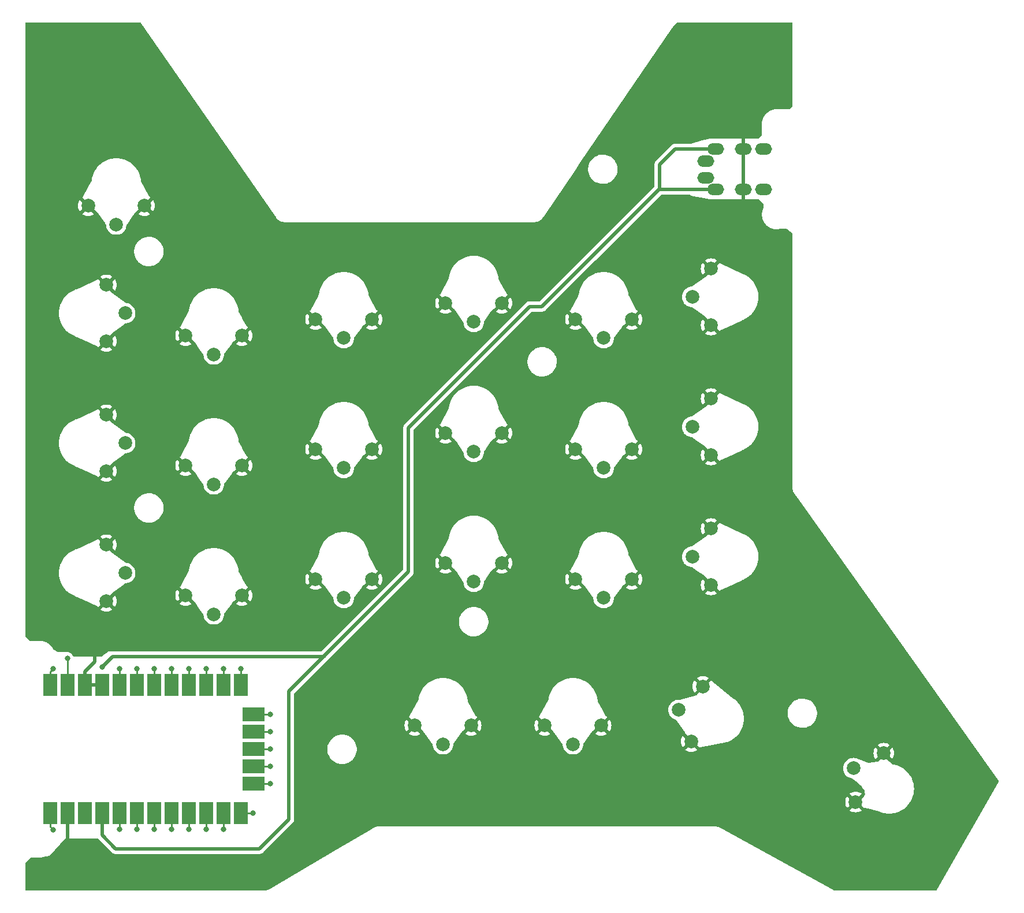
<source format=gbl>
%TF.GenerationSoftware,KiCad,Pcbnew,(6.0.4-0)*%
%TF.CreationDate,2022-04-23T01:33:06+09:00*%
%TF.ProjectId,diodeless,64696f64-656c-4657-9373-2e6b69636164,rev?*%
%TF.SameCoordinates,Original*%
%TF.FileFunction,Copper,L2,Bot*%
%TF.FilePolarity,Positive*%
%FSLAX46Y46*%
G04 Gerber Fmt 4.6, Leading zero omitted, Abs format (unit mm)*
G04 Created by KiCad (PCBNEW (6.0.4-0)) date 2022-04-23 01:33:06*
%MOMM*%
%LPD*%
G01*
G04 APERTURE LIST*
%TA.AperFunction,ComponentPad*%
%ADD10C,2.000000*%
%TD*%
%TA.AperFunction,SMDPad,CuDef*%
%ADD11R,2.000000X3.250000*%
%TD*%
%TA.AperFunction,SMDPad,CuDef*%
%ADD12R,3.250000X2.000000*%
%TD*%
%TA.AperFunction,ComponentPad*%
%ADD13O,2.500000X1.700000*%
%TD*%
%TA.AperFunction,ViaPad*%
%ADD14C,0.800000*%
%TD*%
%TA.AperFunction,Conductor*%
%ADD15C,0.250000*%
%TD*%
%TA.AperFunction,Conductor*%
%ADD16C,0.500000*%
%TD*%
G04 APERTURE END LIST*
D10*
%TO.P,SW2,1,1*%
%TO.N,SW2*%
X27050000Y-69050000D03*
%TO.P,SW2,2,2*%
%TO.N,GND*%
X24300000Y-73180000D03*
X24300000Y-64920000D03*
%TD*%
%TO.P,SW15,1,1*%
%TO.N,SW15*%
X92700000Y-132250000D03*
%TO.P,SW15,2,2*%
%TO.N,GND*%
X96830000Y-129500000D03*
X88570000Y-129500000D03*
%TD*%
%TO.P,SW6,1,1*%
%TO.N,SW6*%
X40050000Y-94150000D03*
%TO.P,SW6,2,2*%
%TO.N,GND*%
X44180000Y-91400000D03*
X35920000Y-91400000D03*
%TD*%
%TO.P,SW22,1,1*%
%TO.N,SW22*%
X110200000Y-104768750D03*
%TO.P,SW22,2,2*%
%TO.N,GND*%
X112950000Y-100638750D03*
X112950000Y-108898750D03*
%TD*%
%TO.P,SW10,1,1*%
%TO.N,SW10*%
X59100000Y-110818750D03*
%TO.P,SW10,2,2*%
%TO.N,GND*%
X54970000Y-108068750D03*
X63230000Y-108068750D03*
%TD*%
%TO.P,SW20,1,1*%
%TO.N,SW20*%
X110200000Y-66668750D03*
%TO.P,SW20,2,2*%
%TO.N,GND*%
X112950000Y-62538750D03*
X112950000Y-70798750D03*
%TD*%
%TO.P,SW23,1,1*%
%TO.N,SW23*%
X133818046Y-135775000D03*
%TO.P,SW23,2,2*%
%TO.N,GND*%
X138264616Y-133573315D03*
X134134616Y-140726685D03*
%TD*%
%TO.P,SW21,1,1*%
%TO.N,SW21*%
X110200000Y-85718750D03*
%TO.P,SW21,2,2*%
%TO.N,GND*%
X112950000Y-89848750D03*
X112950000Y-81588750D03*
%TD*%
%TO.P,SW17,1,1*%
%TO.N,SW17*%
X97200000Y-91768750D03*
%TO.P,SW17,2,2*%
%TO.N,GND*%
X93070000Y-89018750D03*
X101330000Y-89018750D03*
%TD*%
%TO.P,SW1,1,1*%
%TO.N,SW1*%
X25762500Y-56050000D03*
%TO.P,SW1,2,2*%
%TO.N,GND*%
X21632500Y-53300000D03*
X29892500Y-53300000D03*
%TD*%
%TO.P,SW13,1,1*%
%TO.N,SW13*%
X78150000Y-89387500D03*
%TO.P,SW13,2,2*%
%TO.N,GND*%
X82280000Y-86637500D03*
X74020000Y-86637500D03*
%TD*%
%TO.P,SW18,1,1*%
%TO.N,SW18*%
X97200000Y-110818750D03*
%TO.P,SW18,2,2*%
%TO.N,GND*%
X93070000Y-108068750D03*
X101330000Y-108068750D03*
%TD*%
%TO.P,SW4,1,1*%
%TO.N,SW4*%
X27050000Y-107150000D03*
%TO.P,SW4,2,2*%
%TO.N,GND*%
X24300000Y-103020000D03*
X24300000Y-111280000D03*
%TD*%
%TO.P,SW12,1,1*%
%TO.N,SW12*%
X78150000Y-70337500D03*
%TO.P,SW12,2,2*%
%TO.N,GND*%
X74020000Y-67587500D03*
X82280000Y-67587500D03*
%TD*%
%TO.P,SW8,1,1*%
%TO.N,SW8*%
X59100000Y-72718750D03*
%TO.P,SW8,2,2*%
%TO.N,GND*%
X63230000Y-69968750D03*
X54970000Y-69968750D03*
%TD*%
%TO.P,SW9,1,1*%
%TO.N,SW9*%
X59100000Y-91768750D03*
%TO.P,SW9,2,2*%
%TO.N,GND*%
X63230000Y-89018750D03*
X54970000Y-89018750D03*
%TD*%
%TO.P,SW5,1,1*%
%TO.N,SW5*%
X40050000Y-75100000D03*
%TO.P,SW5,2,2*%
%TO.N,GND*%
X44180000Y-72350000D03*
X35920000Y-72350000D03*
%TD*%
%TO.P,SW3,1,1*%
%TO.N,SW3*%
X27050000Y-88100000D03*
%TO.P,SW3,2,2*%
%TO.N,GND*%
X24300000Y-92230000D03*
X24300000Y-83970000D03*
%TD*%
%TO.P,SW14,1,1*%
%TO.N,SW14*%
X78150000Y-108437500D03*
%TO.P,SW14,2,2*%
%TO.N,GND*%
X82280000Y-105687500D03*
X74020000Y-105687500D03*
%TD*%
D11*
%TO.P,U1,1,TX0/PD3*%
%TO.N,SW23*%
X16055000Y-142398000D03*
%TO.P,U1,2,RX1/PD2*%
%TO.N,data*%
X18595000Y-123602000D03*
%TO.P,U1,3,GND*%
%TO.N,GND*%
X21135000Y-123602000D03*
%TO.P,U1,4,GND*%
X23675000Y-123602000D03*
%TO.P,U1,5,2/PD1*%
%TO.N,SW19*%
X26215000Y-142398000D03*
%TO.P,U1,6,3/PD0*%
%TO.N,SW15*%
X28755000Y-142398000D03*
%TO.P,U1,7,4/PD4*%
%TO.N,SW11*%
X31295000Y-142398000D03*
%TO.P,U1,8,5/PC6*%
%TO.N,SW22*%
X33835000Y-142398000D03*
%TO.P,U1,9,6/PD7*%
%TO.N,SW21*%
X36375000Y-142398000D03*
%TO.P,U1,10,7/PE6*%
%TO.N,SW18*%
X38915000Y-142398000D03*
%TO.P,U1,11,8/PB4*%
%TO.N,SW20*%
X41455000Y-142398000D03*
%TO.P,U1,12,9/PB5*%
%TO.N,SW17*%
X43995000Y-142398000D03*
%TO.P,U1,13,10/PB6*%
%TO.N,SW12*%
X43995000Y-123602000D03*
%TO.P,U1,14,16/PB2*%
%TO.N,SW8*%
X41455000Y-123602000D03*
%TO.P,U1,15,14/PB3*%
%TO.N,SW7*%
X38915000Y-123602000D03*
%TO.P,U1,16,15/PB1*%
%TO.N,SW6*%
X36375000Y-123602000D03*
%TO.P,U1,17,A0/PF7*%
%TO.N,SW5*%
X33835000Y-123602000D03*
%TO.P,U1,18,A1/PF6*%
%TO.N,SW2*%
X31295000Y-123602000D03*
%TO.P,U1,19,A2/PF5*%
%TO.N,SW3*%
X28755000Y-123602000D03*
%TO.P,U1,20,A3/PF4*%
%TO.N,SW4*%
X26215000Y-123602000D03*
%TO.P,U1,21,VCC*%
%TO.N,VCC*%
X23675000Y-142398000D03*
%TO.P,U1,22,RST*%
%TO.N,unconnected-(U1-Pad22)*%
X21135000Y-142398000D03*
%TO.P,U1,23,GND*%
%TO.N,GND*%
X18595000Y-142398000D03*
%TO.P,U1,24,B0*%
%TO.N,SW1*%
X16055000Y-123602000D03*
D12*
%TO.P,U1,25,B7*%
%TO.N,SW16*%
X45900000Y-138080000D03*
%TO.P,U1,26,D5*%
%TO.N,SW14*%
X45900000Y-135540000D03*
%TO.P,U1,27,C7*%
%TO.N,SW13*%
X45900000Y-133000000D03*
%TO.P,U1,28,F1*%
%TO.N,SW10*%
X45900000Y-130460000D03*
%TO.P,U1,29,F0*%
%TO.N,SW9*%
X45900000Y-127920000D03*
%TD*%
D13*
%TO.P,J1,A*%
%TO.N,unconnected-(J1-PadA)*%
X112150000Y-49187500D03*
X112150000Y-46737500D03*
%TO.P,J1,B*%
%TO.N,data*%
X120650000Y-44987500D03*
X120650000Y-50937500D03*
%TO.P,J1,C*%
%TO.N,GND*%
X117650000Y-50937500D03*
X117650000Y-44987500D03*
%TO.P,J1,D*%
%TO.N,VCC*%
X113650000Y-50937500D03*
X113650000Y-44987500D03*
%TD*%
D10*
%TO.P,SW19,1,1*%
%TO.N,SW19*%
X108197207Y-127242134D03*
%TO.P,SW19,2,2*%
%TO.N,GND*%
X111745788Y-123774142D03*
X110028438Y-131853641D03*
%TD*%
%TO.P,SW11,1,1*%
%TO.N,SW11*%
X73650000Y-132250000D03*
%TO.P,SW11,2,2*%
%TO.N,GND*%
X69520000Y-129500000D03*
X77780000Y-129500000D03*
%TD*%
%TO.P,SW7,1,1*%
%TO.N,SW7*%
X40050000Y-113200000D03*
%TO.P,SW7,2,2*%
%TO.N,GND*%
X35920000Y-110450000D03*
X44180000Y-110450000D03*
%TD*%
%TO.P,SW16,1,1*%
%TO.N,SW16*%
X97200000Y-72718750D03*
%TO.P,SW16,2,2*%
%TO.N,GND*%
X93070000Y-69968750D03*
X101330000Y-69968750D03*
%TD*%
D14*
%TO.N,data*%
X18595000Y-119687000D03*
%TO.N,GND*%
X62230000Y-142494000D03*
X144780000Y-150977600D03*
X95250000Y-142494000D03*
X78740000Y-142494000D03*
X28194000Y-28448000D03*
X14478000Y-151434800D03*
X14732000Y-115316000D03*
X124206000Y-118364000D03*
X108966000Y-28702000D03*
X131064000Y-108204000D03*
X35560000Y-60452000D03*
X68072000Y-58166000D03*
X122682000Y-59182000D03*
X13716000Y-90678000D03*
X14732000Y-60706000D03*
X123190000Y-75946000D03*
X22352000Y-147066000D03*
X102108000Y-40132000D03*
X20066000Y-118364000D03*
X94742000Y-50546000D03*
X122682000Y-28549600D03*
X111760000Y-142494000D03*
X14732000Y-28702000D03*
X49530000Y-57912000D03*
X122682000Y-92964000D03*
X140462000Y-125222000D03*
X116332000Y-39116000D03*
X128270000Y-146812000D03*
X14732000Y-44450000D03*
X45974000Y-152400000D03*
X13716000Y-103378000D03*
X151638000Y-137922000D03*
X13462000Y-77470000D03*
X86106000Y-57150000D03*
X29718000Y-152400000D03*
X35560000Y-44450000D03*
%TO.N,VCC*%
X23675000Y-120957000D03*
%TO.N,SW1*%
X16510000Y-121158000D03*
%TO.N,SW2*%
X31295000Y-121211000D03*
%TO.N,SW3*%
X28755000Y-121211000D03*
%TO.N,SW4*%
X26215000Y-121211000D03*
%TO.N,SW5*%
X33835000Y-121211000D03*
%TO.N,SW6*%
X36375000Y-121211000D03*
%TO.N,SW7*%
X38915000Y-121211000D03*
%TO.N,SW8*%
X41455000Y-121211000D03*
%TO.N,SW9*%
X48356000Y-127920000D03*
%TO.N,SW10*%
X48356000Y-130460000D03*
%TO.N,SW11*%
X31295000Y-144727000D03*
%TO.N,SW12*%
X43995000Y-121211000D03*
%TO.N,SW13*%
X48356000Y-133000000D03*
%TO.N,SW14*%
X48356000Y-135540000D03*
%TO.N,SW15*%
X28755000Y-144727000D03*
%TO.N,SW16*%
X48356000Y-138080000D03*
%TO.N,SW17*%
X45816000Y-142398000D03*
%TO.N,SW18*%
X38915000Y-144727000D03*
%TO.N,SW19*%
X26215000Y-144727000D03*
%TO.N,SW20*%
X41455000Y-144727000D03*
%TO.N,SW21*%
X36375000Y-144727000D03*
%TO.N,SW22*%
X33835000Y-144727000D03*
%TO.N,SW23*%
X16510000Y-144780000D03*
%TD*%
D15*
%TO.N,data*%
X18595000Y-123602000D02*
X18595000Y-119687000D01*
D16*
%TO.N,GND*%
X18595000Y-142398000D02*
X18595000Y-148029000D01*
X117650000Y-50937500D02*
X117650000Y-52784000D01*
X21135000Y-121613000D02*
X22606000Y-120142000D01*
X117650000Y-44987500D02*
X117650000Y-42974000D01*
X21135000Y-123602000D02*
X23675000Y-123602000D01*
X21135000Y-123602000D02*
X21135000Y-121613000D01*
X117650000Y-44987500D02*
X117650000Y-50937500D01*
X22606000Y-120142000D02*
X22606000Y-118364000D01*
%TO.N,VCC*%
X56489600Y-119075200D02*
X68580000Y-106984800D01*
X68580000Y-106984800D02*
X68580000Y-85852000D01*
X68580000Y-85852000D02*
X86360000Y-68072000D01*
X46736000Y-147574000D02*
X51054000Y-143256000D01*
X105410000Y-47244000D02*
X107666500Y-44987500D01*
X105410000Y-50800000D02*
X105410000Y-47244000D01*
X88138000Y-68072000D02*
X104775000Y-51435000D01*
X23675000Y-145595000D02*
X25654000Y-147574000D01*
X107666500Y-44987500D02*
X113650000Y-44987500D01*
X56184800Y-119380000D02*
X56489600Y-119075200D01*
X23675000Y-143398000D02*
X23675000Y-145595000D01*
X105272500Y-50937500D02*
X104775000Y-51435000D01*
X104775000Y-51435000D02*
X105410000Y-50800000D01*
X51054000Y-143256000D02*
X51054000Y-124510800D01*
X25654000Y-147574000D02*
X46736000Y-147574000D01*
X113650000Y-50937500D02*
X105272500Y-50937500D01*
X25252000Y-119380000D02*
X56184800Y-119380000D01*
X23675000Y-120957000D02*
X25252000Y-119380000D01*
X86360000Y-68072000D02*
X88138000Y-68072000D01*
X51054000Y-124510800D02*
X56489600Y-119075200D01*
D15*
%TO.N,SW1*%
X16055000Y-123602000D02*
X16055000Y-121613000D01*
X16055000Y-121613000D02*
X16510000Y-121158000D01*
%TO.N,SW2*%
X31295000Y-123602000D02*
X31295000Y-121211000D01*
%TO.N,SW3*%
X28755000Y-123602000D02*
X28755000Y-121211000D01*
%TO.N,SW4*%
X26215000Y-123602000D02*
X26215000Y-121211000D01*
%TO.N,SW5*%
X33835000Y-123602000D02*
X33835000Y-121211000D01*
%TO.N,SW6*%
X36375000Y-123602000D02*
X36375000Y-121211000D01*
%TO.N,SW7*%
X38915000Y-123602000D02*
X38915000Y-121211000D01*
%TO.N,SW8*%
X41455000Y-123602000D02*
X41455000Y-121211000D01*
%TO.N,SW9*%
X45900000Y-127920000D02*
X48356000Y-127920000D01*
%TO.N,SW10*%
X45900000Y-130460000D02*
X48356000Y-130460000D01*
%TO.N,SW11*%
X31295000Y-142398000D02*
X31295000Y-144727000D01*
%TO.N,SW12*%
X43995000Y-123602000D02*
X43995000Y-121211000D01*
%TO.N,SW13*%
X45900000Y-133000000D02*
X48356000Y-133000000D01*
%TO.N,SW14*%
X45900000Y-135540000D02*
X48356000Y-135540000D01*
%TO.N,SW15*%
X28755000Y-142398000D02*
X28755000Y-144727000D01*
%TO.N,SW16*%
X45900000Y-138080000D02*
X48356000Y-138080000D01*
%TO.N,SW17*%
X43995000Y-142398000D02*
X45816000Y-142398000D01*
%TO.N,SW18*%
X38915000Y-142398000D02*
X38915000Y-144727000D01*
%TO.N,SW19*%
X26215000Y-142398000D02*
X26215000Y-144727000D01*
%TO.N,SW20*%
X41455000Y-142398000D02*
X41455000Y-144727000D01*
%TO.N,SW21*%
X36375000Y-142398000D02*
X36375000Y-144727000D01*
%TO.N,SW22*%
X33835000Y-142398000D02*
X33835000Y-144727000D01*
%TO.N,SW23*%
X16055000Y-142398000D02*
X16055000Y-144325000D01*
X16055000Y-144325000D02*
X16510000Y-144780000D01*
%TD*%
%TA.AperFunction,Conductor*%
%TO.N,GND*%
G36*
X109925883Y-51716002D02*
G01*
X109972376Y-51769658D01*
X109978658Y-51786502D01*
X109982000Y-51797884D01*
X109982000Y-51816000D01*
X111381145Y-52070390D01*
X112770427Y-52322987D01*
X112770430Y-52322987D01*
X112776000Y-52324000D01*
X119835810Y-52324000D01*
X119903931Y-52344002D01*
X119924905Y-52360905D01*
X120613095Y-53049095D01*
X120647121Y-53111407D01*
X120650000Y-53138190D01*
X120650000Y-53572995D01*
X120639373Y-53623639D01*
X120526908Y-53879842D01*
X120446578Y-54161841D01*
X120405264Y-54452133D01*
X120405242Y-54456422D01*
X120405241Y-54456429D01*
X120404010Y-54691501D01*
X120403728Y-54745347D01*
X120442001Y-55036055D01*
X120496613Y-55235684D01*
X120518213Y-55314638D01*
X120519373Y-55318880D01*
X120634413Y-55588588D01*
X120636616Y-55592269D01*
X120704777Y-55706157D01*
X120784992Y-55840187D01*
X120968324Y-56069023D01*
X121181017Y-56270861D01*
X121419134Y-56441965D01*
X121678269Y-56579170D01*
X121953628Y-56679937D01*
X122240114Y-56742401D01*
X122280532Y-56745582D01*
X122467624Y-56760307D01*
X122467631Y-56760307D01*
X122470080Y-56760500D01*
X122628710Y-56760500D01*
X122630846Y-56760354D01*
X122630857Y-56760354D01*
X122843261Y-56745874D01*
X122843267Y-56745873D01*
X122847538Y-56745582D01*
X122851733Y-56744713D01*
X122851735Y-56744713D01*
X122991101Y-56715851D01*
X123134663Y-56686121D01*
X123138697Y-56684693D01*
X123138706Y-56684690D01*
X123238850Y-56649227D01*
X123280909Y-56642000D01*
X123908646Y-56642000D01*
X123976767Y-56662002D01*
X123986175Y-56668676D01*
X124083587Y-56744713D01*
X124843000Y-57337489D01*
X124884391Y-57395172D01*
X124891471Y-57436812D01*
X124891434Y-93097840D01*
X124891433Y-94562331D01*
X124891368Y-94564251D01*
X124891087Y-94566171D01*
X124891132Y-94571030D01*
X124891132Y-94571032D01*
X124891385Y-94598271D01*
X124891388Y-94600211D01*
X124891130Y-94642401D01*
X124890371Y-94642396D01*
X124890773Y-94644471D01*
X124890889Y-94644467D01*
X124891073Y-94649323D01*
X124891035Y-94650295D01*
X124891069Y-94652435D01*
X124890957Y-94670780D01*
X124891881Y-94674013D01*
X124891914Y-94674467D01*
X124892009Y-94674464D01*
X124892029Y-94674531D01*
X124892043Y-94674905D01*
X124892090Y-94676871D01*
X124892117Y-94677238D01*
X124892125Y-94678025D01*
X124892118Y-94678049D01*
X124892131Y-94678577D01*
X124892298Y-94696504D01*
X124892386Y-94706013D01*
X124892845Y-94709022D01*
X124893160Y-94717262D01*
X124893159Y-94717453D01*
X124892763Y-94722311D01*
X124893118Y-94727161D01*
X124893118Y-94727165D01*
X124894840Y-94750682D01*
X124895085Y-94755091D01*
X124896047Y-94780465D01*
X124896746Y-94784303D01*
X124897320Y-94792119D01*
X124897442Y-94795351D01*
X124897249Y-94800219D01*
X124897808Y-94805062D01*
X124900266Y-94826360D01*
X124900761Y-94831604D01*
X124902458Y-94854793D01*
X124903416Y-94859176D01*
X124903645Y-94860750D01*
X124904263Y-94868815D01*
X124904491Y-94868795D01*
X124904910Y-94873650D01*
X124904954Y-94878514D01*
X124908900Y-94902442D01*
X124909744Y-94908474D01*
X124912165Y-94929445D01*
X124913303Y-94933773D01*
X124914134Y-94938187D01*
X124913702Y-94938268D01*
X124915202Y-94947547D01*
X124915513Y-94947503D01*
X124916197Y-94952335D01*
X124916505Y-94957182D01*
X124917554Y-94961922D01*
X124917556Y-94961933D01*
X124921336Y-94979002D01*
X124922631Y-94985709D01*
X124925761Y-95004688D01*
X124927108Y-95008956D01*
X124928152Y-95013326D01*
X124928014Y-95013359D01*
X124930830Y-95026307D01*
X124930884Y-95026296D01*
X124931647Y-95030062D01*
X124931831Y-95030907D01*
X124932447Y-95035901D01*
X124933780Y-95040585D01*
X124933780Y-95040587D01*
X124938142Y-95055919D01*
X124939971Y-95063156D01*
X124943799Y-95080445D01*
X124945967Y-95086201D01*
X124951903Y-95107437D01*
X124953139Y-95114042D01*
X124954760Y-95118632D01*
X124959748Y-95132759D01*
X124962127Y-95140230D01*
X124966714Y-95156352D01*
X124969779Y-95163226D01*
X124976836Y-95183579D01*
X124978665Y-95190799D01*
X124980570Y-95195272D01*
X124980570Y-95195273D01*
X124986335Y-95208812D01*
X124989217Y-95216222D01*
X124993211Y-95227532D01*
X124994705Y-95231762D01*
X124996781Y-95235733D01*
X124998327Y-95238691D01*
X125006663Y-95258643D01*
X125008824Y-95265393D01*
X125011007Y-95269751D01*
X125017791Y-95283296D01*
X125021059Y-95290358D01*
X125027678Y-95305902D01*
X125030004Y-95309740D01*
X125031322Y-95311916D01*
X125041115Y-95331855D01*
X125043193Y-95337240D01*
X125045621Y-95341454D01*
X125045626Y-95341464D01*
X125053726Y-95355521D01*
X125057209Y-95361995D01*
X125065256Y-95378061D01*
X125068300Y-95382449D01*
X125069714Y-95384951D01*
X125070099Y-95385601D01*
X125070085Y-95385609D01*
X125076772Y-95397449D01*
X125076931Y-95397362D01*
X125079263Y-95401641D01*
X125081255Y-95406081D01*
X125083907Y-95410162D01*
X125093592Y-95425069D01*
X125097105Y-95430806D01*
X125104639Y-95443881D01*
X125104645Y-95443891D01*
X125106874Y-95447758D01*
X125109629Y-95451272D01*
X125112147Y-95455001D01*
X125111935Y-95455144D01*
X125117417Y-95463751D01*
X125117806Y-95463515D01*
X125120335Y-95467673D01*
X125122538Y-95472018D01*
X125136881Y-95491950D01*
X125140236Y-95496856D01*
X125151925Y-95514846D01*
X125154885Y-95518232D01*
X125157579Y-95521795D01*
X125157435Y-95521904D01*
X125162814Y-95528935D01*
X125164313Y-95531185D01*
X125166691Y-95535433D01*
X125169696Y-95539266D01*
X125169697Y-95539268D01*
X125183082Y-95556343D01*
X125186178Y-95560463D01*
X125199897Y-95579529D01*
X125203000Y-95582756D01*
X125205873Y-95586202D01*
X125205632Y-95586403D01*
X125211249Y-95593151D01*
X125213540Y-95596929D01*
X125231962Y-95618820D01*
X125234691Y-95622180D01*
X125247670Y-95638737D01*
X125247676Y-95638744D01*
X125250438Y-95642267D01*
X125253670Y-95645362D01*
X125255335Y-95647200D01*
X125260995Y-95654009D01*
X125263084Y-95657241D01*
X125268021Y-95662777D01*
X125283399Y-95680021D01*
X125285746Y-95682730D01*
X125303409Y-95703718D01*
X125303410Y-95703719D01*
X125303025Y-95704043D01*
X125314313Y-95718381D01*
X125322842Y-95731899D01*
X125329570Y-95737841D01*
X125335051Y-95744281D01*
X125341819Y-95752977D01*
X155091854Y-137634712D01*
X155114996Y-137701831D01*
X155098410Y-137770404D01*
X145996097Y-153628222D01*
X145944838Y-153677344D01*
X145886819Y-153691497D01*
X131025719Y-153691497D01*
X131015537Y-153691085D01*
X131013694Y-153690935D01*
X131009046Y-153690470D01*
X130997359Y-153689078D01*
X130992213Y-153688357D01*
X130985244Y-153687232D01*
X130979630Y-153686193D01*
X130977320Y-153685711D01*
X130948832Y-153676102D01*
X130946669Y-153675070D01*
X130942301Y-153672883D01*
X130935957Y-153669550D01*
X130932313Y-153667558D01*
X130921959Y-153661675D01*
X130919106Y-153660004D01*
X130918732Y-153659778D01*
X130906258Y-153652251D01*
X130903492Y-153650533D01*
X130857343Y-153620999D01*
X130855967Y-153620104D01*
X130834233Y-153605734D01*
X130820319Y-153595073D01*
X130805408Y-153581904D01*
X130805407Y-153581904D01*
X130798681Y-153575963D01*
X130750354Y-153553274D01*
X130743276Y-153549673D01*
X114506701Y-144632308D01*
X114496512Y-144625142D01*
X114496278Y-144625499D01*
X114488773Y-144620569D01*
X114482046Y-144614628D01*
X114450766Y-144599942D01*
X114443406Y-144596186D01*
X114422967Y-144584891D01*
X114419491Y-144582897D01*
X114402326Y-144572683D01*
X114402425Y-144572517D01*
X114402248Y-144572418D01*
X114401707Y-144572232D01*
X114400781Y-144571557D01*
X114398197Y-144570226D01*
X114396817Y-144569405D01*
X114396048Y-144569085D01*
X114395761Y-144568817D01*
X114395698Y-144568940D01*
X114395697Y-144568939D01*
X114373772Y-144557647D01*
X114370598Y-144555952D01*
X114351270Y-144545272D01*
X114351268Y-144545271D01*
X114351345Y-144545131D01*
X114350559Y-144544722D01*
X114350397Y-144544672D01*
X114349951Y-144544365D01*
X114347480Y-144543178D01*
X114346726Y-144542761D01*
X114346189Y-144542557D01*
X114345537Y-144542244D01*
X114345534Y-144542242D01*
X114322114Y-144530988D01*
X114318997Y-144529437D01*
X114317737Y-144528788D01*
X114297224Y-144518224D01*
X114297397Y-144517888D01*
X114296205Y-144517556D01*
X114296203Y-144517561D01*
X114291760Y-144515571D01*
X114291758Y-144515570D01*
X114267822Y-144504850D01*
X114264751Y-144503425D01*
X114240207Y-144491631D01*
X114240364Y-144491305D01*
X114239600Y-144491113D01*
X114239551Y-144491230D01*
X114210708Y-144479224D01*
X114207744Y-144477943D01*
X114182085Y-144466451D01*
X114181457Y-144466271D01*
X114181139Y-144466138D01*
X114180027Y-144465498D01*
X114150996Y-144454320D01*
X114147920Y-144453087D01*
X114138863Y-144449316D01*
X114126184Y-144444038D01*
X114126177Y-144444036D01*
X114122046Y-144442316D01*
X114120925Y-144442027D01*
X114119297Y-144441395D01*
X114117715Y-144440542D01*
X114113137Y-144438922D01*
X114113127Y-144438918D01*
X114088595Y-144430240D01*
X114085339Y-144429037D01*
X114063605Y-144420668D01*
X114063596Y-144420665D01*
X114059422Y-144419058D01*
X114057770Y-144418679D01*
X114054783Y-144417614D01*
X114052659Y-144416546D01*
X114048038Y-144415058D01*
X114048035Y-144415057D01*
X114023572Y-144407181D01*
X114020165Y-144406030D01*
X113998519Y-144398372D01*
X113998509Y-144398369D01*
X113994291Y-144396877D01*
X113992044Y-144396426D01*
X113987655Y-144395002D01*
X113984948Y-144393741D01*
X113973463Y-144390419D01*
X113956013Y-144385372D01*
X113952433Y-144384278D01*
X113926690Y-144375990D01*
X113923842Y-144375503D01*
X113917995Y-144373798D01*
X113914669Y-144372375D01*
X113909954Y-144371171D01*
X113909944Y-144371168D01*
X113885990Y-144365054D01*
X113882197Y-144364022D01*
X113856713Y-144356651D01*
X113853257Y-144356167D01*
X113845844Y-144354258D01*
X113841860Y-144352709D01*
X113837102Y-144351664D01*
X113837100Y-144351663D01*
X113813564Y-144346492D01*
X113809463Y-144345518D01*
X113784445Y-144339131D01*
X113780366Y-144338690D01*
X113771367Y-144336694D01*
X113771211Y-144336653D01*
X113766606Y-144335051D01*
X113738854Y-144329994D01*
X113734475Y-144329114D01*
X113709934Y-144323722D01*
X113705467Y-144323391D01*
X113704902Y-144323308D01*
X113695788Y-144321632D01*
X113693604Y-144321147D01*
X113688944Y-144319726D01*
X113661887Y-144315872D01*
X113657123Y-144315100D01*
X113633275Y-144310755D01*
X113628790Y-144310584D01*
X113626512Y-144310335D01*
X113618077Y-144309121D01*
X113613617Y-144308325D01*
X113608903Y-144307101D01*
X113582734Y-144304489D01*
X113577497Y-144303854D01*
X113558971Y-144301216D01*
X113558966Y-144301216D01*
X113554523Y-144300583D01*
X113550037Y-144300587D01*
X113545568Y-144300272D01*
X113545607Y-144299724D01*
X113536190Y-144298742D01*
X113536124Y-144299241D01*
X113531294Y-144298604D01*
X113526534Y-144297597D01*
X113521679Y-144297335D01*
X113521673Y-144297334D01*
X113508783Y-144296638D01*
X113501388Y-144296239D01*
X113495697Y-144295802D01*
X113473723Y-144293608D01*
X113469247Y-144293799D01*
X113464765Y-144293672D01*
X113464771Y-144293472D01*
X113449274Y-144292606D01*
X113449272Y-144292628D01*
X113448236Y-144292548D01*
X113445242Y-144292380D01*
X113439608Y-144291503D01*
X113417123Y-144291503D01*
X113410327Y-144291320D01*
X113395430Y-144290515D01*
X113395425Y-144290515D01*
X113390962Y-144290274D01*
X113385686Y-144290741D01*
X113382624Y-144291012D01*
X113371515Y-144291503D01*
X64639205Y-144291503D01*
X64632932Y-144291347D01*
X64630474Y-144291224D01*
X64625648Y-144290608D01*
X64620789Y-144290741D01*
X64620783Y-144290741D01*
X64594730Y-144291456D01*
X64591275Y-144291503D01*
X64563478Y-144291503D01*
X64559039Y-144292139D01*
X64555019Y-144292425D01*
X64549528Y-144292696D01*
X64535262Y-144293087D01*
X64494800Y-144294196D01*
X64488350Y-144294200D01*
X64483616Y-144293709D01*
X64478764Y-144293957D01*
X64478762Y-144293957D01*
X64468091Y-144294503D01*
X64451560Y-144295348D01*
X64448612Y-144295463D01*
X64419575Y-144296260D01*
X64415145Y-144297019D01*
X64414136Y-144297119D01*
X64408165Y-144297567D01*
X64394211Y-144298280D01*
X64350847Y-144300497D01*
X64344520Y-144300661D01*
X64342383Y-144300663D01*
X64337527Y-144300291D01*
X64332671Y-144300671D01*
X64332670Y-144300671D01*
X64306559Y-144302714D01*
X64303166Y-144302934D01*
X64293051Y-144303452D01*
X64275284Y-144304360D01*
X64271292Y-144305141D01*
X64262339Y-144305798D01*
X64259247Y-144305633D01*
X64227183Y-144308893D01*
X64224274Y-144309155D01*
X64195194Y-144311431D01*
X64192249Y-144312091D01*
X64183189Y-144313003D01*
X64179012Y-144312895D01*
X64148308Y-144316866D01*
X64144937Y-144317256D01*
X64117192Y-144320077D01*
X64113299Y-144321045D01*
X64102872Y-144322385D01*
X64101799Y-144322474D01*
X64096933Y-144322503D01*
X64092129Y-144323280D01*
X64092127Y-144323280D01*
X64089394Y-144323722D01*
X64067711Y-144327228D01*
X64063779Y-144327800D01*
X64041996Y-144330617D01*
X64041994Y-144330617D01*
X64037551Y-144331192D01*
X64033236Y-144332390D01*
X64031997Y-144332641D01*
X64022004Y-144334249D01*
X64018001Y-144334729D01*
X64013144Y-144334934D01*
X64008376Y-144335884D01*
X64008373Y-144335884D01*
X63985597Y-144340420D01*
X63981099Y-144341231D01*
X63960834Y-144344508D01*
X63960827Y-144344510D01*
X63956409Y-144345224D01*
X63952140Y-144346556D01*
X63947766Y-144347587D01*
X63947620Y-144346969D01*
X63937362Y-144348975D01*
X63937451Y-144349527D01*
X63932651Y-144350304D01*
X63927793Y-144350710D01*
X63901945Y-144356974D01*
X63896973Y-144358071D01*
X63873934Y-144362660D01*
X63869699Y-144364153D01*
X63865384Y-144365336D01*
X63865312Y-144365072D01*
X63850567Y-144368592D01*
X63850607Y-144368783D01*
X63845844Y-144369783D01*
X63841018Y-144370413D01*
X63817117Y-144377395D01*
X63811499Y-144378895D01*
X63794675Y-144382972D01*
X63794665Y-144382975D01*
X63790317Y-144384029D01*
X63786155Y-144385691D01*
X63786156Y-144385691D01*
X63784786Y-144386238D01*
X63773490Y-144390138D01*
X63772531Y-144390419D01*
X63759867Y-144393429D01*
X63753062Y-144394679D01*
X63731184Y-144402323D01*
X63725014Y-144404301D01*
X63705749Y-144409928D01*
X63701673Y-144411780D01*
X63698719Y-144413122D01*
X63688166Y-144417352D01*
X63684412Y-144418664D01*
X63672718Y-144422124D01*
X63668937Y-144423046D01*
X63668931Y-144423048D01*
X63664212Y-144424199D01*
X63651068Y-144429659D01*
X63644505Y-144432385D01*
X63637735Y-144434971D01*
X63624761Y-144439504D01*
X63624754Y-144439507D01*
X63620524Y-144440985D01*
X63616544Y-144443048D01*
X63616543Y-144443049D01*
X63612030Y-144445389D01*
X63602382Y-144449884D01*
X63595838Y-144452603D01*
X63585058Y-144456517D01*
X63574898Y-144459690D01*
X63563091Y-144465498D01*
X63557405Y-144468295D01*
X63550133Y-144471590D01*
X63546940Y-144472917D01*
X63535002Y-144477876D01*
X63525164Y-144483720D01*
X63516432Y-144488450D01*
X63513591Y-144489848D01*
X63507163Y-144493009D01*
X63497341Y-144497330D01*
X63490247Y-144500097D01*
X63490235Y-144500103D01*
X63485706Y-144501869D01*
X63481504Y-144504310D01*
X63481502Y-144504311D01*
X63470427Y-144510745D01*
X63462754Y-144514855D01*
X63449676Y-144521288D01*
X63445974Y-144523817D01*
X63445973Y-144523818D01*
X63438699Y-144528788D01*
X63430907Y-144533704D01*
X63419155Y-144540531D01*
X63410254Y-144545237D01*
X63397428Y-144551375D01*
X63388238Y-144557673D01*
X63384255Y-144560403D01*
X63376320Y-144565417D01*
X63365200Y-144571877D01*
X63361554Y-144574757D01*
X63361364Y-144574873D01*
X63357977Y-144577177D01*
X63357862Y-144577008D01*
X63335616Y-144590574D01*
X63323209Y-144596215D01*
X63316407Y-144602076D01*
X63310826Y-144606885D01*
X63292597Y-144619956D01*
X58073472Y-147698646D01*
X48293686Y-153467607D01*
X48281820Y-153473782D01*
X48254061Y-153486403D01*
X48254058Y-153486405D01*
X48245885Y-153490121D01*
X48241003Y-153494328D01*
X48234406Y-153498047D01*
X48189615Y-153520099D01*
X48188103Y-153520830D01*
X48098340Y-153563508D01*
X48096044Y-153564571D01*
X48060929Y-153580410D01*
X48058749Y-153581369D01*
X48025729Y-153595518D01*
X48023078Y-153596618D01*
X47993018Y-153608696D01*
X47989965Y-153609877D01*
X47961680Y-153620397D01*
X47958368Y-153621577D01*
X47930575Y-153631030D01*
X47927126Y-153632147D01*
X47898518Y-153640951D01*
X47895033Y-153641969D01*
X47864261Y-153650468D01*
X47860900Y-153651346D01*
X47826700Y-153659778D01*
X47823569Y-153660507D01*
X47797175Y-153666302D01*
X47784786Y-153669022D01*
X47781974Y-153669606D01*
X47737604Y-153678292D01*
X47735146Y-153678748D01*
X47709147Y-153683304D01*
X47684581Y-153687609D01*
X47682504Y-153687955D01*
X47669850Y-153689954D01*
X47650189Y-153691497D01*
X12534500Y-153691497D01*
X12466379Y-153671495D01*
X12419886Y-153617839D01*
X12408500Y-153565497D01*
X12408500Y-149695690D01*
X12428502Y-149627569D01*
X12445405Y-149606595D01*
X13171095Y-148880905D01*
X13233407Y-148846879D01*
X13260190Y-148844000D01*
X14432535Y-148844000D01*
X14442421Y-148844388D01*
X14517624Y-148850307D01*
X14517631Y-148850307D01*
X14520080Y-148850500D01*
X14678710Y-148850500D01*
X14680846Y-148850354D01*
X14680857Y-148850354D01*
X14893261Y-148835874D01*
X14893267Y-148835873D01*
X14897538Y-148835582D01*
X14901733Y-148834713D01*
X14901735Y-148834713D01*
X15041100Y-148805852D01*
X15184663Y-148776121D01*
X15309432Y-148731938D01*
X15334276Y-148725893D01*
X15377060Y-148719992D01*
X15951200Y-148640800D01*
X18250472Y-146091609D01*
X18310949Y-146054421D01*
X18344035Y-146050000D01*
X23002219Y-146050000D01*
X23070340Y-146070002D01*
X23088252Y-146085794D01*
X23089144Y-146084852D01*
X23145383Y-146138128D01*
X23147825Y-146140506D01*
X25070230Y-148062911D01*
X25082616Y-148077323D01*
X25091149Y-148088918D01*
X25091154Y-148088923D01*
X25095492Y-148094818D01*
X25101070Y-148099557D01*
X25101073Y-148099560D01*
X25135768Y-148129035D01*
X25143284Y-148135965D01*
X25148980Y-148141661D01*
X25151841Y-148143924D01*
X25151846Y-148143929D01*
X25171256Y-148159285D01*
X25174658Y-148162074D01*
X25195176Y-148179505D01*
X25230285Y-148209333D01*
X25236802Y-148212661D01*
X25241850Y-148216027D01*
X25246972Y-148219190D01*
X25252716Y-148223735D01*
X25318895Y-148254664D01*
X25322779Y-148256563D01*
X25387808Y-148289769D01*
X25394923Y-148291510D01*
X25400578Y-148293613D01*
X25406317Y-148295522D01*
X25412950Y-148298622D01*
X25484435Y-148313491D01*
X25488701Y-148314457D01*
X25559610Y-148331808D01*
X25565212Y-148332156D01*
X25565215Y-148332156D01*
X25570764Y-148332500D01*
X25570762Y-148332535D01*
X25574734Y-148332775D01*
X25578955Y-148333152D01*
X25586115Y-148334641D01*
X25663542Y-148332546D01*
X25666950Y-148332500D01*
X46668930Y-148332500D01*
X46687880Y-148333933D01*
X46702115Y-148336099D01*
X46702119Y-148336099D01*
X46709349Y-148337199D01*
X46716641Y-148336606D01*
X46716644Y-148336606D01*
X46762018Y-148332915D01*
X46772233Y-148332500D01*
X46780293Y-148332500D01*
X46797680Y-148330473D01*
X46808507Y-148329211D01*
X46812882Y-148328778D01*
X46878339Y-148323454D01*
X46878342Y-148323453D01*
X46885637Y-148322860D01*
X46892601Y-148320604D01*
X46898560Y-148319413D01*
X46904415Y-148318029D01*
X46911681Y-148317182D01*
X46980327Y-148292265D01*
X46984455Y-148290848D01*
X47046936Y-148270607D01*
X47046938Y-148270606D01*
X47053899Y-148268351D01*
X47060154Y-148264555D01*
X47065628Y-148262049D01*
X47071058Y-148259330D01*
X47077937Y-148256833D01*
X47123690Y-148226836D01*
X47138976Y-148216814D01*
X47142680Y-148214477D01*
X47205107Y-148176595D01*
X47213484Y-148169197D01*
X47213508Y-148169224D01*
X47216500Y-148166571D01*
X47219733Y-148163868D01*
X47225852Y-148159856D01*
X47279128Y-148103617D01*
X47281506Y-148101175D01*
X51542911Y-143839770D01*
X51557323Y-143827384D01*
X51568918Y-143818851D01*
X51568923Y-143818846D01*
X51574818Y-143814508D01*
X51579557Y-143808930D01*
X51579560Y-143808927D01*
X51609035Y-143774232D01*
X51615965Y-143766716D01*
X51621660Y-143761021D01*
X51639281Y-143738749D01*
X51642072Y-143735345D01*
X51684591Y-143685297D01*
X51684592Y-143685295D01*
X51689333Y-143679715D01*
X51692661Y-143673199D01*
X51696028Y-143668150D01*
X51699195Y-143663021D01*
X51703734Y-143657284D01*
X51734655Y-143591125D01*
X51736561Y-143587225D01*
X51769769Y-143522192D01*
X51771508Y-143515084D01*
X51773607Y-143509441D01*
X51775524Y-143503678D01*
X51778622Y-143497050D01*
X51793487Y-143425583D01*
X51794457Y-143421299D01*
X51810473Y-143355845D01*
X51811808Y-143350390D01*
X51812500Y-143339236D01*
X51812536Y-143339238D01*
X51812775Y-143335245D01*
X51813149Y-143331053D01*
X51814640Y-143323885D01*
X51812546Y-143246479D01*
X51812500Y-143243072D01*
X51812500Y-141959355D01*
X133266776Y-141959355D01*
X133272503Y-141967005D01*
X133443658Y-142071890D01*
X133452453Y-142076372D01*
X133662604Y-142163419D01*
X133671989Y-142166468D01*
X133893170Y-142219570D01*
X133902917Y-142221113D01*
X134129686Y-142238960D01*
X134139546Y-142238960D01*
X134366315Y-142221113D01*
X134376062Y-142219570D01*
X134597243Y-142166468D01*
X134606628Y-142163419D01*
X134816779Y-142076372D01*
X134825574Y-142071890D01*
X134993061Y-141969253D01*
X135002523Y-141958795D01*
X134998740Y-141950019D01*
X134147428Y-141098707D01*
X134133484Y-141091093D01*
X134131651Y-141091224D01*
X134125036Y-141095475D01*
X133273536Y-141946975D01*
X133266776Y-141959355D01*
X51812500Y-141959355D01*
X51812500Y-140731615D01*
X132622341Y-140731615D01*
X132640188Y-140958384D01*
X132641731Y-140968131D01*
X132694833Y-141189312D01*
X132697882Y-141198697D01*
X132784929Y-141408848D01*
X132789411Y-141417643D01*
X132892048Y-141585130D01*
X132902506Y-141594592D01*
X132911282Y-141590809D01*
X133762594Y-140739497D01*
X133770208Y-140725553D01*
X133770077Y-140723720D01*
X133765826Y-140717105D01*
X132914326Y-139865605D01*
X132901946Y-139858845D01*
X132894296Y-139864572D01*
X132789411Y-140035727D01*
X132784929Y-140044522D01*
X132697882Y-140254673D01*
X132694833Y-140264058D01*
X132641731Y-140485239D01*
X132640188Y-140494986D01*
X132622341Y-140721755D01*
X132622341Y-140731615D01*
X51812500Y-140731615D01*
X51812500Y-139494575D01*
X133266709Y-139494575D01*
X133270492Y-139503351D01*
X134121804Y-140354663D01*
X134135748Y-140362277D01*
X134137581Y-140362146D01*
X134144196Y-140357895D01*
X134995696Y-139506395D01*
X135002456Y-139494015D01*
X134996729Y-139486365D01*
X134825574Y-139381480D01*
X134816779Y-139376998D01*
X134606628Y-139289951D01*
X134597243Y-139286902D01*
X134376062Y-139233800D01*
X134366315Y-139232257D01*
X134139546Y-139214410D01*
X134129686Y-139214410D01*
X133902917Y-139232257D01*
X133893170Y-139233800D01*
X133671989Y-139286902D01*
X133662604Y-139289951D01*
X133452453Y-139376998D01*
X133443658Y-139381480D01*
X133276171Y-139484117D01*
X133266709Y-139494575D01*
X51812500Y-139494575D01*
X51812500Y-135775000D01*
X132304881Y-135775000D01*
X132323511Y-136011711D01*
X132324665Y-136016518D01*
X132324666Y-136016524D01*
X132344328Y-136098422D01*
X132378941Y-136242594D01*
X132380834Y-136247165D01*
X132380835Y-136247167D01*
X132447783Y-136408794D01*
X132469806Y-136461963D01*
X132472392Y-136466183D01*
X132591287Y-136660202D01*
X132591291Y-136660208D01*
X132593870Y-136664416D01*
X132748077Y-136844969D01*
X132928630Y-136999176D01*
X132932838Y-137001755D01*
X132932844Y-137001759D01*
X133126863Y-137120654D01*
X133131083Y-137123240D01*
X133135653Y-137125133D01*
X133135657Y-137125135D01*
X133343453Y-137211206D01*
X133350452Y-137214105D01*
X133394892Y-137224774D01*
X133558811Y-137264128D01*
X133601117Y-137283051D01*
X134466896Y-137882436D01*
X134502605Y-137920191D01*
X134504715Y-137923633D01*
X134507303Y-137927856D01*
X134676843Y-138126363D01*
X134875350Y-138295903D01*
X134879567Y-138298487D01*
X134879575Y-138298493D01*
X134888401Y-138303901D01*
X134920501Y-138332054D01*
X135151126Y-138616944D01*
X135401548Y-138926289D01*
X135429442Y-138998974D01*
X135438946Y-139180325D01*
X135439459Y-139183565D01*
X135439460Y-139183573D01*
X135455826Y-139286902D01*
X135498524Y-139556484D01*
X135499379Y-139559676D01*
X135500064Y-139562898D01*
X135499591Y-139562999D01*
X135503244Y-139599268D01*
X135494740Y-139738157D01*
X135470613Y-139804928D01*
X135414216Y-139848055D01*
X135384609Y-139851070D01*
X135357949Y-139862562D01*
X134506638Y-140713873D01*
X134499024Y-140727817D01*
X134499155Y-140729650D01*
X134503406Y-140736265D01*
X135354906Y-141587765D01*
X135368850Y-141595379D01*
X135400207Y-141593137D01*
X135404850Y-141591406D01*
X135443735Y-141594691D01*
X135952821Y-141719134D01*
X137534617Y-142105796D01*
X137561899Y-142115925D01*
X137574646Y-142122421D01*
X137574662Y-142122428D01*
X137577594Y-142123922D01*
X137580668Y-142125102D01*
X137580677Y-142125106D01*
X137877277Y-142238960D01*
X137933146Y-142260406D01*
X138301016Y-142358976D01*
X138500842Y-142390625D01*
X138673927Y-142418040D01*
X138673935Y-142418041D01*
X138677175Y-142418554D01*
X138962362Y-142433500D01*
X139152638Y-142433500D01*
X139437825Y-142418554D01*
X139441065Y-142418041D01*
X139441073Y-142418040D01*
X139614158Y-142390625D01*
X139813984Y-142358976D01*
X140181854Y-142260406D01*
X140284216Y-142221113D01*
X140434513Y-142163419D01*
X140537406Y-142123922D01*
X140876743Y-141951021D01*
X141196148Y-141743597D01*
X141492122Y-141503922D01*
X141761422Y-141234622D01*
X142001097Y-140938648D01*
X142208521Y-140619243D01*
X142381422Y-140279906D01*
X142517906Y-139924354D01*
X142616476Y-139556484D01*
X142659174Y-139286902D01*
X142675540Y-139183573D01*
X142675541Y-139183565D01*
X142676054Y-139180325D01*
X142695986Y-138800000D01*
X142676054Y-138419675D01*
X142616476Y-138043516D01*
X142517906Y-137675646D01*
X142497083Y-137621399D01*
X142405870Y-137383783D01*
X142381422Y-137320094D01*
X142208521Y-136980757D01*
X142001097Y-136661352D01*
X141761422Y-136365378D01*
X141492122Y-136096078D01*
X141196148Y-135856403D01*
X140876743Y-135648979D01*
X140537406Y-135476078D01*
X140181854Y-135339594D01*
X139813984Y-135241024D01*
X139658596Y-135216413D01*
X139597760Y-135206777D01*
X139533181Y-135175983D01*
X139215198Y-134889798D01*
X139160041Y-134840157D01*
X139129012Y-134796921D01*
X138277428Y-133945337D01*
X138263484Y-133937723D01*
X138261651Y-133937854D01*
X138255036Y-133942105D01*
X137396964Y-134800177D01*
X137334652Y-134834203D01*
X137325688Y-134835816D01*
X136024052Y-135021764D01*
X135961003Y-135014632D01*
X134670800Y-134518400D01*
X134670812Y-134518423D01*
X134636070Y-134507075D01*
X134552203Y-134455681D01*
X134505009Y-134426760D01*
X134500439Y-134424867D01*
X134500437Y-134424866D01*
X134290213Y-134337789D01*
X134290211Y-134337788D01*
X134285640Y-134335895D01*
X134205437Y-134316640D01*
X134059570Y-134281620D01*
X134059564Y-134281619D01*
X134054757Y-134280465D01*
X133818046Y-134261835D01*
X133581335Y-134280465D01*
X133576528Y-134281619D01*
X133576522Y-134281620D01*
X133430655Y-134316640D01*
X133350452Y-134335895D01*
X133345881Y-134337788D01*
X133345879Y-134337789D01*
X133135657Y-134424865D01*
X133135653Y-134424867D01*
X133131083Y-134426760D01*
X133126863Y-134429346D01*
X132932844Y-134548241D01*
X132932838Y-134548245D01*
X132928630Y-134550824D01*
X132748077Y-134705031D01*
X132593870Y-134885584D01*
X132591291Y-134889792D01*
X132591287Y-134889798D01*
X132514789Y-135014632D01*
X132469806Y-135088037D01*
X132467913Y-135092607D01*
X132467911Y-135092611D01*
X132406651Y-135240508D01*
X132378941Y-135307406D01*
X132370929Y-135340780D01*
X132338447Y-135476078D01*
X132323511Y-135538289D01*
X132304881Y-135775000D01*
X51812500Y-135775000D01*
X51812500Y-133135347D01*
X56713728Y-133135347D01*
X56714287Y-133139592D01*
X56714287Y-133139594D01*
X56716127Y-133153571D01*
X56752001Y-133426055D01*
X56829373Y-133708880D01*
X56944413Y-133978588D01*
X56946616Y-133982269D01*
X57023251Y-134110316D01*
X57094992Y-134230187D01*
X57278324Y-134459023D01*
X57491017Y-134660861D01*
X57729134Y-134831965D01*
X57988269Y-134969170D01*
X58263628Y-135069937D01*
X58550114Y-135132401D01*
X58590532Y-135135582D01*
X58777624Y-135150307D01*
X58777631Y-135150307D01*
X58780080Y-135150500D01*
X58938710Y-135150500D01*
X58940846Y-135150354D01*
X58940857Y-135150354D01*
X59153261Y-135135874D01*
X59153267Y-135135873D01*
X59157538Y-135135582D01*
X59161733Y-135134713D01*
X59161735Y-135134713D01*
X59387123Y-135088037D01*
X59444663Y-135076121D01*
X59721062Y-134978243D01*
X59981620Y-134843759D01*
X60221516Y-134675158D01*
X60234211Y-134663361D01*
X60433167Y-134478479D01*
X60433169Y-134478476D01*
X60436310Y-134475558D01*
X60622028Y-134248655D01*
X60775234Y-133998646D01*
X60893092Y-133730158D01*
X60973422Y-133448159D01*
X61014736Y-133157867D01*
X61014877Y-133131061D01*
X61016250Y-132868939D01*
X61016250Y-132868932D01*
X61016272Y-132864653D01*
X60977999Y-132573945D01*
X60900627Y-132291120D01*
X60785587Y-132021412D01*
X60743965Y-131951866D01*
X60637212Y-131773495D01*
X60637209Y-131773491D01*
X60635008Y-131769813D01*
X60451676Y-131540977D01*
X60238983Y-131339139D01*
X60000866Y-131168035D01*
X59741731Y-131030830D01*
X59492933Y-130939783D01*
X59470403Y-130931538D01*
X59470401Y-130931537D01*
X59466372Y-130930063D01*
X59179886Y-130867599D01*
X59135758Y-130864126D01*
X58952376Y-130849693D01*
X58952369Y-130849693D01*
X58949920Y-130849500D01*
X58791290Y-130849500D01*
X58789154Y-130849646D01*
X58789143Y-130849646D01*
X58576739Y-130864126D01*
X58576733Y-130864127D01*
X58572462Y-130864418D01*
X58568267Y-130865287D01*
X58568265Y-130865287D01*
X58428899Y-130894149D01*
X58285337Y-130923879D01*
X58008938Y-131021757D01*
X57748380Y-131156241D01*
X57508484Y-131324842D01*
X57505339Y-131327765D01*
X57505336Y-131327767D01*
X57382930Y-131441515D01*
X57293690Y-131524442D01*
X57107972Y-131751345D01*
X56954766Y-132001354D01*
X56953040Y-132005287D01*
X56953039Y-132005288D01*
X56856301Y-132225663D01*
X56836908Y-132269842D01*
X56756578Y-132551841D01*
X56715264Y-132842133D01*
X56715242Y-132846422D01*
X56715241Y-132846429D01*
X56713933Y-133096209D01*
X56713728Y-133135347D01*
X51812500Y-133135347D01*
X51812500Y-130732670D01*
X68652160Y-130732670D01*
X68657887Y-130740320D01*
X68829042Y-130845205D01*
X68837837Y-130849687D01*
X69047988Y-130936734D01*
X69057373Y-130939783D01*
X69278554Y-130992885D01*
X69288301Y-130994428D01*
X69515070Y-131012275D01*
X69524930Y-131012275D01*
X69751699Y-130994428D01*
X69761446Y-130992885D01*
X69982627Y-130939783D01*
X69992012Y-130936734D01*
X70202163Y-130849687D01*
X70210958Y-130845205D01*
X70378445Y-130742568D01*
X70387907Y-130732110D01*
X70384124Y-130723334D01*
X69532812Y-129872022D01*
X69518868Y-129864408D01*
X69517035Y-129864539D01*
X69510420Y-129868790D01*
X68658920Y-130720290D01*
X68652160Y-130732670D01*
X51812500Y-130732670D01*
X51812500Y-129504930D01*
X68007725Y-129504930D01*
X68025572Y-129731699D01*
X68027115Y-129741446D01*
X68080217Y-129962627D01*
X68083266Y-129972012D01*
X68170313Y-130182163D01*
X68174795Y-130190958D01*
X68277432Y-130358445D01*
X68287890Y-130367907D01*
X68296666Y-130364124D01*
X69147978Y-129512812D01*
X69155592Y-129498868D01*
X69155461Y-129497035D01*
X69151210Y-129490420D01*
X68299710Y-128638920D01*
X68287330Y-128632160D01*
X68279680Y-128637887D01*
X68174795Y-128809042D01*
X68170313Y-128817837D01*
X68083266Y-129027988D01*
X68080217Y-129037373D01*
X68027115Y-129258554D01*
X68025572Y-129268301D01*
X68007725Y-129495070D01*
X68007725Y-129504930D01*
X51812500Y-129504930D01*
X51812500Y-128267890D01*
X68652093Y-128267890D01*
X68655876Y-128276666D01*
X70740290Y-130361080D01*
X70762062Y-130372969D01*
X70805271Y-130411836D01*
X71026999Y-130732110D01*
X72109184Y-132295265D01*
X72125052Y-132318186D01*
X72147068Y-132380020D01*
X72155465Y-132486711D01*
X72156619Y-132491518D01*
X72156620Y-132491524D01*
X72170110Y-132547713D01*
X72210895Y-132717594D01*
X72212788Y-132722165D01*
X72212789Y-132722167D01*
X72282785Y-132891152D01*
X72301760Y-132936963D01*
X72304346Y-132941183D01*
X72423241Y-133135202D01*
X72423245Y-133135208D01*
X72425824Y-133139416D01*
X72580031Y-133319969D01*
X72760584Y-133474176D01*
X72764792Y-133476755D01*
X72764798Y-133476759D01*
X72927202Y-133576280D01*
X72963037Y-133598240D01*
X72967607Y-133600133D01*
X72967611Y-133600135D01*
X73177833Y-133687211D01*
X73182406Y-133689105D01*
X73247510Y-133704735D01*
X73408476Y-133743380D01*
X73408482Y-133743381D01*
X73413289Y-133744535D01*
X73650000Y-133763165D01*
X73886711Y-133744535D01*
X73891518Y-133743381D01*
X73891524Y-133743380D01*
X74052490Y-133704735D01*
X74117594Y-133689105D01*
X74122167Y-133687211D01*
X74332389Y-133600135D01*
X74332393Y-133600133D01*
X74336963Y-133598240D01*
X74372798Y-133576280D01*
X74535202Y-133476759D01*
X74535208Y-133476755D01*
X74539416Y-133474176D01*
X74719969Y-133319969D01*
X74874176Y-133139416D01*
X74876755Y-133135208D01*
X74876759Y-133135202D01*
X74995654Y-132941183D01*
X74998240Y-132936963D01*
X75017216Y-132891152D01*
X75087211Y-132722167D01*
X75087212Y-132722165D01*
X75089105Y-132717594D01*
X75129890Y-132547713D01*
X75143380Y-132491524D01*
X75143381Y-132491518D01*
X75144535Y-132486711D01*
X75163165Y-132250000D01*
X75165522Y-132250185D01*
X75185554Y-132186637D01*
X76203331Y-130732670D01*
X76912160Y-130732670D01*
X76917887Y-130740320D01*
X77089042Y-130845205D01*
X77097837Y-130849687D01*
X77307988Y-130936734D01*
X77317373Y-130939783D01*
X77538554Y-130992885D01*
X77548301Y-130994428D01*
X77775070Y-131012275D01*
X77784930Y-131012275D01*
X78011699Y-130994428D01*
X78021446Y-130992885D01*
X78242627Y-130939783D01*
X78252012Y-130936734D01*
X78462163Y-130849687D01*
X78470958Y-130845205D01*
X78638445Y-130742568D01*
X78647400Y-130732670D01*
X87702160Y-130732670D01*
X87707887Y-130740320D01*
X87879042Y-130845205D01*
X87887837Y-130849687D01*
X88097988Y-130936734D01*
X88107373Y-130939783D01*
X88328554Y-130992885D01*
X88338301Y-130994428D01*
X88565070Y-131012275D01*
X88574930Y-131012275D01*
X88801699Y-130994428D01*
X88811446Y-130992885D01*
X89032627Y-130939783D01*
X89042012Y-130936734D01*
X89252163Y-130849687D01*
X89260958Y-130845205D01*
X89428445Y-130742568D01*
X89437907Y-130732110D01*
X89434124Y-130723334D01*
X88582812Y-129872022D01*
X88568868Y-129864408D01*
X88567035Y-129864539D01*
X88560420Y-129868790D01*
X87708920Y-130720290D01*
X87702160Y-130732670D01*
X78647400Y-130732670D01*
X78647907Y-130732110D01*
X78644124Y-130723334D01*
X77792812Y-129872022D01*
X77778868Y-129864408D01*
X77777035Y-129864539D01*
X77770420Y-129868790D01*
X76918920Y-130720290D01*
X76912160Y-130732670D01*
X76203331Y-130732670D01*
X76421810Y-130420558D01*
X76477261Y-130376221D01*
X76545630Y-130368509D01*
X76546252Y-130368612D01*
X76556667Y-130364123D01*
X77419658Y-129501132D01*
X78144408Y-129501132D01*
X78144539Y-129502965D01*
X78148790Y-129509580D01*
X79000290Y-130361080D01*
X79012670Y-130367840D01*
X79020320Y-130362113D01*
X79125205Y-130190958D01*
X79129687Y-130182163D01*
X79216734Y-129972012D01*
X79219783Y-129962627D01*
X79272885Y-129741446D01*
X79274428Y-129731699D01*
X79292275Y-129504930D01*
X87057725Y-129504930D01*
X87075572Y-129731699D01*
X87077115Y-129741446D01*
X87130217Y-129962627D01*
X87133266Y-129972012D01*
X87220313Y-130182163D01*
X87224795Y-130190958D01*
X87327432Y-130358445D01*
X87337890Y-130367907D01*
X87346666Y-130364124D01*
X88197978Y-129512812D01*
X88205592Y-129498868D01*
X88205461Y-129497035D01*
X88201210Y-129490420D01*
X87349710Y-128638920D01*
X87337330Y-128632160D01*
X87329680Y-128637887D01*
X87224795Y-128809042D01*
X87220313Y-128817837D01*
X87133266Y-129027988D01*
X87130217Y-129037373D01*
X87077115Y-129258554D01*
X87075572Y-129268301D01*
X87057725Y-129495070D01*
X87057725Y-129504930D01*
X79292275Y-129504930D01*
X79292275Y-129495070D01*
X79274428Y-129268301D01*
X79272885Y-129258554D01*
X79219783Y-129037373D01*
X79216734Y-129027988D01*
X79129687Y-128817837D01*
X79125205Y-128809042D01*
X79022568Y-128641555D01*
X79012110Y-128632093D01*
X79003334Y-128635876D01*
X78152022Y-129487188D01*
X78144408Y-129501132D01*
X77419658Y-129501132D01*
X78641080Y-128279710D01*
X78647534Y-128267890D01*
X87702093Y-128267890D01*
X87705876Y-128276666D01*
X89790290Y-130361080D01*
X89812062Y-130372969D01*
X89855271Y-130411836D01*
X90076999Y-130732110D01*
X91159184Y-132295265D01*
X91175052Y-132318186D01*
X91197068Y-132380020D01*
X91205465Y-132486711D01*
X91206619Y-132491518D01*
X91206620Y-132491524D01*
X91220110Y-132547713D01*
X91260895Y-132717594D01*
X91262788Y-132722165D01*
X91262789Y-132722167D01*
X91332785Y-132891152D01*
X91351760Y-132936963D01*
X91354346Y-132941183D01*
X91473241Y-133135202D01*
X91473245Y-133135208D01*
X91475824Y-133139416D01*
X91630031Y-133319969D01*
X91810584Y-133474176D01*
X91814792Y-133476755D01*
X91814798Y-133476759D01*
X91977202Y-133576280D01*
X92013037Y-133598240D01*
X92017607Y-133600133D01*
X92017611Y-133600135D01*
X92227833Y-133687211D01*
X92232406Y-133689105D01*
X92297510Y-133704735D01*
X92458476Y-133743380D01*
X92458482Y-133743381D01*
X92463289Y-133744535D01*
X92700000Y-133763165D01*
X92936711Y-133744535D01*
X92941518Y-133743381D01*
X92941524Y-133743380D01*
X93102490Y-133704735D01*
X93167594Y-133689105D01*
X93172167Y-133687211D01*
X93382389Y-133600135D01*
X93382393Y-133600133D01*
X93386963Y-133598240D01*
X93419591Y-133578245D01*
X136752341Y-133578245D01*
X136770188Y-133805014D01*
X136771731Y-133814761D01*
X136824833Y-134035942D01*
X136827882Y-134045327D01*
X136914929Y-134255478D01*
X136919411Y-134264273D01*
X137022048Y-134431760D01*
X137032506Y-134441222D01*
X137041282Y-134437439D01*
X137892594Y-133586127D01*
X137898972Y-133574447D01*
X138629024Y-133574447D01*
X138629155Y-133576280D01*
X138633406Y-133582895D01*
X139484906Y-134434395D01*
X139497286Y-134441155D01*
X139504936Y-134435428D01*
X139609821Y-134264273D01*
X139614303Y-134255478D01*
X139701350Y-134045327D01*
X139704399Y-134035942D01*
X139757501Y-133814761D01*
X139759044Y-133805014D01*
X139776891Y-133578245D01*
X139776891Y-133568385D01*
X139759044Y-133341616D01*
X139757501Y-133331869D01*
X139704399Y-133110688D01*
X139701350Y-133101303D01*
X139614303Y-132891152D01*
X139609821Y-132882357D01*
X139507184Y-132714870D01*
X139496726Y-132705408D01*
X139487950Y-132709191D01*
X138636638Y-133560503D01*
X138629024Y-133574447D01*
X137898972Y-133574447D01*
X137900208Y-133572183D01*
X137900077Y-133570350D01*
X137895826Y-133563735D01*
X137044326Y-132712235D01*
X137031946Y-132705475D01*
X137024296Y-132711202D01*
X136919411Y-132882357D01*
X136914929Y-132891152D01*
X136827882Y-133101303D01*
X136824833Y-133110688D01*
X136771731Y-133331869D01*
X136770188Y-133341616D01*
X136752341Y-133568385D01*
X136752341Y-133578245D01*
X93419591Y-133578245D01*
X93422798Y-133576280D01*
X93585202Y-133476759D01*
X93585208Y-133476755D01*
X93589416Y-133474176D01*
X93769969Y-133319969D01*
X93924176Y-133139416D01*
X93926755Y-133135208D01*
X93926759Y-133135202D01*
X93956719Y-133086311D01*
X109160598Y-133086311D01*
X109166325Y-133093961D01*
X109337480Y-133198846D01*
X109346275Y-133203328D01*
X109556426Y-133290375D01*
X109565811Y-133293424D01*
X109786992Y-133346526D01*
X109796739Y-133348069D01*
X110023508Y-133365916D01*
X110033368Y-133365916D01*
X110260137Y-133348069D01*
X110269884Y-133346526D01*
X110491065Y-133293424D01*
X110500450Y-133290375D01*
X110710601Y-133203328D01*
X110719396Y-133198846D01*
X110886883Y-133096209D01*
X110896345Y-133085751D01*
X110892562Y-133076975D01*
X110041250Y-132225663D01*
X110027306Y-132218049D01*
X110025473Y-132218180D01*
X110018858Y-132222431D01*
X109167358Y-133073931D01*
X109160598Y-133086311D01*
X93956719Y-133086311D01*
X94045654Y-132941183D01*
X94048240Y-132936963D01*
X94067216Y-132891152D01*
X94137211Y-132722167D01*
X94137212Y-132722165D01*
X94139105Y-132717594D01*
X94179890Y-132547713D01*
X94193380Y-132491524D01*
X94193381Y-132491518D01*
X94194535Y-132486711D01*
X94213165Y-132250000D01*
X94215522Y-132250185D01*
X94235554Y-132186637D01*
X94465200Y-131858571D01*
X108516163Y-131858571D01*
X108534010Y-132085340D01*
X108535553Y-132095087D01*
X108588655Y-132316268D01*
X108591704Y-132325653D01*
X108678751Y-132535804D01*
X108683233Y-132544599D01*
X108785870Y-132712086D01*
X108796328Y-132721548D01*
X108805104Y-132717765D01*
X109656416Y-131866453D01*
X109664030Y-131852509D01*
X109663899Y-131850676D01*
X109659648Y-131844061D01*
X108808148Y-130992561D01*
X108795768Y-130985801D01*
X108788118Y-130991528D01*
X108683233Y-131162683D01*
X108678751Y-131171478D01*
X108591704Y-131381629D01*
X108588655Y-131391014D01*
X108535553Y-131612195D01*
X108534010Y-131621942D01*
X108516163Y-131848711D01*
X108516163Y-131858571D01*
X94465200Y-131858571D01*
X95253331Y-130732670D01*
X95962160Y-130732670D01*
X95967887Y-130740320D01*
X96139042Y-130845205D01*
X96147837Y-130849687D01*
X96357988Y-130936734D01*
X96367373Y-130939783D01*
X96588554Y-130992885D01*
X96598301Y-130994428D01*
X96825070Y-131012275D01*
X96834930Y-131012275D01*
X97061699Y-130994428D01*
X97071446Y-130992885D01*
X97292627Y-130939783D01*
X97302012Y-130936734D01*
X97512163Y-130849687D01*
X97520958Y-130845205D01*
X97688445Y-130742568D01*
X97697907Y-130732110D01*
X97694124Y-130723334D01*
X96842812Y-129872022D01*
X96828868Y-129864408D01*
X96827035Y-129864539D01*
X96820420Y-129868790D01*
X95968920Y-130720290D01*
X95962160Y-130732670D01*
X95253331Y-130732670D01*
X95471810Y-130420558D01*
X95527261Y-130376221D01*
X95595630Y-130368509D01*
X95596252Y-130368612D01*
X95606667Y-130364123D01*
X96469658Y-129501132D01*
X97194408Y-129501132D01*
X97194539Y-129502965D01*
X97198790Y-129509580D01*
X98050290Y-130361080D01*
X98062670Y-130367840D01*
X98070320Y-130362113D01*
X98175205Y-130190958D01*
X98179687Y-130182163D01*
X98266734Y-129972012D01*
X98269783Y-129962627D01*
X98322885Y-129741446D01*
X98324428Y-129731699D01*
X98342275Y-129504930D01*
X98342275Y-129495070D01*
X98324428Y-129268301D01*
X98322885Y-129258554D01*
X98269783Y-129037373D01*
X98266734Y-129027988D01*
X98179687Y-128817837D01*
X98175205Y-128809042D01*
X98072568Y-128641555D01*
X98062110Y-128632093D01*
X98053334Y-128635876D01*
X97202022Y-129487188D01*
X97194408Y-129501132D01*
X96469658Y-129501132D01*
X97691080Y-128279710D01*
X97697840Y-128267330D01*
X97692113Y-128259680D01*
X97520962Y-128154797D01*
X97512154Y-128150309D01*
X97506882Y-128148125D01*
X97451602Y-128103576D01*
X97443926Y-128091011D01*
X96991192Y-127242134D01*
X106684042Y-127242134D01*
X106702672Y-127478845D01*
X106703826Y-127483652D01*
X106703827Y-127483658D01*
X106726990Y-127580139D01*
X106758102Y-127709728D01*
X106759995Y-127714299D01*
X106759996Y-127714301D01*
X106812999Y-127842261D01*
X106848967Y-127929097D01*
X106851553Y-127933317D01*
X106970448Y-128127336D01*
X106970452Y-128127342D01*
X106973031Y-128131550D01*
X107127238Y-128312103D01*
X107307791Y-128466310D01*
X107311999Y-128468889D01*
X107312005Y-128468893D01*
X107484830Y-128574800D01*
X107510244Y-128590374D01*
X107514814Y-128592267D01*
X107514818Y-128592269D01*
X107725040Y-128679345D01*
X107729613Y-128681239D01*
X107765223Y-128689788D01*
X107771812Y-128691370D01*
X107833381Y-128726723D01*
X107843834Y-128739146D01*
X109141078Y-130499692D01*
X109165384Y-130566398D01*
X109163946Y-130595033D01*
X109159826Y-130619896D01*
X109164314Y-130630307D01*
X111248728Y-132714721D01*
X111261108Y-132721481D01*
X111286899Y-132702174D01*
X111288668Y-132704537D01*
X111316974Y-132681223D01*
X111344220Y-132673083D01*
X113197208Y-132341205D01*
X137396709Y-132341205D01*
X137400492Y-132349981D01*
X138251804Y-133201293D01*
X138265748Y-133208907D01*
X138267581Y-133208776D01*
X138274196Y-133204525D01*
X139125696Y-132353025D01*
X139132456Y-132340645D01*
X139126729Y-132332995D01*
X138955574Y-132228110D01*
X138946779Y-132223628D01*
X138736628Y-132136581D01*
X138727243Y-132133532D01*
X138506062Y-132080430D01*
X138496315Y-132078887D01*
X138269546Y-132061040D01*
X138259686Y-132061040D01*
X138032917Y-132078887D01*
X138023170Y-132080430D01*
X137801989Y-132133532D01*
X137792604Y-132136581D01*
X137582453Y-132223628D01*
X137573658Y-132228110D01*
X137406171Y-132330747D01*
X137396709Y-132341205D01*
X113197208Y-132341205D01*
X114409842Y-132124017D01*
X114425461Y-132122216D01*
X114492034Y-132118727D01*
X114492044Y-132118726D01*
X114495325Y-132118554D01*
X114871484Y-132058976D01*
X115239354Y-131960406D01*
X115261602Y-131951866D01*
X115378724Y-131906907D01*
X115594906Y-131823922D01*
X115934243Y-131651021D01*
X116253648Y-131443597D01*
X116549622Y-131203922D01*
X116818922Y-130934622D01*
X117058597Y-130638648D01*
X117266021Y-130319243D01*
X117438922Y-129979906D01*
X117553337Y-129681845D01*
X117574220Y-129627444D01*
X117574221Y-129627442D01*
X117575406Y-129624354D01*
X117673976Y-129256484D01*
X117710166Y-129027988D01*
X117733040Y-128883573D01*
X117733041Y-128883565D01*
X117733554Y-128880325D01*
X117753486Y-128500000D01*
X117733554Y-128119675D01*
X117732011Y-128109928D01*
X117690967Y-127850794D01*
X117690294Y-127846547D01*
X124188328Y-127846547D01*
X124226601Y-128137255D01*
X124303973Y-128420080D01*
X124419013Y-128689788D01*
X124569592Y-128941387D01*
X124752924Y-129170223D01*
X124840388Y-129253223D01*
X124942037Y-129349684D01*
X124965617Y-129372061D01*
X125203734Y-129543165D01*
X125462869Y-129680370D01*
X125738228Y-129781137D01*
X126024714Y-129843601D01*
X126065132Y-129846782D01*
X126252224Y-129861507D01*
X126252231Y-129861507D01*
X126254680Y-129861700D01*
X126413310Y-129861700D01*
X126415446Y-129861554D01*
X126415457Y-129861554D01*
X126627861Y-129847074D01*
X126627867Y-129847073D01*
X126632138Y-129846782D01*
X126636333Y-129845913D01*
X126636335Y-129845913D01*
X126775701Y-129817051D01*
X126919263Y-129787321D01*
X127195662Y-129689443D01*
X127456220Y-129554959D01*
X127696116Y-129386358D01*
X127708811Y-129374561D01*
X127907767Y-129189679D01*
X127907769Y-129189676D01*
X127910910Y-129186758D01*
X128096628Y-128959855D01*
X128249834Y-128709846D01*
X128367692Y-128441358D01*
X128448022Y-128159359D01*
X128489336Y-127869067D01*
X128489477Y-127842261D01*
X128490850Y-127580139D01*
X128490850Y-127580132D01*
X128490872Y-127575853D01*
X128487264Y-127548444D01*
X128453159Y-127289402D01*
X128452599Y-127285145D01*
X128375227Y-127002320D01*
X128260187Y-126732612D01*
X128230911Y-126683696D01*
X128111812Y-126484695D01*
X128111809Y-126484691D01*
X128109608Y-126481013D01*
X127926276Y-126252177D01*
X127800447Y-126132770D01*
X127716692Y-126053289D01*
X127716689Y-126053287D01*
X127713583Y-126050339D01*
X127475466Y-125879235D01*
X127216331Y-125742030D01*
X126940972Y-125641263D01*
X126654486Y-125578799D01*
X126610358Y-125575326D01*
X126426976Y-125560893D01*
X126426969Y-125560893D01*
X126424520Y-125560700D01*
X126265890Y-125560700D01*
X126263754Y-125560846D01*
X126263743Y-125560846D01*
X126051339Y-125575326D01*
X126051333Y-125575327D01*
X126047062Y-125575618D01*
X126042867Y-125576487D01*
X126042865Y-125576487D01*
X125976354Y-125590261D01*
X125759937Y-125635079D01*
X125755898Y-125636509D01*
X125755899Y-125636509D01*
X125500626Y-125726906D01*
X125483538Y-125732957D01*
X125222980Y-125867441D01*
X124983084Y-126036042D01*
X124979939Y-126038965D01*
X124979936Y-126038967D01*
X124967699Y-126050339D01*
X124768290Y-126235642D01*
X124582572Y-126462545D01*
X124429366Y-126712554D01*
X124311508Y-126981042D01*
X124231178Y-127263041D01*
X124189864Y-127553333D01*
X124189842Y-127557622D01*
X124189841Y-127557629D01*
X124188350Y-127842261D01*
X124188328Y-127846547D01*
X117690294Y-127846547D01*
X117673976Y-127743516D01*
X117575406Y-127375646D01*
X117438922Y-127020094D01*
X117266021Y-126680757D01*
X117058597Y-126361352D01*
X116818922Y-126065378D01*
X116549622Y-125796078D01*
X116253648Y-125556403D01*
X115934243Y-125348979D01*
X115931302Y-125347481D01*
X115931296Y-125347477D01*
X115914956Y-125339151D01*
X115892461Y-125324476D01*
X113050423Y-123003478D01*
X113022690Y-122971723D01*
X112988355Y-122915696D01*
X112977899Y-122906235D01*
X112969121Y-122910019D01*
X110884708Y-124994432D01*
X110883678Y-124996318D01*
X110833477Y-125046521D01*
X110806445Y-125057439D01*
X108356400Y-125730000D01*
X108355551Y-125726906D01*
X108315081Y-125738012D01*
X108307435Y-125737644D01*
X108202137Y-125729357D01*
X108197207Y-125728969D01*
X107960496Y-125747599D01*
X107955689Y-125748753D01*
X107955683Y-125748754D01*
X107809816Y-125783774D01*
X107729613Y-125803029D01*
X107725042Y-125804922D01*
X107725040Y-125804923D01*
X107514818Y-125891999D01*
X107514814Y-125892001D01*
X107510244Y-125893894D01*
X107506024Y-125896480D01*
X107312005Y-126015375D01*
X107311999Y-126015379D01*
X107307791Y-126017958D01*
X107127238Y-126172165D01*
X106973031Y-126352718D01*
X106970452Y-126356926D01*
X106970448Y-126356932D01*
X106903489Y-126466199D01*
X106848967Y-126555171D01*
X106847074Y-126559741D01*
X106847072Y-126559745D01*
X106785292Y-126708897D01*
X106758102Y-126774540D01*
X106702672Y-127005423D01*
X106684042Y-127242134D01*
X96991192Y-127242134D01*
X96341111Y-126023233D01*
X96326460Y-125970533D01*
X96321570Y-125877221D01*
X96318554Y-125819675D01*
X96314487Y-125793993D01*
X96280403Y-125578799D01*
X96258976Y-125443516D01*
X96160406Y-125075646D01*
X96023922Y-124720094D01*
X95851021Y-124380757D01*
X95643597Y-124061352D01*
X95415011Y-123779072D01*
X110233513Y-123779072D01*
X110251360Y-124005841D01*
X110252903Y-124015588D01*
X110306005Y-124236769D01*
X110309054Y-124246154D01*
X110396101Y-124456305D01*
X110400583Y-124465100D01*
X110503220Y-124632587D01*
X110513678Y-124642049D01*
X110522454Y-124638266D01*
X111373766Y-123786954D01*
X111381380Y-123773010D01*
X111381249Y-123771177D01*
X111376998Y-123764562D01*
X110525498Y-122913062D01*
X110513118Y-122906302D01*
X110505468Y-122912029D01*
X110400583Y-123083184D01*
X110396101Y-123091979D01*
X110309054Y-123302130D01*
X110306005Y-123311515D01*
X110252903Y-123532696D01*
X110251360Y-123542443D01*
X110233513Y-123769212D01*
X110233513Y-123779072D01*
X95415011Y-123779072D01*
X95403922Y-123765378D01*
X95134622Y-123496078D01*
X94838648Y-123256403D01*
X94519243Y-123048979D01*
X94179906Y-122876078D01*
X93824354Y-122739594D01*
X93456484Y-122641024D01*
X93256658Y-122609375D01*
X93083573Y-122581960D01*
X93083565Y-122581959D01*
X93080325Y-122581446D01*
X92795138Y-122566500D01*
X92604862Y-122566500D01*
X92319675Y-122581446D01*
X92316435Y-122581959D01*
X92316427Y-122581960D01*
X92143342Y-122609375D01*
X91943516Y-122641024D01*
X91575646Y-122739594D01*
X91220094Y-122876078D01*
X90880757Y-123048979D01*
X90561352Y-123256403D01*
X90265378Y-123496078D01*
X89996078Y-123765378D01*
X89756403Y-124061352D01*
X89548979Y-124380757D01*
X89376078Y-124720094D01*
X89239594Y-125075646D01*
X89141024Y-125443516D01*
X89103946Y-125677615D01*
X89084535Y-125800171D01*
X89070877Y-125840472D01*
X88735718Y-126459227D01*
X87817115Y-128155112D01*
X87802714Y-128181698D01*
X87757758Y-128229119D01*
X87711553Y-128257433D01*
X87702093Y-128267890D01*
X78647534Y-128267890D01*
X78647840Y-128267330D01*
X78642113Y-128259680D01*
X78470962Y-128154797D01*
X78462154Y-128150309D01*
X78456882Y-128148125D01*
X78401602Y-128103576D01*
X78393926Y-128091011D01*
X77291111Y-126023233D01*
X77276460Y-125970533D01*
X77271570Y-125877221D01*
X77268554Y-125819675D01*
X77264487Y-125793993D01*
X77230403Y-125578799D01*
X77208976Y-125443516D01*
X77110406Y-125075646D01*
X76973922Y-124720094D01*
X76801021Y-124380757D01*
X76593597Y-124061352D01*
X76353922Y-123765378D01*
X76084622Y-123496078D01*
X75788648Y-123256403D01*
X75469243Y-123048979D01*
X75129906Y-122876078D01*
X74774354Y-122739594D01*
X74406484Y-122641024D01*
X74206658Y-122609375D01*
X74033573Y-122581960D01*
X74033565Y-122581959D01*
X74030325Y-122581446D01*
X73745138Y-122566500D01*
X73554862Y-122566500D01*
X73269675Y-122581446D01*
X73266435Y-122581959D01*
X73266427Y-122581960D01*
X73093342Y-122609375D01*
X72893516Y-122641024D01*
X72525646Y-122739594D01*
X72170094Y-122876078D01*
X71830757Y-123048979D01*
X71511352Y-123256403D01*
X71215378Y-123496078D01*
X70946078Y-123765378D01*
X70706403Y-124061352D01*
X70498979Y-124380757D01*
X70326078Y-124720094D01*
X70189594Y-125075646D01*
X70091024Y-125443516D01*
X70053946Y-125677615D01*
X70034535Y-125800171D01*
X70020877Y-125840472D01*
X69685718Y-126459227D01*
X68767115Y-128155112D01*
X68752714Y-128181698D01*
X68707758Y-128229119D01*
X68661553Y-128257433D01*
X68652093Y-128267890D01*
X51812500Y-128267890D01*
X51812500Y-124877171D01*
X51832502Y-124809050D01*
X51849405Y-124788076D01*
X54095449Y-122542032D01*
X110877881Y-122542032D01*
X110881664Y-122550808D01*
X111732976Y-123402120D01*
X111746920Y-123409734D01*
X111748753Y-123409603D01*
X111755368Y-123405352D01*
X112606868Y-122553852D01*
X112613628Y-122541472D01*
X112607901Y-122533822D01*
X112436746Y-122428937D01*
X112427951Y-122424455D01*
X112217800Y-122337408D01*
X112208415Y-122334359D01*
X111987234Y-122281257D01*
X111977487Y-122279714D01*
X111750718Y-122261867D01*
X111740858Y-122261867D01*
X111514089Y-122279714D01*
X111504342Y-122281257D01*
X111283161Y-122334359D01*
X111273776Y-122337408D01*
X111063625Y-122424455D01*
X111054830Y-122428937D01*
X110887343Y-122531574D01*
X110877881Y-122542032D01*
X54095449Y-122542032D01*
X56658950Y-119978531D01*
X56667223Y-119970963D01*
X56668532Y-119969868D01*
X56674652Y-119965856D01*
X56727928Y-119909617D01*
X56730306Y-119907175D01*
X62202134Y-114435347D01*
X75998728Y-114435347D01*
X76037001Y-114726055D01*
X76114373Y-115008880D01*
X76229413Y-115278588D01*
X76379992Y-115530187D01*
X76563324Y-115759023D01*
X76776017Y-115960861D01*
X77014134Y-116131965D01*
X77273269Y-116269170D01*
X77548628Y-116369937D01*
X77835114Y-116432401D01*
X77875532Y-116435582D01*
X78062624Y-116450307D01*
X78062631Y-116450307D01*
X78065080Y-116450500D01*
X78223710Y-116450500D01*
X78225846Y-116450354D01*
X78225857Y-116450354D01*
X78438261Y-116435874D01*
X78438267Y-116435873D01*
X78442538Y-116435582D01*
X78446733Y-116434713D01*
X78446735Y-116434713D01*
X78586100Y-116405852D01*
X78729663Y-116376121D01*
X79006062Y-116278243D01*
X79266620Y-116143759D01*
X79506516Y-115975158D01*
X79519211Y-115963361D01*
X79718167Y-115778479D01*
X79718169Y-115778476D01*
X79721310Y-115775558D01*
X79907028Y-115548655D01*
X80060234Y-115298646D01*
X80178092Y-115030158D01*
X80258422Y-114748159D01*
X80299736Y-114457867D01*
X80299877Y-114431061D01*
X80301250Y-114168939D01*
X80301250Y-114168932D01*
X80301272Y-114164653D01*
X80262999Y-113873945D01*
X80185627Y-113591120D01*
X80070587Y-113321412D01*
X80018054Y-113233636D01*
X79922212Y-113073495D01*
X79922209Y-113073491D01*
X79920008Y-113069813D01*
X79736676Y-112840977D01*
X79523983Y-112639139D01*
X79285866Y-112468035D01*
X79026731Y-112330830D01*
X78889051Y-112280446D01*
X78755403Y-112231538D01*
X78755401Y-112231537D01*
X78751372Y-112230063D01*
X78464886Y-112167599D01*
X78420758Y-112164126D01*
X78237376Y-112149693D01*
X78237369Y-112149693D01*
X78234920Y-112149500D01*
X78076290Y-112149500D01*
X78074154Y-112149646D01*
X78074143Y-112149646D01*
X77861739Y-112164126D01*
X77861733Y-112164127D01*
X77857462Y-112164418D01*
X77853267Y-112165287D01*
X77853265Y-112165287D01*
X77713899Y-112194149D01*
X77570337Y-112223879D01*
X77293938Y-112321757D01*
X77033380Y-112456241D01*
X76793484Y-112624842D01*
X76790339Y-112627765D01*
X76790336Y-112627767D01*
X76613306Y-112792275D01*
X76578690Y-112824442D01*
X76392972Y-113051345D01*
X76239766Y-113301354D01*
X76121908Y-113569842D01*
X76041578Y-113851841D01*
X76000264Y-114142133D01*
X76000242Y-114146422D01*
X76000241Y-114146429D01*
X75998773Y-114426759D01*
X75998728Y-114435347D01*
X62202134Y-114435347D01*
X69068911Y-107568570D01*
X69083323Y-107556184D01*
X69094918Y-107547651D01*
X69094923Y-107547646D01*
X69100818Y-107543308D01*
X69105557Y-107537730D01*
X69105560Y-107537727D01*
X69135035Y-107503032D01*
X69141965Y-107495516D01*
X69147661Y-107489820D01*
X69149924Y-107486959D01*
X69149929Y-107486954D01*
X69165285Y-107467544D01*
X69168074Y-107464142D01*
X69210596Y-107414091D01*
X69210597Y-107414090D01*
X69215333Y-107408515D01*
X69218661Y-107401998D01*
X69222027Y-107396950D01*
X69225190Y-107391828D01*
X69229735Y-107386084D01*
X69260664Y-107319905D01*
X69262563Y-107316021D01*
X69295769Y-107250992D01*
X69297510Y-107243877D01*
X69299613Y-107238222D01*
X69301522Y-107232483D01*
X69304622Y-107225850D01*
X69319491Y-107154365D01*
X69320461Y-107150082D01*
X69321289Y-107146699D01*
X69337808Y-107079190D01*
X69338500Y-107068036D01*
X69338535Y-107068038D01*
X69338775Y-107064066D01*
X69339152Y-107059845D01*
X69340641Y-107052685D01*
X69338546Y-106975258D01*
X69338500Y-106971850D01*
X69338500Y-106920170D01*
X73152160Y-106920170D01*
X73157887Y-106927820D01*
X73329042Y-107032705D01*
X73337837Y-107037187D01*
X73547988Y-107124234D01*
X73557373Y-107127283D01*
X73778554Y-107180385D01*
X73788301Y-107181928D01*
X74015070Y-107199775D01*
X74024930Y-107199775D01*
X74251699Y-107181928D01*
X74261446Y-107180385D01*
X74482627Y-107127283D01*
X74492012Y-107124234D01*
X74702163Y-107037187D01*
X74710958Y-107032705D01*
X74878445Y-106930068D01*
X74887907Y-106919610D01*
X74884124Y-106910834D01*
X74032812Y-106059522D01*
X74018868Y-106051908D01*
X74017035Y-106052039D01*
X74010420Y-106056290D01*
X73158920Y-106907790D01*
X73152160Y-106920170D01*
X69338500Y-106920170D01*
X69338500Y-105692430D01*
X72507725Y-105692430D01*
X72525572Y-105919199D01*
X72527115Y-105928946D01*
X72580217Y-106150127D01*
X72583266Y-106159512D01*
X72670313Y-106369663D01*
X72674795Y-106378458D01*
X72777432Y-106545945D01*
X72787890Y-106555407D01*
X72796666Y-106551624D01*
X73647978Y-105700312D01*
X73655592Y-105686368D01*
X73655461Y-105684535D01*
X73651210Y-105677920D01*
X72799710Y-104826420D01*
X72787330Y-104819660D01*
X72779680Y-104825387D01*
X72674795Y-104996542D01*
X72670313Y-105005337D01*
X72583266Y-105215488D01*
X72580217Y-105224873D01*
X72527115Y-105446054D01*
X72525572Y-105455801D01*
X72507725Y-105682570D01*
X72507725Y-105692430D01*
X69338500Y-105692430D01*
X69338500Y-104455389D01*
X73152093Y-104455389D01*
X73155877Y-104464167D01*
X75240290Y-106548580D01*
X75274413Y-106567213D01*
X75300680Y-106572928D01*
X75343888Y-106611794D01*
X75557379Y-106920170D01*
X76620781Y-108456194D01*
X76621205Y-108456807D01*
X76643221Y-108518641D01*
X76655465Y-108674211D01*
X76710895Y-108905094D01*
X76712788Y-108909665D01*
X76712789Y-108909667D01*
X76799249Y-109118400D01*
X76801760Y-109124463D01*
X76804346Y-109128683D01*
X76923241Y-109322702D01*
X76923245Y-109322708D01*
X76925824Y-109326916D01*
X77080031Y-109507469D01*
X77260584Y-109661676D01*
X77264792Y-109664255D01*
X77264798Y-109664259D01*
X77433822Y-109767837D01*
X77463037Y-109785740D01*
X77467607Y-109787633D01*
X77467611Y-109787635D01*
X77677833Y-109874711D01*
X77682406Y-109876605D01*
X77762609Y-109895860D01*
X77908476Y-109930880D01*
X77908482Y-109930881D01*
X77913289Y-109932035D01*
X78150000Y-109950665D01*
X78386711Y-109932035D01*
X78391518Y-109930881D01*
X78391524Y-109930880D01*
X78537391Y-109895860D01*
X78617594Y-109876605D01*
X78622167Y-109874711D01*
X78832389Y-109787635D01*
X78832393Y-109787633D01*
X78836963Y-109785740D01*
X78866178Y-109767837D01*
X79035202Y-109664259D01*
X79035208Y-109664255D01*
X79039416Y-109661676D01*
X79219969Y-109507469D01*
X79374176Y-109326916D01*
X79376755Y-109322708D01*
X79376759Y-109322702D01*
X79389801Y-109301420D01*
X92202160Y-109301420D01*
X92207887Y-109309070D01*
X92379042Y-109413955D01*
X92387837Y-109418437D01*
X92597988Y-109505484D01*
X92607373Y-109508533D01*
X92828554Y-109561635D01*
X92838301Y-109563178D01*
X93065070Y-109581025D01*
X93074930Y-109581025D01*
X93301699Y-109563178D01*
X93311446Y-109561635D01*
X93532627Y-109508533D01*
X93542012Y-109505484D01*
X93752163Y-109418437D01*
X93760958Y-109413955D01*
X93928445Y-109311318D01*
X93937907Y-109300860D01*
X93934124Y-109292084D01*
X93082812Y-108440772D01*
X93068868Y-108433158D01*
X93067035Y-108433289D01*
X93060420Y-108437540D01*
X92208920Y-109289040D01*
X92202160Y-109301420D01*
X79389801Y-109301420D01*
X79495654Y-109128683D01*
X79498240Y-109124463D01*
X79500752Y-109118400D01*
X79587211Y-108909667D01*
X79587212Y-108909665D01*
X79589105Y-108905094D01*
X79644535Y-108674211D01*
X79656779Y-108518641D01*
X79661694Y-108456194D01*
X79684083Y-108393824D01*
X79908184Y-108073680D01*
X91557725Y-108073680D01*
X91575572Y-108300449D01*
X91577115Y-108310196D01*
X91630217Y-108531377D01*
X91633266Y-108540762D01*
X91720313Y-108750913D01*
X91724795Y-108759708D01*
X91827432Y-108927195D01*
X91837890Y-108936657D01*
X91846666Y-108932874D01*
X92697978Y-108081562D01*
X92705592Y-108067618D01*
X92705461Y-108065785D01*
X92701210Y-108059170D01*
X91849710Y-107207670D01*
X91837330Y-107200910D01*
X91829680Y-107206637D01*
X91724795Y-107377792D01*
X91720313Y-107386587D01*
X91633266Y-107596738D01*
X91630217Y-107606123D01*
X91577115Y-107827304D01*
X91575572Y-107837051D01*
X91557725Y-108063820D01*
X91557725Y-108073680D01*
X79908184Y-108073680D01*
X80208120Y-107645200D01*
X80715641Y-106920170D01*
X81412160Y-106920170D01*
X81417887Y-106927820D01*
X81589042Y-107032705D01*
X81597837Y-107037187D01*
X81807988Y-107124234D01*
X81817373Y-107127283D01*
X82038554Y-107180385D01*
X82048301Y-107181928D01*
X82275070Y-107199775D01*
X82284930Y-107199775D01*
X82511699Y-107181928D01*
X82521446Y-107180385D01*
X82742627Y-107127283D01*
X82752012Y-107124234D01*
X82962163Y-107037187D01*
X82970958Y-107032705D01*
X83138445Y-106930068D01*
X83147907Y-106919610D01*
X83144124Y-106910834D01*
X83069930Y-106836640D01*
X92202094Y-106836640D01*
X92205877Y-106845417D01*
X94290290Y-108929830D01*
X94328094Y-108950474D01*
X94346486Y-108954474D01*
X94389699Y-108993343D01*
X95645992Y-110807988D01*
X95671769Y-110845222D01*
X95693785Y-110907056D01*
X95705465Y-111055461D01*
X95760895Y-111286344D01*
X95762788Y-111290915D01*
X95762789Y-111290917D01*
X95780527Y-111333739D01*
X95851760Y-111505713D01*
X95854346Y-111509933D01*
X95973241Y-111703952D01*
X95973245Y-111703958D01*
X95975824Y-111708166D01*
X96130031Y-111888719D01*
X96310584Y-112042926D01*
X96314792Y-112045505D01*
X96314798Y-112045509D01*
X96484496Y-112149500D01*
X96513037Y-112166990D01*
X96517607Y-112168883D01*
X96517611Y-112168885D01*
X96727833Y-112255961D01*
X96732406Y-112257855D01*
X96812609Y-112277110D01*
X96958476Y-112312130D01*
X96958482Y-112312131D01*
X96963289Y-112313285D01*
X97200000Y-112331915D01*
X97436711Y-112313285D01*
X97441518Y-112312131D01*
X97441524Y-112312130D01*
X97587391Y-112277110D01*
X97667594Y-112257855D01*
X97672167Y-112255961D01*
X97882389Y-112168885D01*
X97882393Y-112168883D01*
X97886963Y-112166990D01*
X97915504Y-112149500D01*
X98085202Y-112045509D01*
X98085208Y-112045505D01*
X98089416Y-112042926D01*
X98269969Y-111888719D01*
X98424176Y-111708166D01*
X98426755Y-111703958D01*
X98426759Y-111703952D01*
X98545654Y-111509933D01*
X98548240Y-111505713D01*
X98619474Y-111333739D01*
X98637211Y-111290917D01*
X98637212Y-111290915D01*
X98639105Y-111286344D01*
X98694535Y-111055461D01*
X98711131Y-110844598D01*
X98733520Y-110782228D01*
X99189086Y-110131420D01*
X112082160Y-110131420D01*
X112087887Y-110139070D01*
X112259042Y-110243955D01*
X112267837Y-110248437D01*
X112477988Y-110335484D01*
X112487373Y-110338533D01*
X112708554Y-110391635D01*
X112718301Y-110393178D01*
X112945070Y-110411025D01*
X112954930Y-110411025D01*
X113181699Y-110393178D01*
X113191446Y-110391635D01*
X113412627Y-110338533D01*
X113422012Y-110335484D01*
X113632163Y-110248437D01*
X113640958Y-110243955D01*
X113808445Y-110141318D01*
X113817907Y-110130860D01*
X113814124Y-110122084D01*
X112962812Y-109270772D01*
X112948868Y-109263158D01*
X112947035Y-109263289D01*
X112940420Y-109267540D01*
X112088920Y-110119040D01*
X112082160Y-110131420D01*
X99189086Y-110131420D01*
X99770086Y-109301420D01*
X100462160Y-109301420D01*
X100467887Y-109309070D01*
X100639042Y-109413955D01*
X100647837Y-109418437D01*
X100857988Y-109505484D01*
X100867373Y-109508533D01*
X101088554Y-109561635D01*
X101098301Y-109563178D01*
X101325070Y-109581025D01*
X101334930Y-109581025D01*
X101561699Y-109563178D01*
X101571446Y-109561635D01*
X101792627Y-109508533D01*
X101802012Y-109505484D01*
X102012163Y-109418437D01*
X102020958Y-109413955D01*
X102188445Y-109311318D01*
X102197907Y-109300860D01*
X102194124Y-109292084D01*
X101342812Y-108440772D01*
X101328868Y-108433158D01*
X101327035Y-108433289D01*
X101320420Y-108437540D01*
X100468920Y-109289040D01*
X100462160Y-109301420D01*
X99770086Y-109301420D01*
X99986823Y-108991796D01*
X100042274Y-108947459D01*
X100083658Y-108942791D01*
X100106668Y-108932872D01*
X100969658Y-108069882D01*
X101694408Y-108069882D01*
X101694539Y-108071715D01*
X101698790Y-108078330D01*
X102550290Y-108929830D01*
X102562670Y-108936590D01*
X102570320Y-108930863D01*
X102586978Y-108903680D01*
X111437725Y-108903680D01*
X111455572Y-109130449D01*
X111457115Y-109140196D01*
X111510217Y-109361377D01*
X111513266Y-109370762D01*
X111600313Y-109580913D01*
X111604795Y-109589708D01*
X111707432Y-109757195D01*
X111717890Y-109766657D01*
X111726666Y-109762874D01*
X112577978Y-108911562D01*
X112585592Y-108897618D01*
X112585461Y-108895785D01*
X112581210Y-108889170D01*
X111729710Y-108037670D01*
X111717330Y-108030910D01*
X111709680Y-108036637D01*
X111604795Y-108207792D01*
X111600313Y-108216587D01*
X111513266Y-108426738D01*
X111510217Y-108436123D01*
X111457115Y-108657304D01*
X111455572Y-108667051D01*
X111437725Y-108893820D01*
X111437725Y-108903680D01*
X102586978Y-108903680D01*
X102675205Y-108759708D01*
X102679687Y-108750913D01*
X102766734Y-108540762D01*
X102769783Y-108531377D01*
X102822885Y-108310196D01*
X102824428Y-108300449D01*
X102842275Y-108073680D01*
X102842275Y-108063820D01*
X102824428Y-107837051D01*
X102822885Y-107827304D01*
X102769783Y-107606123D01*
X102766734Y-107596738D01*
X102679687Y-107386587D01*
X102675205Y-107377792D01*
X102572568Y-107210305D01*
X102562110Y-107200843D01*
X102553334Y-107204626D01*
X101702022Y-108055938D01*
X101694408Y-108069882D01*
X100969658Y-108069882D01*
X102191080Y-106848460D01*
X102197840Y-106836080D01*
X102192113Y-106828430D01*
X102022800Y-106724674D01*
X101977459Y-106676536D01*
X101931714Y-106590763D01*
X101578745Y-105928946D01*
X100959974Y-104768750D01*
X108686835Y-104768750D01*
X108705465Y-105005461D01*
X108706619Y-105010268D01*
X108706620Y-105010274D01*
X108739154Y-105145785D01*
X108760895Y-105236344D01*
X108762788Y-105240915D01*
X108762789Y-105240917D01*
X108798855Y-105327987D01*
X108851760Y-105455713D01*
X108854346Y-105459933D01*
X108973241Y-105653952D01*
X108973245Y-105653958D01*
X108975824Y-105658166D01*
X109130031Y-105838719D01*
X109310584Y-105992926D01*
X109314792Y-105995505D01*
X109314798Y-105995509D01*
X109458855Y-106083787D01*
X109513037Y-106116990D01*
X109517607Y-106118883D01*
X109517611Y-106118885D01*
X109727833Y-106205961D01*
X109732406Y-106207855D01*
X109812609Y-106227110D01*
X109958476Y-106262130D01*
X109958482Y-106262131D01*
X109963289Y-106263285D01*
X110016700Y-106267489D01*
X110049089Y-106270038D01*
X110109696Y-106291215D01*
X110836193Y-106781600D01*
X111983725Y-107556184D01*
X112024710Y-107583849D01*
X112069925Y-107638409D01*
X112085877Y-107675417D01*
X114170290Y-109759830D01*
X114182670Y-109766590D01*
X114190320Y-109760863D01*
X114195261Y-109752801D01*
X114249891Y-109704235D01*
X115278028Y-109229710D01*
X117500400Y-108204000D01*
X117500400Y-108197223D01*
X117517147Y-108182594D01*
X117554886Y-108159856D01*
X117635221Y-108129018D01*
X117729906Y-108092672D01*
X118069243Y-107919771D01*
X118388648Y-107712347D01*
X118684622Y-107472672D01*
X118953922Y-107203372D01*
X119193597Y-106907398D01*
X119401021Y-106587993D01*
X119573922Y-106248656D01*
X119697846Y-105925824D01*
X119709220Y-105896194D01*
X119709221Y-105896192D01*
X119710406Y-105893104D01*
X119808976Y-105525234D01*
X119868554Y-105149075D01*
X119888486Y-104768750D01*
X119868554Y-104388425D01*
X119863429Y-104356062D01*
X119839439Y-104204603D01*
X119808976Y-104012266D01*
X119710406Y-103644396D01*
X119573922Y-103288844D01*
X119401021Y-102949507D01*
X119193597Y-102630102D01*
X118953922Y-102334128D01*
X118684622Y-102064828D01*
X118388648Y-101825153D01*
X118069243Y-101617729D01*
X117729906Y-101444828D01*
X117529515Y-101367905D01*
X117500400Y-101350403D01*
X117500400Y-101346000D01*
X117484071Y-101338463D01*
X117484069Y-101338462D01*
X114260572Y-99850694D01*
X114205941Y-99802127D01*
X114192567Y-99780303D01*
X114182111Y-99770843D01*
X114173333Y-99774627D01*
X112076204Y-101871756D01*
X112052682Y-101898042D01*
X110130492Y-103243575D01*
X110068122Y-103265964D01*
X110013731Y-103270245D01*
X109963289Y-103274215D01*
X109958482Y-103275369D01*
X109958476Y-103275370D01*
X109812609Y-103310390D01*
X109732406Y-103329645D01*
X109727835Y-103331538D01*
X109727833Y-103331539D01*
X109517611Y-103418615D01*
X109517607Y-103418617D01*
X109513037Y-103420510D01*
X109508817Y-103423096D01*
X109314798Y-103541991D01*
X109314792Y-103541995D01*
X109310584Y-103544574D01*
X109130031Y-103698781D01*
X108975824Y-103879334D01*
X108973245Y-103883542D01*
X108973241Y-103883548D01*
X108896317Y-104009077D01*
X108851760Y-104081787D01*
X108849867Y-104086357D01*
X108849865Y-104086361D01*
X108769639Y-104280046D01*
X108760895Y-104301156D01*
X108747713Y-104356062D01*
X108721760Y-104464167D01*
X108705465Y-104532039D01*
X108686835Y-104768750D01*
X100959974Y-104768750D01*
X100838432Y-104540859D01*
X100823781Y-104488160D01*
X100818726Y-104391714D01*
X100818554Y-104388425D01*
X100813429Y-104356062D01*
X100789439Y-104204603D01*
X100758976Y-104012266D01*
X100660406Y-103644396D01*
X100523922Y-103288844D01*
X100351021Y-102949507D01*
X100143597Y-102630102D01*
X99903922Y-102334128D01*
X99634622Y-102064828D01*
X99338648Y-101825153D01*
X99019243Y-101617729D01*
X98679906Y-101444828D01*
X98380009Y-101329708D01*
X98327444Y-101309530D01*
X98327442Y-101309529D01*
X98324354Y-101308344D01*
X97956484Y-101209774D01*
X97756658Y-101178125D01*
X97583573Y-101150710D01*
X97583565Y-101150709D01*
X97580325Y-101150196D01*
X97295138Y-101135250D01*
X97104862Y-101135250D01*
X96819675Y-101150196D01*
X96816435Y-101150709D01*
X96816427Y-101150710D01*
X96643342Y-101178125D01*
X96443516Y-101209774D01*
X96075646Y-101308344D01*
X96072558Y-101309529D01*
X96072556Y-101309530D01*
X96019991Y-101329708D01*
X95720094Y-101444828D01*
X95380757Y-101617729D01*
X95061352Y-101825153D01*
X94765378Y-102064828D01*
X94496078Y-102334128D01*
X94256403Y-102630102D01*
X94048979Y-102949507D01*
X93876078Y-103288844D01*
X93739594Y-103644396D01*
X93641024Y-104012266D01*
X93610561Y-104204603D01*
X93586572Y-104356062D01*
X93581446Y-104388425D01*
X93580958Y-104397744D01*
X93565922Y-104451160D01*
X93422804Y-104715378D01*
X92329298Y-106734157D01*
X92284343Y-106781577D01*
X92211554Y-106826183D01*
X92202094Y-106836640D01*
X83069930Y-106836640D01*
X82292812Y-106059522D01*
X82278868Y-106051908D01*
X82277035Y-106052039D01*
X82270420Y-106056290D01*
X81418920Y-106907790D01*
X81412160Y-106920170D01*
X80715641Y-106920170D01*
X80932841Y-106609884D01*
X80988291Y-106565548D01*
X81037146Y-106560037D01*
X81056668Y-106551622D01*
X81919658Y-105688632D01*
X82644408Y-105688632D01*
X82644539Y-105690465D01*
X82648790Y-105697080D01*
X83500290Y-106548580D01*
X83512670Y-106555340D01*
X83520320Y-106549613D01*
X83625205Y-106378458D01*
X83629687Y-106369663D01*
X83716734Y-106159512D01*
X83719783Y-106150127D01*
X83772885Y-105928946D01*
X83774428Y-105919199D01*
X83792275Y-105692430D01*
X83792275Y-105682570D01*
X83774428Y-105455801D01*
X83772885Y-105446054D01*
X83719783Y-105224873D01*
X83716734Y-105215488D01*
X83629687Y-105005337D01*
X83625205Y-104996542D01*
X83522568Y-104829055D01*
X83512110Y-104819593D01*
X83503334Y-104823376D01*
X82652022Y-105674688D01*
X82644408Y-105688632D01*
X81919658Y-105688632D01*
X83141080Y-104467210D01*
X83147840Y-104454830D01*
X83142113Y-104447180D01*
X82977830Y-104346506D01*
X82932490Y-104298369D01*
X82056273Y-102655461D01*
X81788063Y-102152567D01*
X81773412Y-102099868D01*
X81771466Y-102062743D01*
X81768554Y-102007175D01*
X81768040Y-102003924D01*
X81735695Y-101799710D01*
X81708976Y-101631016D01*
X81610406Y-101263146D01*
X81473922Y-100907594D01*
X81339451Y-100643680D01*
X111437725Y-100643680D01*
X111455572Y-100870449D01*
X111457115Y-100880196D01*
X111510217Y-101101377D01*
X111513266Y-101110762D01*
X111600313Y-101320913D01*
X111604795Y-101329708D01*
X111707432Y-101497195D01*
X111717890Y-101506657D01*
X111726666Y-101502874D01*
X112577978Y-100651562D01*
X112585592Y-100637618D01*
X112585461Y-100635785D01*
X112581210Y-100629170D01*
X111729710Y-99777670D01*
X111717330Y-99770910D01*
X111709680Y-99776637D01*
X111604795Y-99947792D01*
X111600313Y-99956587D01*
X111513266Y-100166738D01*
X111510217Y-100176123D01*
X111457115Y-100397304D01*
X111455572Y-100407051D01*
X111437725Y-100633820D01*
X111437725Y-100643680D01*
X81339451Y-100643680D01*
X81301021Y-100568257D01*
X81093597Y-100248852D01*
X80853922Y-99952878D01*
X80584622Y-99683578D01*
X80288648Y-99443903D01*
X80231268Y-99406640D01*
X112082093Y-99406640D01*
X112085876Y-99415416D01*
X112937188Y-100266728D01*
X112951132Y-100274342D01*
X112952965Y-100274211D01*
X112959580Y-100269960D01*
X113811080Y-99418460D01*
X113817840Y-99406080D01*
X113812113Y-99398430D01*
X113640958Y-99293545D01*
X113632163Y-99289063D01*
X113422012Y-99202016D01*
X113412627Y-99198967D01*
X113191446Y-99145865D01*
X113181699Y-99144322D01*
X112954930Y-99126475D01*
X112945070Y-99126475D01*
X112718301Y-99144322D01*
X112708554Y-99145865D01*
X112487373Y-99198967D01*
X112477988Y-99202016D01*
X112267837Y-99289063D01*
X112259042Y-99293545D01*
X112091555Y-99396182D01*
X112082093Y-99406640D01*
X80231268Y-99406640D01*
X79969243Y-99236479D01*
X79629906Y-99063578D01*
X79274354Y-98927094D01*
X78906484Y-98828524D01*
X78706658Y-98796875D01*
X78533573Y-98769460D01*
X78533565Y-98769459D01*
X78530325Y-98768946D01*
X78245138Y-98754000D01*
X78054862Y-98754000D01*
X77769675Y-98768946D01*
X77766435Y-98769459D01*
X77766427Y-98769460D01*
X77593342Y-98796875D01*
X77393516Y-98828524D01*
X77025646Y-98927094D01*
X76670094Y-99063578D01*
X76330757Y-99236479D01*
X76011352Y-99443903D01*
X75715378Y-99683578D01*
X75446078Y-99952878D01*
X75206403Y-100248852D01*
X74998979Y-100568257D01*
X74826078Y-100907594D01*
X74689594Y-101263146D01*
X74591024Y-101631016D01*
X74531446Y-102007175D01*
X74531274Y-102010464D01*
X74530929Y-102013745D01*
X74530145Y-102013663D01*
X74516290Y-102062879D01*
X73303891Y-104301156D01*
X73274150Y-104356062D01*
X73229194Y-104403483D01*
X73161552Y-104444934D01*
X73152093Y-104455389D01*
X69338500Y-104455389D01*
X69338500Y-87870170D01*
X73152160Y-87870170D01*
X73157887Y-87877820D01*
X73329042Y-87982705D01*
X73337837Y-87987187D01*
X73547988Y-88074234D01*
X73557373Y-88077283D01*
X73778554Y-88130385D01*
X73788301Y-88131928D01*
X74015070Y-88149775D01*
X74024930Y-88149775D01*
X74251699Y-88131928D01*
X74261446Y-88130385D01*
X74482627Y-88077283D01*
X74492012Y-88074234D01*
X74702163Y-87987187D01*
X74710958Y-87982705D01*
X74878445Y-87880068D01*
X74887907Y-87869610D01*
X74884124Y-87860834D01*
X74032812Y-87009522D01*
X74018868Y-87001908D01*
X74017035Y-87002039D01*
X74010420Y-87006290D01*
X73158920Y-87857790D01*
X73152160Y-87870170D01*
X69338500Y-87870170D01*
X69338500Y-86642430D01*
X72507725Y-86642430D01*
X72525572Y-86869199D01*
X72527115Y-86878946D01*
X72580217Y-87100127D01*
X72583266Y-87109512D01*
X72670313Y-87319663D01*
X72674795Y-87328458D01*
X72777432Y-87495945D01*
X72787890Y-87505407D01*
X72796666Y-87501624D01*
X73647978Y-86650312D01*
X73655592Y-86636368D01*
X73655461Y-86634535D01*
X73651210Y-86627920D01*
X72799710Y-85776420D01*
X72787330Y-85769660D01*
X72779680Y-85775387D01*
X72674795Y-85946542D01*
X72670313Y-85955337D01*
X72583266Y-86165488D01*
X72580217Y-86174873D01*
X72527115Y-86396054D01*
X72525572Y-86405801D01*
X72507725Y-86632570D01*
X72507725Y-86642430D01*
X69338500Y-86642430D01*
X69338500Y-86218371D01*
X69358502Y-86150250D01*
X69375405Y-86129276D01*
X70099292Y-85405389D01*
X73152093Y-85405389D01*
X73155877Y-85414167D01*
X75240290Y-87498580D01*
X75274413Y-87517213D01*
X75300680Y-87522928D01*
X75343888Y-87561794D01*
X75557379Y-87870170D01*
X76620781Y-89406194D01*
X76621205Y-89406807D01*
X76643221Y-89468641D01*
X76655465Y-89624211D01*
X76710895Y-89855094D01*
X76712788Y-89859665D01*
X76712789Y-89859667D01*
X76799249Y-90068400D01*
X76801760Y-90074463D01*
X76804346Y-90078683D01*
X76923241Y-90272702D01*
X76923245Y-90272708D01*
X76925824Y-90276916D01*
X77080031Y-90457469D01*
X77260584Y-90611676D01*
X77264792Y-90614255D01*
X77264798Y-90614259D01*
X77433822Y-90717837D01*
X77463037Y-90735740D01*
X77467607Y-90737633D01*
X77467611Y-90737635D01*
X77677833Y-90824711D01*
X77682406Y-90826605D01*
X77762609Y-90845860D01*
X77908476Y-90880880D01*
X77908482Y-90880881D01*
X77913289Y-90882035D01*
X78150000Y-90900665D01*
X78386711Y-90882035D01*
X78391518Y-90880881D01*
X78391524Y-90880880D01*
X78537391Y-90845860D01*
X78617594Y-90826605D01*
X78622167Y-90824711D01*
X78832389Y-90737635D01*
X78832393Y-90737633D01*
X78836963Y-90735740D01*
X78866178Y-90717837D01*
X79035202Y-90614259D01*
X79035208Y-90614255D01*
X79039416Y-90611676D01*
X79219969Y-90457469D01*
X79374176Y-90276916D01*
X79376755Y-90272708D01*
X79376759Y-90272702D01*
X79389801Y-90251420D01*
X92202160Y-90251420D01*
X92207887Y-90259070D01*
X92379042Y-90363955D01*
X92387837Y-90368437D01*
X92597988Y-90455484D01*
X92607373Y-90458533D01*
X92828554Y-90511635D01*
X92838301Y-90513178D01*
X93065070Y-90531025D01*
X93074930Y-90531025D01*
X93301699Y-90513178D01*
X93311446Y-90511635D01*
X93532627Y-90458533D01*
X93542012Y-90455484D01*
X93752163Y-90368437D01*
X93760958Y-90363955D01*
X93928445Y-90261318D01*
X93937907Y-90250860D01*
X93934124Y-90242084D01*
X93082812Y-89390772D01*
X93068868Y-89383158D01*
X93067035Y-89383289D01*
X93060420Y-89387540D01*
X92208920Y-90239040D01*
X92202160Y-90251420D01*
X79389801Y-90251420D01*
X79495654Y-90078683D01*
X79498240Y-90074463D01*
X79500752Y-90068400D01*
X79587211Y-89859667D01*
X79587212Y-89859665D01*
X79589105Y-89855094D01*
X79644535Y-89624211D01*
X79656779Y-89468641D01*
X79661694Y-89406194D01*
X79684083Y-89343824D01*
X79908184Y-89023680D01*
X91557725Y-89023680D01*
X91575572Y-89250449D01*
X91577115Y-89260196D01*
X91630217Y-89481377D01*
X91633266Y-89490762D01*
X91720313Y-89700913D01*
X91724795Y-89709708D01*
X91827432Y-89877195D01*
X91837890Y-89886657D01*
X91846666Y-89882874D01*
X92697978Y-89031562D01*
X92705592Y-89017618D01*
X92705461Y-89015785D01*
X92701210Y-89009170D01*
X91849710Y-88157670D01*
X91837330Y-88150910D01*
X91829680Y-88156637D01*
X91724795Y-88327792D01*
X91720313Y-88336587D01*
X91633266Y-88546738D01*
X91630217Y-88556123D01*
X91577115Y-88777304D01*
X91575572Y-88787051D01*
X91557725Y-89013820D01*
X91557725Y-89023680D01*
X79908184Y-89023680D01*
X80208120Y-88595200D01*
X80715641Y-87870170D01*
X81412160Y-87870170D01*
X81417887Y-87877820D01*
X81589042Y-87982705D01*
X81597837Y-87987187D01*
X81807988Y-88074234D01*
X81817373Y-88077283D01*
X82038554Y-88130385D01*
X82048301Y-88131928D01*
X82275070Y-88149775D01*
X82284930Y-88149775D01*
X82511699Y-88131928D01*
X82521446Y-88130385D01*
X82742627Y-88077283D01*
X82752012Y-88074234D01*
X82962163Y-87987187D01*
X82970958Y-87982705D01*
X83138445Y-87880068D01*
X83147907Y-87869610D01*
X83144124Y-87860834D01*
X83069930Y-87786640D01*
X92202094Y-87786640D01*
X92205877Y-87795417D01*
X94290290Y-89879830D01*
X94328094Y-89900474D01*
X94346486Y-89904474D01*
X94389699Y-89943343D01*
X95645992Y-91757988D01*
X95671769Y-91795222D01*
X95693785Y-91857056D01*
X95705465Y-92005461D01*
X95760895Y-92236344D01*
X95762788Y-92240915D01*
X95762789Y-92240917D01*
X95780527Y-92283739D01*
X95851760Y-92455713D01*
X95854346Y-92459933D01*
X95973241Y-92653952D01*
X95973245Y-92653958D01*
X95975824Y-92658166D01*
X96130031Y-92838719D01*
X96310584Y-92992926D01*
X96314792Y-92995505D01*
X96314798Y-92995509D01*
X96508817Y-93114404D01*
X96513037Y-93116990D01*
X96517607Y-93118883D01*
X96517611Y-93118885D01*
X96727833Y-93205961D01*
X96732406Y-93207855D01*
X96812609Y-93227110D01*
X96958476Y-93262130D01*
X96958482Y-93262131D01*
X96963289Y-93263285D01*
X97200000Y-93281915D01*
X97436711Y-93263285D01*
X97441518Y-93262131D01*
X97441524Y-93262130D01*
X97587391Y-93227110D01*
X97667594Y-93207855D01*
X97672167Y-93205961D01*
X97882389Y-93118885D01*
X97882393Y-93118883D01*
X97886963Y-93116990D01*
X97891183Y-93114404D01*
X98085202Y-92995509D01*
X98085208Y-92995505D01*
X98089416Y-92992926D01*
X98269969Y-92838719D01*
X98424176Y-92658166D01*
X98426755Y-92653958D01*
X98426759Y-92653952D01*
X98545654Y-92459933D01*
X98548240Y-92455713D01*
X98619474Y-92283739D01*
X98637211Y-92240917D01*
X98637212Y-92240915D01*
X98639105Y-92236344D01*
X98694535Y-92005461D01*
X98711131Y-91794598D01*
X98733520Y-91732228D01*
X99189086Y-91081420D01*
X112082160Y-91081420D01*
X112087887Y-91089070D01*
X112259042Y-91193955D01*
X112267837Y-91198437D01*
X112477988Y-91285484D01*
X112487373Y-91288533D01*
X112708554Y-91341635D01*
X112718301Y-91343178D01*
X112945070Y-91361025D01*
X112954930Y-91361025D01*
X113181699Y-91343178D01*
X113191446Y-91341635D01*
X113412627Y-91288533D01*
X113422012Y-91285484D01*
X113632163Y-91198437D01*
X113640958Y-91193955D01*
X113808445Y-91091318D01*
X113817907Y-91080860D01*
X113814124Y-91072084D01*
X112962812Y-90220772D01*
X112948868Y-90213158D01*
X112947035Y-90213289D01*
X112940420Y-90217540D01*
X112088920Y-91069040D01*
X112082160Y-91081420D01*
X99189086Y-91081420D01*
X99770086Y-90251420D01*
X100462160Y-90251420D01*
X100467887Y-90259070D01*
X100639042Y-90363955D01*
X100647837Y-90368437D01*
X100857988Y-90455484D01*
X100867373Y-90458533D01*
X101088554Y-90511635D01*
X101098301Y-90513178D01*
X101325070Y-90531025D01*
X101334930Y-90531025D01*
X101561699Y-90513178D01*
X101571446Y-90511635D01*
X101792627Y-90458533D01*
X101802012Y-90455484D01*
X102012163Y-90368437D01*
X102020958Y-90363955D01*
X102188445Y-90261318D01*
X102197907Y-90250860D01*
X102194124Y-90242084D01*
X101342812Y-89390772D01*
X101328868Y-89383158D01*
X101327035Y-89383289D01*
X101320420Y-89387540D01*
X100468920Y-90239040D01*
X100462160Y-90251420D01*
X99770086Y-90251420D01*
X99986823Y-89941796D01*
X100042274Y-89897459D01*
X100083658Y-89892791D01*
X100106668Y-89882872D01*
X100969658Y-89019882D01*
X101694408Y-89019882D01*
X101694539Y-89021715D01*
X101698790Y-89028330D01*
X102550290Y-89879830D01*
X102562670Y-89886590D01*
X102570320Y-89880863D01*
X102586978Y-89853680D01*
X111437725Y-89853680D01*
X111455572Y-90080449D01*
X111457115Y-90090196D01*
X111510217Y-90311377D01*
X111513266Y-90320762D01*
X111600313Y-90530913D01*
X111604795Y-90539708D01*
X111707432Y-90707195D01*
X111717890Y-90716657D01*
X111726666Y-90712874D01*
X112577978Y-89861562D01*
X112585592Y-89847618D01*
X112585461Y-89845785D01*
X112581210Y-89839170D01*
X111729710Y-88987670D01*
X111717330Y-88980910D01*
X111709680Y-88986637D01*
X111604795Y-89157792D01*
X111600313Y-89166587D01*
X111513266Y-89376738D01*
X111510217Y-89386123D01*
X111457115Y-89607304D01*
X111455572Y-89617051D01*
X111437725Y-89843820D01*
X111437725Y-89853680D01*
X102586978Y-89853680D01*
X102675205Y-89709708D01*
X102679687Y-89700913D01*
X102766734Y-89490762D01*
X102769783Y-89481377D01*
X102822885Y-89260196D01*
X102824428Y-89250449D01*
X102842275Y-89023680D01*
X102842275Y-89013820D01*
X102824428Y-88787051D01*
X102822885Y-88777304D01*
X102769783Y-88556123D01*
X102766734Y-88546738D01*
X102679687Y-88336587D01*
X102675205Y-88327792D01*
X102572568Y-88160305D01*
X102562110Y-88150843D01*
X102553334Y-88154626D01*
X101702022Y-89005938D01*
X101694408Y-89019882D01*
X100969658Y-89019882D01*
X102191080Y-87798460D01*
X102197840Y-87786080D01*
X102192113Y-87778430D01*
X102022800Y-87674674D01*
X101977459Y-87626536D01*
X101931714Y-87540763D01*
X101578745Y-86878946D01*
X100959974Y-85718750D01*
X108686835Y-85718750D01*
X108705465Y-85955461D01*
X108706619Y-85960268D01*
X108706620Y-85960274D01*
X108739154Y-86095785D01*
X108760895Y-86186344D01*
X108762788Y-86190915D01*
X108762789Y-86190917D01*
X108798855Y-86277987D01*
X108851760Y-86405713D01*
X108854346Y-86409933D01*
X108973241Y-86603952D01*
X108973245Y-86603958D01*
X108975824Y-86608166D01*
X109130031Y-86788719D01*
X109310584Y-86942926D01*
X109314792Y-86945505D01*
X109314798Y-86945509D01*
X109458855Y-87033787D01*
X109513037Y-87066990D01*
X109517607Y-87068883D01*
X109517611Y-87068885D01*
X109727833Y-87155961D01*
X109732406Y-87157855D01*
X109812609Y-87177110D01*
X109958476Y-87212130D01*
X109958482Y-87212131D01*
X109963289Y-87213285D01*
X110016700Y-87217489D01*
X110049089Y-87220038D01*
X110109696Y-87241215D01*
X110836193Y-87731600D01*
X111856531Y-88420328D01*
X112024710Y-88533849D01*
X112069925Y-88588409D01*
X112085877Y-88625417D01*
X114170290Y-90709830D01*
X114182670Y-90716590D01*
X114190320Y-90710863D01*
X114195261Y-90702801D01*
X114249891Y-90654235D01*
X115278028Y-90179710D01*
X117500400Y-89154000D01*
X117500400Y-89147223D01*
X117517147Y-89132594D01*
X117554886Y-89109856D01*
X117635221Y-89079018D01*
X117729906Y-89042672D01*
X118069243Y-88869771D01*
X118388648Y-88662347D01*
X118684622Y-88422672D01*
X118953922Y-88153372D01*
X119193597Y-87857398D01*
X119401021Y-87537993D01*
X119573922Y-87198656D01*
X119697846Y-86875824D01*
X119709220Y-86846194D01*
X119709221Y-86846192D01*
X119710406Y-86843104D01*
X119808976Y-86475234D01*
X119856549Y-86174873D01*
X119868040Y-86102323D01*
X119868041Y-86102315D01*
X119868554Y-86099075D01*
X119888486Y-85718750D01*
X119868554Y-85338425D01*
X119867817Y-85333768D01*
X119839439Y-85154603D01*
X119808976Y-84962266D01*
X119710406Y-84594396D01*
X119573922Y-84238844D01*
X119401021Y-83899507D01*
X119193597Y-83580102D01*
X118953922Y-83284128D01*
X118684622Y-83014828D01*
X118388648Y-82775153D01*
X118069243Y-82567729D01*
X117729906Y-82394828D01*
X117529515Y-82317905D01*
X117500400Y-82300403D01*
X117500400Y-82296000D01*
X117484071Y-82288463D01*
X117484069Y-82288462D01*
X114260572Y-80800694D01*
X114205941Y-80752127D01*
X114192567Y-80730303D01*
X114182111Y-80720843D01*
X114173333Y-80724627D01*
X112076204Y-82821756D01*
X112052682Y-82848042D01*
X110130492Y-84193575D01*
X110068122Y-84215964D01*
X110013731Y-84220245D01*
X109963289Y-84224215D01*
X109958482Y-84225369D01*
X109958476Y-84225370D01*
X109812609Y-84260390D01*
X109732406Y-84279645D01*
X109727835Y-84281538D01*
X109727833Y-84281539D01*
X109517611Y-84368615D01*
X109517607Y-84368617D01*
X109513037Y-84370510D01*
X109508817Y-84373096D01*
X109314798Y-84491991D01*
X109314792Y-84491995D01*
X109310584Y-84494574D01*
X109130031Y-84648781D01*
X108975824Y-84829334D01*
X108973245Y-84833542D01*
X108973241Y-84833548D01*
X108896317Y-84959077D01*
X108851760Y-85031787D01*
X108849867Y-85036357D01*
X108849865Y-85036361D01*
X108769639Y-85230046D01*
X108760895Y-85251156D01*
X108749391Y-85299073D01*
X108715594Y-85439850D01*
X108705465Y-85482039D01*
X108686835Y-85718750D01*
X100959974Y-85718750D01*
X100838432Y-85490859D01*
X100823781Y-85438160D01*
X100818726Y-85341714D01*
X100818554Y-85338425D01*
X100817817Y-85333768D01*
X100789439Y-85154603D01*
X100758976Y-84962266D01*
X100660406Y-84594396D01*
X100523922Y-84238844D01*
X100351021Y-83899507D01*
X100143597Y-83580102D01*
X99903922Y-83284128D01*
X99634622Y-83014828D01*
X99338648Y-82775153D01*
X99019243Y-82567729D01*
X98679906Y-82394828D01*
X98380009Y-82279708D01*
X98327444Y-82259530D01*
X98327442Y-82259529D01*
X98324354Y-82258344D01*
X97956484Y-82159774D01*
X97756658Y-82128125D01*
X97583573Y-82100710D01*
X97583565Y-82100709D01*
X97580325Y-82100196D01*
X97295138Y-82085250D01*
X97104862Y-82085250D01*
X96819675Y-82100196D01*
X96816435Y-82100709D01*
X96816427Y-82100710D01*
X96643342Y-82128125D01*
X96443516Y-82159774D01*
X96075646Y-82258344D01*
X96072558Y-82259529D01*
X96072556Y-82259530D01*
X96019991Y-82279708D01*
X95720094Y-82394828D01*
X95380757Y-82567729D01*
X95061352Y-82775153D01*
X94765378Y-83014828D01*
X94496078Y-83284128D01*
X94256403Y-83580102D01*
X94048979Y-83899507D01*
X93876078Y-84238844D01*
X93739594Y-84594396D01*
X93641024Y-84962266D01*
X93610561Y-85154603D01*
X93582184Y-85333768D01*
X93581446Y-85338425D01*
X93580958Y-85347744D01*
X93565922Y-85401160D01*
X93422804Y-85665378D01*
X92329298Y-87684157D01*
X92284343Y-87731577D01*
X92211554Y-87776183D01*
X92202094Y-87786640D01*
X83069930Y-87786640D01*
X82292812Y-87009522D01*
X82278868Y-87001908D01*
X82277035Y-87002039D01*
X82270420Y-87006290D01*
X81418920Y-87857790D01*
X81412160Y-87870170D01*
X80715641Y-87870170D01*
X80932841Y-87559884D01*
X80988291Y-87515548D01*
X81037146Y-87510037D01*
X81056668Y-87501622D01*
X81919658Y-86638632D01*
X82644408Y-86638632D01*
X82644539Y-86640465D01*
X82648790Y-86647080D01*
X83500290Y-87498580D01*
X83512670Y-87505340D01*
X83520320Y-87499613D01*
X83625205Y-87328458D01*
X83629687Y-87319663D01*
X83716734Y-87109512D01*
X83719783Y-87100127D01*
X83772885Y-86878946D01*
X83774428Y-86869199D01*
X83792275Y-86642430D01*
X83792275Y-86632570D01*
X83774428Y-86405801D01*
X83772885Y-86396054D01*
X83719783Y-86174873D01*
X83716734Y-86165488D01*
X83629687Y-85955337D01*
X83625205Y-85946542D01*
X83522568Y-85779055D01*
X83512110Y-85769593D01*
X83503334Y-85773376D01*
X82652022Y-86624688D01*
X82644408Y-86638632D01*
X81919658Y-86638632D01*
X83141080Y-85417210D01*
X83147840Y-85404830D01*
X83142113Y-85397180D01*
X82977830Y-85296506D01*
X82932490Y-85248369D01*
X82056273Y-83605461D01*
X81788063Y-83102567D01*
X81773412Y-83049868D01*
X81771466Y-83012743D01*
X81768554Y-82957175D01*
X81768040Y-82953924D01*
X81735695Y-82749710D01*
X81708976Y-82581016D01*
X81610406Y-82213146D01*
X81473922Y-81857594D01*
X81339451Y-81593680D01*
X111437725Y-81593680D01*
X111455572Y-81820449D01*
X111457115Y-81830196D01*
X111510217Y-82051377D01*
X111513266Y-82060762D01*
X111600313Y-82270913D01*
X111604795Y-82279708D01*
X111707432Y-82447195D01*
X111717890Y-82456657D01*
X111726666Y-82452874D01*
X112577978Y-81601562D01*
X112585592Y-81587618D01*
X112585461Y-81585785D01*
X112581210Y-81579170D01*
X111729710Y-80727670D01*
X111717330Y-80720910D01*
X111709680Y-80726637D01*
X111604795Y-80897792D01*
X111600313Y-80906587D01*
X111513266Y-81116738D01*
X111510217Y-81126123D01*
X111457115Y-81347304D01*
X111455572Y-81357051D01*
X111437725Y-81583820D01*
X111437725Y-81593680D01*
X81339451Y-81593680D01*
X81301021Y-81518257D01*
X81093597Y-81198852D01*
X80853922Y-80902878D01*
X80584622Y-80633578D01*
X80288648Y-80393903D01*
X80231268Y-80356640D01*
X112082093Y-80356640D01*
X112085876Y-80365416D01*
X112937188Y-81216728D01*
X112951132Y-81224342D01*
X112952965Y-81224211D01*
X112959580Y-81219960D01*
X113811080Y-80368460D01*
X113817840Y-80356080D01*
X113812113Y-80348430D01*
X113640958Y-80243545D01*
X113632163Y-80239063D01*
X113422012Y-80152016D01*
X113412627Y-80148967D01*
X113191446Y-80095865D01*
X113181699Y-80094322D01*
X112954930Y-80076475D01*
X112945070Y-80076475D01*
X112718301Y-80094322D01*
X112708554Y-80095865D01*
X112487373Y-80148967D01*
X112477988Y-80152016D01*
X112267837Y-80239063D01*
X112259042Y-80243545D01*
X112091555Y-80346182D01*
X112082093Y-80356640D01*
X80231268Y-80356640D01*
X79969243Y-80186479D01*
X79629906Y-80013578D01*
X79274354Y-79877094D01*
X78906484Y-79778524D01*
X78706658Y-79746875D01*
X78533573Y-79719460D01*
X78533565Y-79719459D01*
X78530325Y-79718946D01*
X78245138Y-79704000D01*
X78054862Y-79704000D01*
X77769675Y-79718946D01*
X77766435Y-79719459D01*
X77766427Y-79719460D01*
X77593342Y-79746875D01*
X77393516Y-79778524D01*
X77025646Y-79877094D01*
X76670094Y-80013578D01*
X76330757Y-80186479D01*
X76011352Y-80393903D01*
X75715378Y-80633578D01*
X75446078Y-80902878D01*
X75206403Y-81198852D01*
X74998979Y-81518257D01*
X74826078Y-81857594D01*
X74689594Y-82213146D01*
X74591024Y-82581016D01*
X74531446Y-82957175D01*
X74531274Y-82960464D01*
X74530929Y-82963745D01*
X74530145Y-82963663D01*
X74516290Y-83012879D01*
X73277936Y-85299073D01*
X73274150Y-85306062D01*
X73229194Y-85353483D01*
X73161552Y-85394934D01*
X73152093Y-85405389D01*
X70099292Y-85405389D01*
X79175584Y-76329097D01*
X86023728Y-76329097D01*
X86062001Y-76619805D01*
X86139373Y-76902630D01*
X86254413Y-77172338D01*
X86404992Y-77423937D01*
X86588324Y-77652773D01*
X86801017Y-77854611D01*
X87039134Y-78025715D01*
X87298269Y-78162920D01*
X87573628Y-78263687D01*
X87860114Y-78326151D01*
X87900532Y-78329332D01*
X88087624Y-78344057D01*
X88087631Y-78344057D01*
X88090080Y-78344250D01*
X88248710Y-78344250D01*
X88250846Y-78344104D01*
X88250857Y-78344104D01*
X88463261Y-78329624D01*
X88463267Y-78329623D01*
X88467538Y-78329332D01*
X88471733Y-78328463D01*
X88471735Y-78328463D01*
X88611100Y-78299602D01*
X88754663Y-78269871D01*
X89031062Y-78171993D01*
X89291620Y-78037509D01*
X89531516Y-77868908D01*
X89544211Y-77857111D01*
X89743167Y-77672229D01*
X89743169Y-77672226D01*
X89746310Y-77669308D01*
X89932028Y-77442405D01*
X90085234Y-77192396D01*
X90203092Y-76923908D01*
X90283422Y-76641909D01*
X90324736Y-76351617D01*
X90324867Y-76326759D01*
X90326250Y-76062689D01*
X90326250Y-76062682D01*
X90326272Y-76058403D01*
X90287999Y-75767695D01*
X90210627Y-75484870D01*
X90095587Y-75215162D01*
X90026076Y-75099018D01*
X89947212Y-74967245D01*
X89947209Y-74967241D01*
X89945008Y-74963563D01*
X89761676Y-74734727D01*
X89548983Y-74532889D01*
X89310866Y-74361785D01*
X89051731Y-74224580D01*
X88914051Y-74174196D01*
X88780403Y-74125288D01*
X88780401Y-74125287D01*
X88776372Y-74123813D01*
X88489886Y-74061349D01*
X88445758Y-74057876D01*
X88262376Y-74043443D01*
X88262369Y-74043443D01*
X88259920Y-74043250D01*
X88101290Y-74043250D01*
X88099154Y-74043396D01*
X88099143Y-74043396D01*
X87886739Y-74057876D01*
X87886733Y-74057877D01*
X87882462Y-74058168D01*
X87878267Y-74059037D01*
X87878265Y-74059037D01*
X87738900Y-74087898D01*
X87595337Y-74117629D01*
X87318938Y-74215507D01*
X87058380Y-74349991D01*
X86818484Y-74518592D01*
X86815339Y-74521515D01*
X86815336Y-74521517D01*
X86803099Y-74532889D01*
X86603690Y-74718192D01*
X86417972Y-74945095D01*
X86264766Y-75195104D01*
X86146908Y-75463592D01*
X86066578Y-75745591D01*
X86025264Y-76035883D01*
X86025242Y-76040172D01*
X86025241Y-76040179D01*
X86023750Y-76324811D01*
X86023728Y-76329097D01*
X79175584Y-76329097D01*
X84303261Y-71201420D01*
X92202160Y-71201420D01*
X92207887Y-71209070D01*
X92379042Y-71313955D01*
X92387837Y-71318437D01*
X92597988Y-71405484D01*
X92607373Y-71408533D01*
X92828554Y-71461635D01*
X92838301Y-71463178D01*
X93065070Y-71481025D01*
X93074930Y-71481025D01*
X93301699Y-71463178D01*
X93311446Y-71461635D01*
X93532627Y-71408533D01*
X93542012Y-71405484D01*
X93752163Y-71318437D01*
X93760958Y-71313955D01*
X93928445Y-71211318D01*
X93937907Y-71200860D01*
X93934124Y-71192084D01*
X93082812Y-70340772D01*
X93068868Y-70333158D01*
X93067035Y-70333289D01*
X93060420Y-70337540D01*
X92208920Y-71189040D01*
X92202160Y-71201420D01*
X84303261Y-71201420D01*
X85531001Y-69973680D01*
X91557725Y-69973680D01*
X91575572Y-70200449D01*
X91577115Y-70210196D01*
X91630217Y-70431377D01*
X91633266Y-70440762D01*
X91720313Y-70650913D01*
X91724795Y-70659708D01*
X91827432Y-70827195D01*
X91837890Y-70836657D01*
X91846666Y-70832874D01*
X92697978Y-69981562D01*
X92705592Y-69967618D01*
X92705461Y-69965785D01*
X92701210Y-69959170D01*
X91849710Y-69107670D01*
X91837330Y-69100910D01*
X91829680Y-69106637D01*
X91724795Y-69277792D01*
X91720313Y-69286587D01*
X91633266Y-69496738D01*
X91630217Y-69506123D01*
X91577115Y-69727304D01*
X91575572Y-69737051D01*
X91557725Y-69963820D01*
X91557725Y-69973680D01*
X85531001Y-69973680D01*
X86637276Y-68867405D01*
X86699588Y-68833379D01*
X86726371Y-68830500D01*
X88070930Y-68830500D01*
X88089880Y-68831933D01*
X88104115Y-68834099D01*
X88104119Y-68834099D01*
X88111349Y-68835199D01*
X88118641Y-68834606D01*
X88118644Y-68834606D01*
X88164018Y-68830915D01*
X88174233Y-68830500D01*
X88182293Y-68830500D01*
X88195583Y-68828951D01*
X88210507Y-68827211D01*
X88214882Y-68826778D01*
X88280339Y-68821454D01*
X88280342Y-68821453D01*
X88287637Y-68820860D01*
X88294601Y-68818604D01*
X88300560Y-68817413D01*
X88306415Y-68816029D01*
X88313681Y-68815182D01*
X88382327Y-68790265D01*
X88386455Y-68788848D01*
X88448936Y-68768607D01*
X88448938Y-68768606D01*
X88455899Y-68766351D01*
X88462154Y-68762555D01*
X88467628Y-68760049D01*
X88473058Y-68757330D01*
X88479937Y-68754833D01*
X88486058Y-68750820D01*
X88507686Y-68736640D01*
X92202094Y-68736640D01*
X92205877Y-68745417D01*
X94290290Y-70829830D01*
X94328094Y-70850474D01*
X94346486Y-70854474D01*
X94389699Y-70893343D01*
X95645992Y-72707988D01*
X95671769Y-72745222D01*
X95693785Y-72807056D01*
X95705465Y-72955461D01*
X95760895Y-73186344D01*
X95762788Y-73190915D01*
X95762789Y-73190917D01*
X95780527Y-73233739D01*
X95851760Y-73405713D01*
X95854346Y-73409933D01*
X95973241Y-73603952D01*
X95973245Y-73603958D01*
X95975824Y-73608166D01*
X96130031Y-73788719D01*
X96310584Y-73942926D01*
X96314792Y-73945505D01*
X96314798Y-73945509D01*
X96498164Y-74057876D01*
X96513037Y-74066990D01*
X96517607Y-74068883D01*
X96517611Y-74068885D01*
X96727833Y-74155961D01*
X96732406Y-74157855D01*
X96812609Y-74177110D01*
X96958476Y-74212130D01*
X96958482Y-74212131D01*
X96963289Y-74213285D01*
X97200000Y-74231915D01*
X97436711Y-74213285D01*
X97441518Y-74212131D01*
X97441524Y-74212130D01*
X97587391Y-74177110D01*
X97667594Y-74157855D01*
X97672167Y-74155961D01*
X97882389Y-74068885D01*
X97882393Y-74068883D01*
X97886963Y-74066990D01*
X97901836Y-74057876D01*
X98085202Y-73945509D01*
X98085208Y-73945505D01*
X98089416Y-73942926D01*
X98269969Y-73788719D01*
X98424176Y-73608166D01*
X98426755Y-73603958D01*
X98426759Y-73603952D01*
X98545654Y-73409933D01*
X98548240Y-73405713D01*
X98619474Y-73233739D01*
X98637211Y-73190917D01*
X98637212Y-73190915D01*
X98639105Y-73186344D01*
X98694535Y-72955461D01*
X98711131Y-72744598D01*
X98733520Y-72682228D01*
X99189086Y-72031420D01*
X112082160Y-72031420D01*
X112087887Y-72039070D01*
X112259042Y-72143955D01*
X112267837Y-72148437D01*
X112477988Y-72235484D01*
X112487373Y-72238533D01*
X112708554Y-72291635D01*
X112718301Y-72293178D01*
X112945070Y-72311025D01*
X112954930Y-72311025D01*
X113181699Y-72293178D01*
X113191446Y-72291635D01*
X113412627Y-72238533D01*
X113422012Y-72235484D01*
X113632163Y-72148437D01*
X113640958Y-72143955D01*
X113808445Y-72041318D01*
X113817907Y-72030860D01*
X113814124Y-72022084D01*
X112962812Y-71170772D01*
X112948868Y-71163158D01*
X112947035Y-71163289D01*
X112940420Y-71167540D01*
X112088920Y-72019040D01*
X112082160Y-72031420D01*
X99189086Y-72031420D01*
X99770086Y-71201420D01*
X100462160Y-71201420D01*
X100467887Y-71209070D01*
X100639042Y-71313955D01*
X100647837Y-71318437D01*
X100857988Y-71405484D01*
X100867373Y-71408533D01*
X101088554Y-71461635D01*
X101098301Y-71463178D01*
X101325070Y-71481025D01*
X101334930Y-71481025D01*
X101561699Y-71463178D01*
X101571446Y-71461635D01*
X101792627Y-71408533D01*
X101802012Y-71405484D01*
X102012163Y-71318437D01*
X102020958Y-71313955D01*
X102188445Y-71211318D01*
X102197907Y-71200860D01*
X102194124Y-71192084D01*
X101342812Y-70340772D01*
X101328868Y-70333158D01*
X101327035Y-70333289D01*
X101320420Y-70337540D01*
X100468920Y-71189040D01*
X100462160Y-71201420D01*
X99770086Y-71201420D01*
X99986823Y-70891796D01*
X100042274Y-70847459D01*
X100083658Y-70842791D01*
X100106668Y-70832872D01*
X100969658Y-69969882D01*
X101694408Y-69969882D01*
X101694539Y-69971715D01*
X101698790Y-69978330D01*
X102550290Y-70829830D01*
X102562670Y-70836590D01*
X102570320Y-70830863D01*
X102586978Y-70803680D01*
X111437725Y-70803680D01*
X111455572Y-71030449D01*
X111457115Y-71040196D01*
X111510217Y-71261377D01*
X111513266Y-71270762D01*
X111600313Y-71480913D01*
X111604795Y-71489708D01*
X111707432Y-71657195D01*
X111717890Y-71666657D01*
X111726666Y-71662874D01*
X112577978Y-70811562D01*
X112585592Y-70797618D01*
X112585461Y-70795785D01*
X112581210Y-70789170D01*
X111729710Y-69937670D01*
X111717330Y-69930910D01*
X111709680Y-69936637D01*
X111604795Y-70107792D01*
X111600313Y-70116587D01*
X111513266Y-70326738D01*
X111510217Y-70336123D01*
X111457115Y-70557304D01*
X111455572Y-70567051D01*
X111437725Y-70793820D01*
X111437725Y-70803680D01*
X102586978Y-70803680D01*
X102675205Y-70659708D01*
X102679687Y-70650913D01*
X102766734Y-70440762D01*
X102769783Y-70431377D01*
X102822885Y-70210196D01*
X102824428Y-70200449D01*
X102842275Y-69973680D01*
X102842275Y-69963820D01*
X102824428Y-69737051D01*
X102822885Y-69727304D01*
X102769783Y-69506123D01*
X102766734Y-69496738D01*
X102679687Y-69286587D01*
X102675205Y-69277792D01*
X102572568Y-69110305D01*
X102562110Y-69100843D01*
X102553334Y-69104626D01*
X101702022Y-69955938D01*
X101694408Y-69969882D01*
X100969658Y-69969882D01*
X102191080Y-68748460D01*
X102197840Y-68736080D01*
X102192113Y-68728430D01*
X102022800Y-68624674D01*
X101977459Y-68576536D01*
X101931714Y-68490763D01*
X101578745Y-67828946D01*
X100959974Y-66668750D01*
X108686835Y-66668750D01*
X108705465Y-66905461D01*
X108706619Y-66910268D01*
X108706620Y-66910274D01*
X108739154Y-67045785D01*
X108760895Y-67136344D01*
X108762788Y-67140915D01*
X108762789Y-67140917D01*
X108840620Y-67328818D01*
X108851760Y-67355713D01*
X108854346Y-67359933D01*
X108973241Y-67553952D01*
X108973245Y-67553958D01*
X108975824Y-67558166D01*
X109130031Y-67738719D01*
X109310584Y-67892926D01*
X109314792Y-67895505D01*
X109314798Y-67895509D01*
X109458855Y-67983787D01*
X109513037Y-68016990D01*
X109517607Y-68018883D01*
X109517611Y-68018885D01*
X109727833Y-68105961D01*
X109732406Y-68107855D01*
X109812609Y-68127110D01*
X109958476Y-68162130D01*
X109958482Y-68162131D01*
X109963289Y-68163285D01*
X110016700Y-68167489D01*
X110049089Y-68170038D01*
X110109696Y-68191215D01*
X110902241Y-68726183D01*
X111856531Y-69370328D01*
X112024710Y-69483849D01*
X112069925Y-69538409D01*
X112085877Y-69575417D01*
X114170290Y-71659830D01*
X114182670Y-71666590D01*
X114190320Y-71660863D01*
X114195261Y-71652801D01*
X114249891Y-71604235D01*
X115278028Y-71129710D01*
X117500400Y-70104000D01*
X117500400Y-70097223D01*
X117517147Y-70082594D01*
X117554886Y-70059856D01*
X117635221Y-70029018D01*
X117729906Y-69992672D01*
X118069243Y-69819771D01*
X118388648Y-69612347D01*
X118684622Y-69372672D01*
X118953922Y-69103372D01*
X119193597Y-68807398D01*
X119401021Y-68487993D01*
X119573922Y-68148656D01*
X119697846Y-67825824D01*
X119709220Y-67796194D01*
X119709221Y-67796192D01*
X119710406Y-67793104D01*
X119808976Y-67425234D01*
X119868554Y-67049075D01*
X119888486Y-66668750D01*
X119868554Y-66288425D01*
X119863429Y-66256062D01*
X119839439Y-66104603D01*
X119808976Y-65912266D01*
X119710406Y-65544396D01*
X119573922Y-65188844D01*
X119401021Y-64849507D01*
X119193597Y-64530102D01*
X118953922Y-64234128D01*
X118684622Y-63964828D01*
X118388648Y-63725153D01*
X118069243Y-63517729D01*
X117729906Y-63344828D01*
X117529515Y-63267905D01*
X117500400Y-63250403D01*
X117500400Y-63246000D01*
X117484071Y-63238463D01*
X117484069Y-63238462D01*
X114260572Y-61750694D01*
X114205941Y-61702127D01*
X114192567Y-61680303D01*
X114182111Y-61670843D01*
X114173333Y-61674627D01*
X112076204Y-63771756D01*
X112052682Y-63798042D01*
X110130492Y-65143575D01*
X110068122Y-65165964D01*
X110013731Y-65170245D01*
X109963289Y-65174215D01*
X109958482Y-65175369D01*
X109958476Y-65175370D01*
X109812609Y-65210390D01*
X109732406Y-65229645D01*
X109727835Y-65231538D01*
X109727833Y-65231539D01*
X109517611Y-65318615D01*
X109517607Y-65318617D01*
X109513037Y-65320510D01*
X109508817Y-65323096D01*
X109314798Y-65441991D01*
X109314792Y-65441995D01*
X109310584Y-65444574D01*
X109130031Y-65598781D01*
X108975824Y-65779334D01*
X108973245Y-65783542D01*
X108973241Y-65783548D01*
X108896317Y-65909077D01*
X108851760Y-65981787D01*
X108849867Y-65986357D01*
X108849865Y-65986361D01*
X108769639Y-66180046D01*
X108760895Y-66201156D01*
X108747713Y-66256062D01*
X108721760Y-66364167D01*
X108705465Y-66432039D01*
X108686835Y-66668750D01*
X100959974Y-66668750D01*
X100838432Y-66440859D01*
X100823781Y-66388160D01*
X100818726Y-66291714D01*
X100818554Y-66288425D01*
X100813429Y-66256062D01*
X100789439Y-66104603D01*
X100758976Y-65912266D01*
X100660406Y-65544396D01*
X100523922Y-65188844D01*
X100351021Y-64849507D01*
X100143597Y-64530102D01*
X99903922Y-64234128D01*
X99634622Y-63964828D01*
X99338648Y-63725153D01*
X99019243Y-63517729D01*
X98679906Y-63344828D01*
X98380009Y-63229708D01*
X98327444Y-63209530D01*
X98327442Y-63209529D01*
X98324354Y-63208344D01*
X97956484Y-63109774D01*
X97756658Y-63078125D01*
X97583573Y-63050710D01*
X97583565Y-63050709D01*
X97580325Y-63050196D01*
X97295138Y-63035250D01*
X97104862Y-63035250D01*
X96819675Y-63050196D01*
X96816435Y-63050709D01*
X96816427Y-63050710D01*
X96643342Y-63078125D01*
X96443516Y-63109774D01*
X96075646Y-63208344D01*
X96072558Y-63209529D01*
X96072556Y-63209530D01*
X96019991Y-63229708D01*
X95720094Y-63344828D01*
X95380757Y-63517729D01*
X95061352Y-63725153D01*
X94765378Y-63964828D01*
X94496078Y-64234128D01*
X94256403Y-64530102D01*
X94048979Y-64849507D01*
X93876078Y-65188844D01*
X93739594Y-65544396D01*
X93641024Y-65912266D01*
X93610561Y-66104603D01*
X93586572Y-66256062D01*
X93581446Y-66288425D01*
X93580958Y-66297744D01*
X93565922Y-66351160D01*
X93422804Y-66615378D01*
X92329298Y-68634157D01*
X92284343Y-68681577D01*
X92211554Y-68726183D01*
X92202094Y-68736640D01*
X88507686Y-68736640D01*
X88540976Y-68714814D01*
X88544680Y-68712477D01*
X88607107Y-68674595D01*
X88615484Y-68667197D01*
X88615508Y-68667224D01*
X88618500Y-68664571D01*
X88621733Y-68661868D01*
X88627852Y-68657856D01*
X88681128Y-68601617D01*
X88683506Y-68599175D01*
X94739001Y-62543680D01*
X111437725Y-62543680D01*
X111455572Y-62770449D01*
X111457115Y-62780196D01*
X111510217Y-63001377D01*
X111513266Y-63010762D01*
X111600313Y-63220913D01*
X111604795Y-63229708D01*
X111707432Y-63397195D01*
X111717890Y-63406657D01*
X111726666Y-63402874D01*
X112577978Y-62551562D01*
X112585592Y-62537618D01*
X112585461Y-62535785D01*
X112581210Y-62529170D01*
X111729710Y-61677670D01*
X111717330Y-61670910D01*
X111709680Y-61676637D01*
X111604795Y-61847792D01*
X111600313Y-61856587D01*
X111513266Y-62066738D01*
X111510217Y-62076123D01*
X111457115Y-62297304D01*
X111455572Y-62307051D01*
X111437725Y-62533820D01*
X111437725Y-62543680D01*
X94739001Y-62543680D01*
X95976041Y-61306640D01*
X112082093Y-61306640D01*
X112085876Y-61315416D01*
X112937188Y-62166728D01*
X112951132Y-62174342D01*
X112952965Y-62174211D01*
X112959580Y-62169960D01*
X113811080Y-61318460D01*
X113817840Y-61306080D01*
X113812113Y-61298430D01*
X113640958Y-61193545D01*
X113632163Y-61189063D01*
X113422012Y-61102016D01*
X113412627Y-61098967D01*
X113191446Y-61045865D01*
X113181699Y-61044322D01*
X112954930Y-61026475D01*
X112945070Y-61026475D01*
X112718301Y-61044322D01*
X112708554Y-61045865D01*
X112487373Y-61098967D01*
X112477988Y-61102016D01*
X112267837Y-61189063D01*
X112259042Y-61193545D01*
X112091555Y-61296182D01*
X112082093Y-61306640D01*
X95976041Y-61306640D01*
X105549776Y-51732905D01*
X105612088Y-51698879D01*
X105638871Y-51696000D01*
X109857762Y-51696000D01*
X109925883Y-51716002D01*
G37*
%TD.AperFunction*%
%TA.AperFunction,Conductor*%
G36*
X29198625Y-26408503D02*
G01*
X29199495Y-26408509D01*
X29224120Y-26408684D01*
X29292095Y-26429169D01*
X29329786Y-26467448D01*
X29342983Y-26488366D01*
X29342986Y-26488370D01*
X29347774Y-26495958D01*
X29354504Y-26501902D01*
X29354558Y-26501965D01*
X29362104Y-26511767D01*
X48915938Y-54673455D01*
X49153265Y-55015257D01*
X49159416Y-55025257D01*
X49160278Y-55026592D01*
X49162600Y-55030883D01*
X49165554Y-55034764D01*
X49165555Y-55034766D01*
X49169455Y-55039891D01*
X49175749Y-55048960D01*
X49195213Y-55079809D01*
X49195219Y-55079816D01*
X49200008Y-55087406D01*
X49206740Y-55093351D01*
X49209075Y-55096095D01*
X49218082Y-55105388D01*
X49231329Y-55121368D01*
X49234587Y-55125470D01*
X49237921Y-55129850D01*
X49248704Y-55144019D01*
X49251896Y-55147164D01*
X49254858Y-55150530D01*
X49254603Y-55150754D01*
X49263263Y-55161286D01*
X49263490Y-55161109D01*
X49266475Y-55164948D01*
X49269161Y-55169016D01*
X49286012Y-55187542D01*
X49289784Y-55191887D01*
X49300943Y-55205349D01*
X49300950Y-55205356D01*
X49303803Y-55208798D01*
X49307120Y-55211805D01*
X49310222Y-55215047D01*
X49310124Y-55215141D01*
X49320878Y-55227059D01*
X49320945Y-55227002D01*
X49323435Y-55229893D01*
X49323981Y-55230498D01*
X49327006Y-55234614D01*
X49330452Y-55238040D01*
X49330456Y-55238045D01*
X49343799Y-55251311D01*
X49348170Y-55255880D01*
X49362029Y-55271117D01*
X49366872Y-55275118D01*
X49383943Y-55292230D01*
X49385219Y-55293783D01*
X49385223Y-55293787D01*
X49388311Y-55297543D01*
X49391943Y-55300782D01*
X49391949Y-55300788D01*
X49405007Y-55312432D01*
X49409989Y-55317123D01*
X49420487Y-55327562D01*
X49420493Y-55327567D01*
X49423667Y-55330723D01*
X49427262Y-55333401D01*
X49430199Y-55335589D01*
X49447437Y-55351091D01*
X49449973Y-55353834D01*
X49449978Y-55353839D01*
X49453280Y-55357410D01*
X49457089Y-55360429D01*
X49457098Y-55360437D01*
X49469885Y-55370570D01*
X49475481Y-55375275D01*
X49488979Y-55387311D01*
X49492708Y-55389786D01*
X49492713Y-55389790D01*
X49497067Y-55392680D01*
X49505674Y-55398932D01*
X49505988Y-55399181D01*
X49514806Y-55406867D01*
X49521984Y-55413735D01*
X49533720Y-55421918D01*
X49538536Y-55425276D01*
X49544725Y-55429880D01*
X49554593Y-55437700D01*
X49554598Y-55437704D01*
X49558108Y-55440485D01*
X49561983Y-55442744D01*
X49561982Y-55442744D01*
X49565548Y-55444824D01*
X49580029Y-55455203D01*
X49580131Y-55455065D01*
X49584044Y-55457969D01*
X49587714Y-55461161D01*
X49608497Y-55474231D01*
X49613458Y-55477517D01*
X49622958Y-55484140D01*
X49625019Y-55485819D01*
X49627161Y-55487071D01*
X49631046Y-55489780D01*
X49635053Y-55491799D01*
X49636604Y-55492724D01*
X49639829Y-55494477D01*
X49649838Y-55500327D01*
X49655089Y-55503845D01*
X49655184Y-55503698D01*
X49659281Y-55506345D01*
X49663152Y-55509293D01*
X49667429Y-55511609D01*
X49667435Y-55511613D01*
X49667508Y-55511652D01*
X49670227Y-55513241D01*
X49672265Y-55514328D01*
X49676056Y-55516713D01*
X49680150Y-55518537D01*
X49684105Y-55520648D01*
X49684092Y-55520673D01*
X49684826Y-55521031D01*
X49688485Y-55523013D01*
X49693880Y-55526374D01*
X49693966Y-55526230D01*
X49698139Y-55528735D01*
X49702115Y-55531562D01*
X49706484Y-55533746D01*
X49706530Y-55533773D01*
X49708950Y-55535084D01*
X49711179Y-55536182D01*
X49715054Y-55538448D01*
X49719211Y-55540141D01*
X49723238Y-55542125D01*
X49723227Y-55542147D01*
X49723924Y-55542462D01*
X49727925Y-55544462D01*
X49733462Y-55547663D01*
X49733542Y-55547519D01*
X49737793Y-55549884D01*
X49741858Y-55552577D01*
X49746291Y-55554613D01*
X49746424Y-55554687D01*
X49748559Y-55555754D01*
X49750888Y-55556809D01*
X49754838Y-55558948D01*
X49759052Y-55560506D01*
X49763127Y-55562351D01*
X49763119Y-55562368D01*
X49763768Y-55562640D01*
X49765417Y-55563397D01*
X49768118Y-55564638D01*
X49773756Y-55567655D01*
X49773833Y-55567506D01*
X49778159Y-55569730D01*
X49782301Y-55572282D01*
X49786783Y-55574165D01*
X49786974Y-55574263D01*
X49789041Y-55575212D01*
X49791396Y-55576187D01*
X49795406Y-55578191D01*
X49799657Y-55579606D01*
X49803795Y-55581319D01*
X49803786Y-55581340D01*
X49804480Y-55581599D01*
X49807723Y-55582962D01*
X49809005Y-55583500D01*
X49814685Y-55586304D01*
X49814759Y-55586148D01*
X49819159Y-55588232D01*
X49823385Y-55590649D01*
X49827929Y-55592385D01*
X49828114Y-55592473D01*
X49830279Y-55593383D01*
X49832626Y-55594265D01*
X49836704Y-55596138D01*
X49841006Y-55597414D01*
X49845204Y-55598991D01*
X49845194Y-55599017D01*
X49845880Y-55599245D01*
X49850522Y-55601020D01*
X49856249Y-55603621D01*
X49856321Y-55603456D01*
X49860782Y-55605394D01*
X49865084Y-55607672D01*
X49869684Y-55609261D01*
X49869850Y-55609333D01*
X49872220Y-55610239D01*
X49874500Y-55611011D01*
X49878638Y-55612750D01*
X49882977Y-55613884D01*
X49887093Y-55615278D01*
X49887793Y-55615518D01*
X49892597Y-55617177D01*
X49898335Y-55619563D01*
X49898406Y-55619385D01*
X49902930Y-55621181D01*
X49907307Y-55623323D01*
X49911963Y-55624766D01*
X49912068Y-55624808D01*
X49914839Y-55625767D01*
X49916971Y-55626412D01*
X49921151Y-55628010D01*
X49925522Y-55629000D01*
X49929008Y-55630055D01*
X49929828Y-55630306D01*
X49935210Y-55631975D01*
X49940905Y-55634132D01*
X49940974Y-55633942D01*
X49945555Y-55635596D01*
X49949985Y-55637594D01*
X49954665Y-55638886D01*
X49954688Y-55638894D01*
X49958077Y-55639945D01*
X49959977Y-55640453D01*
X49964214Y-55641917D01*
X49968618Y-55642765D01*
X49971569Y-55643555D01*
X49972535Y-55643818D01*
X49978566Y-55645483D01*
X49982332Y-55646586D01*
X49988292Y-55648433D01*
X49994302Y-55650554D01*
X49995923Y-55651056D01*
X50000439Y-55652849D01*
X50005180Y-55653926D01*
X50024874Y-55658400D01*
X50030478Y-55659809D01*
X50044693Y-55663732D01*
X50051639Y-55665649D01*
X50056089Y-55666217D01*
X50056093Y-55666218D01*
X50056275Y-55666241D01*
X50056785Y-55666357D01*
X50060482Y-55667099D01*
X50060463Y-55667191D01*
X50079890Y-55671600D01*
X50082812Y-55672567D01*
X50082821Y-55672569D01*
X50087438Y-55674096D01*
X50108203Y-55677552D01*
X50115428Y-55678973D01*
X50128573Y-55681959D01*
X50128577Y-55681960D01*
X50132954Y-55682954D01*
X50142757Y-55683751D01*
X50153228Y-55685046D01*
X50155637Y-55685447D01*
X50167885Y-55688118D01*
X50170794Y-55688906D01*
X50170798Y-55688907D01*
X50175491Y-55690178D01*
X50180319Y-55690711D01*
X50180322Y-55690712D01*
X50197554Y-55692616D01*
X50204399Y-55693564D01*
X50218811Y-55695963D01*
X50218825Y-55695964D01*
X50223245Y-55696700D01*
X50227722Y-55696802D01*
X50227726Y-55696802D01*
X50229935Y-55696852D01*
X50231936Y-55696897D01*
X50242902Y-55697627D01*
X50245110Y-55697871D01*
X50257962Y-55699969D01*
X50259677Y-55700341D01*
X50259684Y-55700342D01*
X50264438Y-55701373D01*
X50287829Y-55702756D01*
X50294225Y-55703298D01*
X50309977Y-55705039D01*
X50309986Y-55705039D01*
X50314444Y-55705532D01*
X50318925Y-55705388D01*
X50318936Y-55705388D01*
X50321849Y-55705294D01*
X50333346Y-55705448D01*
X50339343Y-55705803D01*
X50351270Y-55707081D01*
X50360388Y-55708501D01*
X50381257Y-55708501D01*
X50388695Y-55708721D01*
X50406434Y-55709770D01*
X50416426Y-55708937D01*
X50426894Y-55708501D01*
X87011403Y-55708501D01*
X87016969Y-55708656D01*
X87021270Y-55709232D01*
X87026139Y-55709128D01*
X87026142Y-55709128D01*
X87054093Y-55708530D01*
X87056787Y-55708501D01*
X87086516Y-55708501D01*
X87090210Y-55707972D01*
X87109316Y-55708114D01*
X87114305Y-55708544D01*
X87138930Y-55706854D01*
X87144843Y-55706589D01*
X87161910Y-55706224D01*
X87161911Y-55706224D01*
X87166401Y-55706128D01*
X87170832Y-55705396D01*
X87170836Y-55705396D01*
X87172485Y-55705124D01*
X87184356Y-55703739D01*
X87186173Y-55703614D01*
X87198959Y-55703385D01*
X87200823Y-55703446D01*
X87201392Y-55703465D01*
X87206261Y-55703625D01*
X87211095Y-55703034D01*
X87211100Y-55703034D01*
X87228845Y-55700865D01*
X87235504Y-55700230D01*
X87250647Y-55699191D01*
X87255121Y-55698884D01*
X87263052Y-55697187D01*
X87274139Y-55695329D01*
X87276130Y-55695086D01*
X87288095Y-55694201D01*
X87290472Y-55694139D01*
X87297301Y-55693960D01*
X87303339Y-55692857D01*
X87317854Y-55690207D01*
X87325203Y-55689088D01*
X87338409Y-55687474D01*
X87338421Y-55687472D01*
X87342862Y-55686929D01*
X87348348Y-55685447D01*
X87352517Y-55684321D01*
X87362717Y-55682015D01*
X87364406Y-55681706D01*
X87365198Y-55681562D01*
X87376445Y-55680026D01*
X87387354Y-55679036D01*
X87403917Y-55674895D01*
X87405961Y-55674384D01*
X87413885Y-55672672D01*
X87425295Y-55670588D01*
X87425297Y-55670587D01*
X87429714Y-55669781D01*
X87440847Y-55666056D01*
X87450262Y-55663309D01*
X87453286Y-55662553D01*
X87463853Y-55660387D01*
X87476069Y-55658424D01*
X87489930Y-55653926D01*
X87492977Y-55652937D01*
X87501311Y-55650546D01*
X87511192Y-55648076D01*
X87511195Y-55648075D01*
X87515543Y-55646988D01*
X87519696Y-55645294D01*
X87519703Y-55645292D01*
X87527757Y-55642008D01*
X87536440Y-55638833D01*
X87539771Y-55637752D01*
X87549799Y-55634950D01*
X87562763Y-55631900D01*
X87573789Y-55627425D01*
X87578373Y-55625565D01*
X87586857Y-55622472D01*
X87595667Y-55619613D01*
X87595677Y-55619609D01*
X87599942Y-55618225D01*
X87608604Y-55613976D01*
X87612635Y-55611999D01*
X87620720Y-55608380D01*
X87623025Y-55607444D01*
X87623901Y-55607088D01*
X87633590Y-55603608D01*
X87635651Y-55602962D01*
X87642029Y-55600962D01*
X87642035Y-55600959D01*
X87646666Y-55599507D01*
X87653493Y-55596138D01*
X87661460Y-55592207D01*
X87669839Y-55588446D01*
X87678052Y-55585113D01*
X87678056Y-55585111D01*
X87682218Y-55583422D01*
X87694759Y-55576112D01*
X87702445Y-55571982D01*
X87704977Y-55570732D01*
X87714452Y-55566533D01*
X87726924Y-55561610D01*
X87731128Y-55559145D01*
X87731131Y-55559143D01*
X87741384Y-55553130D01*
X87749367Y-55548827D01*
X87757603Y-55544763D01*
X87757606Y-55544761D01*
X87761619Y-55542781D01*
X87765305Y-55540255D01*
X87765318Y-55540248D01*
X87773357Y-55534740D01*
X87780856Y-55529981D01*
X87782127Y-55529236D01*
X87791600Y-55524213D01*
X87798448Y-55520947D01*
X87798452Y-55520945D01*
X87802846Y-55518849D01*
X87817445Y-55508872D01*
X87824785Y-55504219D01*
X87833500Y-55499108D01*
X87837369Y-55496839D01*
X87847564Y-55488717D01*
X87864598Y-55477285D01*
X87869765Y-55474397D01*
X87869766Y-55474396D01*
X87874020Y-55472019D01*
X87889093Y-55460222D01*
X87895656Y-55455419D01*
X87905181Y-55448910D01*
X87905190Y-55448903D01*
X87908886Y-55446377D01*
X87916448Y-55439448D01*
X87933753Y-55426155D01*
X87936277Y-55424543D01*
X87936285Y-55424537D01*
X87940386Y-55421918D01*
X87956119Y-55408042D01*
X87961804Y-55403317D01*
X87975891Y-55392292D01*
X87980721Y-55387256D01*
X87994516Y-55375319D01*
X87994449Y-55375239D01*
X87998183Y-55372110D01*
X88002139Y-55369283D01*
X88014267Y-55357410D01*
X88018646Y-55353123D01*
X88023444Y-55348664D01*
X88035090Y-55338392D01*
X88038454Y-55335425D01*
X88041364Y-55332011D01*
X88044501Y-55328820D01*
X88044663Y-55328980D01*
X88052674Y-55321287D01*
X88052352Y-55320936D01*
X88055943Y-55317640D01*
X88059768Y-55314638D01*
X88077046Y-55296127D01*
X88080994Y-55292083D01*
X88096886Y-55276525D01*
X88099618Y-55272960D01*
X88102585Y-55269610D01*
X88102741Y-55269748D01*
X88108986Y-55262654D01*
X88110162Y-55261489D01*
X88113878Y-55258337D01*
X88131923Y-55237464D01*
X88135097Y-55233932D01*
X88148698Y-55219360D01*
X88151754Y-55216086D01*
X88154318Y-55212407D01*
X88156565Y-55209628D01*
X88162109Y-55203296D01*
X88165155Y-55200544D01*
X88173976Y-55189667D01*
X88183817Y-55177533D01*
X88186360Y-55174496D01*
X88200006Y-55158711D01*
X88213078Y-55145661D01*
X88215878Y-55143249D01*
X88215883Y-55143243D01*
X88222683Y-55137384D01*
X88227564Y-55129853D01*
X88227567Y-55129850D01*
X88244142Y-55104277D01*
X88248133Y-55098784D01*
X88248106Y-55098765D01*
X88250670Y-55095099D01*
X88253498Y-55091612D01*
X88255801Y-55087763D01*
X88255805Y-55087757D01*
X88262529Y-55076518D01*
X88266603Y-55070150D01*
X88525184Y-54691501D01*
X93033130Y-48090347D01*
X94923728Y-48090347D01*
X94962001Y-48381055D01*
X95039373Y-48663880D01*
X95154413Y-48933588D01*
X95304992Y-49185187D01*
X95488324Y-49414023D01*
X95558137Y-49480273D01*
X95677538Y-49593580D01*
X95701017Y-49615861D01*
X95939134Y-49786965D01*
X96198269Y-49924170D01*
X96473628Y-50024937D01*
X96760114Y-50087401D01*
X96800532Y-50090582D01*
X96987624Y-50105307D01*
X96987631Y-50105307D01*
X96990080Y-50105500D01*
X97148710Y-50105500D01*
X97150846Y-50105354D01*
X97150857Y-50105354D01*
X97363261Y-50090874D01*
X97363267Y-50090873D01*
X97367538Y-50090582D01*
X97371733Y-50089713D01*
X97371735Y-50089713D01*
X97549014Y-50053000D01*
X97654663Y-50031121D01*
X97931062Y-49933243D01*
X98191620Y-49798759D01*
X98431516Y-49630158D01*
X98434664Y-49627233D01*
X98643167Y-49433479D01*
X98643169Y-49433476D01*
X98646310Y-49430558D01*
X98832028Y-49203655D01*
X98985234Y-48953646D01*
X99103092Y-48685158D01*
X99183422Y-48403159D01*
X99224736Y-48112867D01*
X99224877Y-48086061D01*
X99226250Y-47823939D01*
X99226250Y-47823932D01*
X99226272Y-47819653D01*
X99187999Y-47528945D01*
X99110627Y-47246120D01*
X98995587Y-46976412D01*
X98915572Y-46842716D01*
X98847212Y-46728495D01*
X98847209Y-46728491D01*
X98845008Y-46724813D01*
X98661676Y-46495977D01*
X98448983Y-46294139D01*
X98210866Y-46123035D01*
X97951731Y-45985830D01*
X97676372Y-45885063D01*
X97389886Y-45822599D01*
X97345758Y-45819126D01*
X97162376Y-45804693D01*
X97162369Y-45804693D01*
X97159920Y-45804500D01*
X97001290Y-45804500D01*
X96999154Y-45804646D01*
X96999143Y-45804646D01*
X96786739Y-45819126D01*
X96786733Y-45819127D01*
X96782462Y-45819418D01*
X96778267Y-45820287D01*
X96778265Y-45820287D01*
X96638900Y-45849148D01*
X96495337Y-45878879D01*
X96218938Y-45976757D01*
X95958380Y-46111241D01*
X95718484Y-46279842D01*
X95715339Y-46282765D01*
X95715336Y-46282767D01*
X95541048Y-46444727D01*
X95503690Y-46479442D01*
X95317972Y-46706345D01*
X95164766Y-46956354D01*
X95163040Y-46960287D01*
X95163039Y-46960288D01*
X95077472Y-47155215D01*
X95046908Y-47224842D01*
X95045732Y-47228969D01*
X95045732Y-47228970D01*
X95006743Y-47365841D01*
X94966578Y-47506841D01*
X94947259Y-47642587D01*
X94934230Y-47734137D01*
X94925264Y-47797133D01*
X94925242Y-47801422D01*
X94925241Y-47801429D01*
X94923750Y-48086061D01*
X94923728Y-48090347D01*
X93033130Y-48090347D01*
X93739213Y-47056403D01*
X107268831Y-27244480D01*
X107272259Y-27240046D01*
X107276127Y-27236713D01*
X107306741Y-27189482D01*
X107310628Y-27183828D01*
X107385000Y-27081729D01*
X107386401Y-27079843D01*
X107491389Y-26941221D01*
X107493087Y-26939031D01*
X107548801Y-26868803D01*
X107550266Y-26866993D01*
X107609754Y-26794989D01*
X107611679Y-26792717D01*
X107672590Y-26722477D01*
X107675001Y-26719776D01*
X107736187Y-26653185D01*
X107739201Y-26650017D01*
X107799243Y-26589059D01*
X107803055Y-26585348D01*
X107804068Y-26584403D01*
X107860100Y-26532126D01*
X107864981Y-26527805D01*
X107916559Y-26484477D01*
X107922989Y-26479422D01*
X107971676Y-26443643D01*
X107977841Y-26439389D01*
X107989854Y-26431616D01*
X107994826Y-26428560D01*
X107999802Y-26425658D01*
X108063279Y-26408500D01*
X124746168Y-26408500D01*
X124814289Y-26428502D01*
X124860782Y-26482158D01*
X124869121Y-26506958D01*
X124872423Y-26521699D01*
X124873691Y-26528145D01*
X124880064Y-26565683D01*
X124880918Y-26571547D01*
X124885756Y-26611395D01*
X124885813Y-26611866D01*
X124886355Y-26617324D01*
X124889130Y-26653185D01*
X124889581Y-26659016D01*
X124889874Y-26664181D01*
X124891315Y-26704023D01*
X124891395Y-26709334D01*
X124891026Y-26769720D01*
X124891410Y-26771064D01*
X124891502Y-26772409D01*
X124891490Y-38632320D01*
X124871488Y-38700441D01*
X124854585Y-38721415D01*
X124496905Y-39079095D01*
X124434593Y-39113121D01*
X124407810Y-39116000D01*
X122682000Y-39116000D01*
X122673064Y-39123943D01*
X122656588Y-39128781D01*
X122615919Y-39147980D01*
X122596408Y-39149500D01*
X122481290Y-39149500D01*
X122479154Y-39149646D01*
X122479143Y-39149646D01*
X122266739Y-39164126D01*
X122266733Y-39164127D01*
X122262462Y-39164418D01*
X122258267Y-39165287D01*
X122258265Y-39165287D01*
X122118899Y-39194149D01*
X121975337Y-39223879D01*
X121698938Y-39321757D01*
X121438380Y-39456241D01*
X121198484Y-39624842D01*
X121195339Y-39627765D01*
X121195336Y-39627767D01*
X121183099Y-39639139D01*
X120983690Y-39824442D01*
X120797972Y-40051345D01*
X120644766Y-40301354D01*
X120526908Y-40569842D01*
X120446578Y-40851841D01*
X120408898Y-41116601D01*
X120398129Y-41146108D01*
X120396000Y-41148000D01*
X120396000Y-42873810D01*
X120375998Y-42941931D01*
X120359095Y-42962905D01*
X119924905Y-43397095D01*
X119862593Y-43431121D01*
X119835810Y-43434000D01*
X112776000Y-43434000D01*
X112767897Y-43436210D01*
X112767896Y-43436210D01*
X111660530Y-43738219D01*
X109982000Y-44196000D01*
X109982000Y-44201995D01*
X109968516Y-44210296D01*
X109902458Y-44229000D01*
X107733570Y-44229000D01*
X107714620Y-44227567D01*
X107700385Y-44225401D01*
X107700381Y-44225401D01*
X107693151Y-44224301D01*
X107685859Y-44224894D01*
X107685856Y-44224894D01*
X107640482Y-44228585D01*
X107630267Y-44229000D01*
X107622207Y-44229000D01*
X107618573Y-44229424D01*
X107618567Y-44229424D01*
X107605542Y-44230943D01*
X107593980Y-44232291D01*
X107589632Y-44232721D01*
X107516864Y-44238640D01*
X107509903Y-44240895D01*
X107503963Y-44242082D01*
X107498088Y-44243471D01*
X107490819Y-44244318D01*
X107422170Y-44269236D01*
X107418042Y-44270653D01*
X107355564Y-44290893D01*
X107355562Y-44290894D01*
X107348601Y-44293149D01*
X107342346Y-44296945D01*
X107336872Y-44299451D01*
X107331442Y-44302170D01*
X107324563Y-44304667D01*
X107318443Y-44308680D01*
X107318442Y-44308680D01*
X107263524Y-44344686D01*
X107259820Y-44347023D01*
X107197393Y-44384905D01*
X107189016Y-44392303D01*
X107188992Y-44392276D01*
X107186000Y-44394929D01*
X107182767Y-44397632D01*
X107176648Y-44401644D01*
X107171616Y-44406956D01*
X107123372Y-44457883D01*
X107120994Y-44460325D01*
X104921089Y-46660230D01*
X104906677Y-46672616D01*
X104895082Y-46681149D01*
X104895077Y-46681154D01*
X104889182Y-46685492D01*
X104884443Y-46691070D01*
X104884440Y-46691073D01*
X104854965Y-46725768D01*
X104848035Y-46733284D01*
X104842340Y-46738979D01*
X104840060Y-46741861D01*
X104824719Y-46761251D01*
X104821928Y-46764655D01*
X104790434Y-46801726D01*
X104774667Y-46820285D01*
X104771339Y-46826801D01*
X104767972Y-46831850D01*
X104764805Y-46836979D01*
X104760266Y-46842716D01*
X104729345Y-46908875D01*
X104727442Y-46912769D01*
X104694231Y-46977808D01*
X104692492Y-46984916D01*
X104690393Y-46990559D01*
X104688476Y-46996322D01*
X104685378Y-47002950D01*
X104683888Y-47010112D01*
X104683888Y-47010113D01*
X104670514Y-47074412D01*
X104669544Y-47078696D01*
X104652192Y-47149610D01*
X104651500Y-47160764D01*
X104651464Y-47160762D01*
X104651225Y-47164755D01*
X104650851Y-47168947D01*
X104649360Y-47176115D01*
X104649558Y-47183432D01*
X104651454Y-47253521D01*
X104651500Y-47256928D01*
X104651500Y-50433629D01*
X104631498Y-50501750D01*
X104614595Y-50522724D01*
X87860724Y-67276595D01*
X87798412Y-67310621D01*
X87771629Y-67313500D01*
X86427069Y-67313500D01*
X86408121Y-67312067D01*
X86400780Y-67310950D01*
X86393883Y-67309901D01*
X86393881Y-67309901D01*
X86386651Y-67308801D01*
X86379359Y-67309394D01*
X86379356Y-67309394D01*
X86333982Y-67313085D01*
X86323767Y-67313500D01*
X86315707Y-67313500D01*
X86302417Y-67315049D01*
X86287493Y-67316789D01*
X86283118Y-67317222D01*
X86217661Y-67322546D01*
X86217658Y-67322547D01*
X86210363Y-67323140D01*
X86203399Y-67325396D01*
X86197440Y-67326587D01*
X86191585Y-67327971D01*
X86184319Y-67328818D01*
X86115673Y-67353735D01*
X86111545Y-67355152D01*
X86049064Y-67375393D01*
X86049062Y-67375394D01*
X86042101Y-67377649D01*
X86035846Y-67381445D01*
X86030372Y-67383951D01*
X86024942Y-67386670D01*
X86018063Y-67389167D01*
X86011943Y-67393180D01*
X86011942Y-67393180D01*
X85957024Y-67429186D01*
X85953320Y-67431523D01*
X85890893Y-67469405D01*
X85882516Y-67476803D01*
X85882492Y-67476776D01*
X85879500Y-67479429D01*
X85876267Y-67482132D01*
X85870148Y-67486144D01*
X85865116Y-67491456D01*
X85816872Y-67542383D01*
X85814494Y-67544825D01*
X68091089Y-85268230D01*
X68076677Y-85280616D01*
X68065082Y-85289149D01*
X68065077Y-85289154D01*
X68059182Y-85293492D01*
X68054443Y-85299070D01*
X68054440Y-85299073D01*
X68024965Y-85333768D01*
X68018035Y-85341284D01*
X68012340Y-85346979D01*
X68010060Y-85349861D01*
X67994719Y-85369251D01*
X67991928Y-85372655D01*
X67956661Y-85414167D01*
X67944667Y-85428285D01*
X67941339Y-85434801D01*
X67937972Y-85439850D01*
X67934805Y-85444979D01*
X67930266Y-85450716D01*
X67899345Y-85516875D01*
X67897442Y-85520769D01*
X67864231Y-85585808D01*
X67862492Y-85592916D01*
X67860393Y-85598559D01*
X67858476Y-85604322D01*
X67855378Y-85610950D01*
X67853888Y-85618112D01*
X67853888Y-85618113D01*
X67840514Y-85682412D01*
X67839544Y-85686696D01*
X67822192Y-85757610D01*
X67821500Y-85768764D01*
X67821464Y-85768762D01*
X67821225Y-85772755D01*
X67820851Y-85776947D01*
X67819360Y-85784115D01*
X67819558Y-85791432D01*
X67821454Y-85861521D01*
X67821500Y-85864928D01*
X67821500Y-106618429D01*
X67801498Y-106686550D01*
X67784595Y-106707524D01*
X55907524Y-118584595D01*
X55845212Y-118618621D01*
X55818429Y-118621500D01*
X51578090Y-118621500D01*
X51562000Y-118619770D01*
X51562000Y-118618000D01*
X25290896Y-118618000D01*
X25286500Y-118617923D01*
X25285885Y-118617902D01*
X25278651Y-118616801D01*
X25271359Y-118617394D01*
X25271356Y-118617394D01*
X25269012Y-118617585D01*
X25258797Y-118618000D01*
X24638000Y-118618000D01*
X24626346Y-118626741D01*
X24626345Y-118626741D01*
X23655600Y-119354800D01*
X23589102Y-119379671D01*
X23580000Y-119380000D01*
X19539339Y-119380000D01*
X19471218Y-119359998D01*
X19431834Y-119314112D01*
X19429527Y-119315444D01*
X19428758Y-119314112D01*
X19334040Y-119150056D01*
X19206253Y-119008134D01*
X19051752Y-118895882D01*
X19045724Y-118893198D01*
X19045722Y-118893197D01*
X18883319Y-118820891D01*
X18883318Y-118820891D01*
X18877288Y-118818206D01*
X18805820Y-118803015D01*
X18776496Y-118787183D01*
X18774650Y-118790867D01*
X18743569Y-118775292D01*
X18745200Y-118770400D01*
X17206859Y-118770400D01*
X17139576Y-118750932D01*
X16583159Y-118399511D01*
X16534545Y-118342415D01*
X16525587Y-118321412D01*
X16375008Y-118069813D01*
X16191676Y-117840977D01*
X15978983Y-117639139D01*
X15740866Y-117468035D01*
X15481731Y-117330830D01*
X15206372Y-117230063D01*
X14919886Y-117167599D01*
X14877017Y-117164225D01*
X14692376Y-117149693D01*
X14692369Y-117149693D01*
X14689920Y-117149500D01*
X14598983Y-117149500D01*
X14583405Y-117147178D01*
X14579600Y-117144800D01*
X13100830Y-117095508D01*
X13033415Y-117073248D01*
X13021665Y-117064057D01*
X12451136Y-116560648D01*
X12413290Y-116500580D01*
X12408500Y-116466169D01*
X12408500Y-112512670D01*
X23432160Y-112512670D01*
X23437887Y-112520320D01*
X23609042Y-112625205D01*
X23617837Y-112629687D01*
X23827988Y-112716734D01*
X23837373Y-112719783D01*
X24058554Y-112772885D01*
X24068301Y-112774428D01*
X24295070Y-112792275D01*
X24304930Y-112792275D01*
X24531699Y-112774428D01*
X24541446Y-112772885D01*
X24762627Y-112719783D01*
X24772012Y-112716734D01*
X24982163Y-112629687D01*
X24990958Y-112625205D01*
X25158445Y-112522568D01*
X25167907Y-112512110D01*
X25164124Y-112503334D01*
X24312812Y-111652022D01*
X24298868Y-111644408D01*
X24297035Y-111644539D01*
X24290420Y-111648790D01*
X23438920Y-112500290D01*
X23432160Y-112512670D01*
X12408500Y-112512670D01*
X12408500Y-107150000D01*
X17361514Y-107150000D01*
X17381446Y-107530325D01*
X17381959Y-107533565D01*
X17381960Y-107533573D01*
X17386435Y-107561826D01*
X17441024Y-107906484D01*
X17539594Y-108274354D01*
X17676078Y-108629906D01*
X17848979Y-108969243D01*
X18056403Y-109288648D01*
X18296078Y-109584622D01*
X18565378Y-109853922D01*
X18861352Y-110093597D01*
X19180757Y-110301021D01*
X19357078Y-110390861D01*
X19517159Y-110472427D01*
X19517166Y-110472430D01*
X19520094Y-110473922D01*
X19523166Y-110475101D01*
X19523170Y-110475103D01*
X19792936Y-110578657D01*
X19812000Y-110590156D01*
X19812000Y-110591600D01*
X20791044Y-111050527D01*
X23001254Y-112086563D01*
X23055206Y-112134814D01*
X23057431Y-112138445D01*
X23067889Y-112147907D01*
X23076667Y-112144123D01*
X23939658Y-111281132D01*
X24664408Y-111281132D01*
X24664539Y-111282965D01*
X24668790Y-111289580D01*
X25520290Y-112141080D01*
X25532670Y-112147840D01*
X25540320Y-112142113D01*
X25645205Y-111970958D01*
X25649687Y-111962163D01*
X25736734Y-111752012D01*
X25739783Y-111742627D01*
X25754178Y-111682670D01*
X35052160Y-111682670D01*
X35057887Y-111690320D01*
X35229042Y-111795205D01*
X35237837Y-111799687D01*
X35447988Y-111886734D01*
X35457373Y-111889783D01*
X35678554Y-111942885D01*
X35688301Y-111944428D01*
X35915070Y-111962275D01*
X35924930Y-111962275D01*
X36151699Y-111944428D01*
X36161446Y-111942885D01*
X36382627Y-111889783D01*
X36392012Y-111886734D01*
X36602163Y-111799687D01*
X36610958Y-111795205D01*
X36778445Y-111692568D01*
X36787907Y-111682110D01*
X36784124Y-111673334D01*
X35932812Y-110822022D01*
X35918868Y-110814408D01*
X35917035Y-110814539D01*
X35910420Y-110818790D01*
X35058920Y-111670290D01*
X35052160Y-111682670D01*
X25754178Y-111682670D01*
X25792885Y-111521446D01*
X25794428Y-111511699D01*
X25812275Y-111284930D01*
X25812275Y-111275070D01*
X25794428Y-111048301D01*
X25792885Y-111038554D01*
X25739783Y-110817373D01*
X25736734Y-110807988D01*
X25649687Y-110597837D01*
X25645205Y-110589042D01*
X25563020Y-110454930D01*
X34407725Y-110454930D01*
X34425572Y-110681699D01*
X34427115Y-110691446D01*
X34480217Y-110912627D01*
X34483266Y-110922012D01*
X34570313Y-111132163D01*
X34574795Y-111140958D01*
X34677432Y-111308445D01*
X34687890Y-111317907D01*
X34696666Y-111314124D01*
X35547978Y-110462812D01*
X35555592Y-110448868D01*
X35555461Y-110447035D01*
X35551210Y-110440420D01*
X34699710Y-109588920D01*
X34687330Y-109582160D01*
X34679680Y-109587887D01*
X34574795Y-109759042D01*
X34570313Y-109767837D01*
X34483266Y-109977988D01*
X34480217Y-109987373D01*
X34427115Y-110208554D01*
X34425572Y-110218301D01*
X34407725Y-110445070D01*
X34407725Y-110454930D01*
X25563020Y-110454930D01*
X25542568Y-110421555D01*
X25532110Y-110412093D01*
X25523334Y-110415876D01*
X24672022Y-111267188D01*
X24664408Y-111281132D01*
X23939658Y-111281132D01*
X25161082Y-110059708D01*
X25179562Y-110025866D01*
X25218428Y-109982658D01*
X26323094Y-109217889D01*
X35052093Y-109217889D01*
X35055877Y-109226667D01*
X37140290Y-111311080D01*
X37181785Y-111333739D01*
X37192303Y-111336027D01*
X37235510Y-111374893D01*
X38030055Y-112522568D01*
X38499047Y-113200000D01*
X38522333Y-113233636D01*
X38544349Y-113295470D01*
X38555465Y-113436711D01*
X38610895Y-113667594D01*
X38612788Y-113672165D01*
X38612789Y-113672167D01*
X38696368Y-113873945D01*
X38701760Y-113886963D01*
X38704346Y-113891183D01*
X38823241Y-114085202D01*
X38823245Y-114085208D01*
X38825824Y-114089416D01*
X38980031Y-114269969D01*
X39160584Y-114424176D01*
X39164792Y-114426755D01*
X39164798Y-114426759D01*
X39358817Y-114545654D01*
X39363037Y-114548240D01*
X39367607Y-114550133D01*
X39367611Y-114550135D01*
X39577833Y-114637211D01*
X39582406Y-114639105D01*
X39662609Y-114658360D01*
X39808476Y-114693380D01*
X39808482Y-114693381D01*
X39813289Y-114694535D01*
X40050000Y-114713165D01*
X40286711Y-114694535D01*
X40291518Y-114693381D01*
X40291524Y-114693380D01*
X40437391Y-114658360D01*
X40517594Y-114639105D01*
X40522167Y-114637211D01*
X40732389Y-114550135D01*
X40732393Y-114550133D01*
X40736963Y-114548240D01*
X40741183Y-114545654D01*
X40935202Y-114426759D01*
X40935208Y-114426755D01*
X40939416Y-114424176D01*
X41119969Y-114269969D01*
X41274176Y-114089416D01*
X41276755Y-114085208D01*
X41276759Y-114085202D01*
X41395654Y-113891183D01*
X41398240Y-113886963D01*
X41403633Y-113873945D01*
X41487211Y-113672167D01*
X41487212Y-113672165D01*
X41489105Y-113667594D01*
X41544535Y-113436711D01*
X41560567Y-113233004D01*
X41582956Y-113170635D01*
X41811377Y-112844319D01*
X42624531Y-111682670D01*
X43312160Y-111682670D01*
X43317887Y-111690320D01*
X43489042Y-111795205D01*
X43497837Y-111799687D01*
X43707988Y-111886734D01*
X43717373Y-111889783D01*
X43938554Y-111942885D01*
X43948301Y-111944428D01*
X44175070Y-111962275D01*
X44184930Y-111962275D01*
X44411699Y-111944428D01*
X44421446Y-111942885D01*
X44642627Y-111889783D01*
X44652012Y-111886734D01*
X44862163Y-111799687D01*
X44870958Y-111795205D01*
X45038445Y-111692568D01*
X45047907Y-111682110D01*
X45044124Y-111673334D01*
X44192812Y-110822022D01*
X44178868Y-110814408D01*
X44177035Y-110814539D01*
X44170420Y-110818790D01*
X43318920Y-111670290D01*
X43312160Y-111682670D01*
X42624531Y-111682670D01*
X42840807Y-111373704D01*
X42896257Y-111329369D01*
X42930174Y-111325543D01*
X42956666Y-111314124D01*
X43819658Y-110451132D01*
X44544408Y-110451132D01*
X44544539Y-110452965D01*
X44548790Y-110459580D01*
X45400290Y-111311080D01*
X45412670Y-111317840D01*
X45420320Y-111312113D01*
X45525205Y-111140958D01*
X45529687Y-111132163D01*
X45616734Y-110922012D01*
X45619783Y-110912627D01*
X45672885Y-110691446D01*
X45674428Y-110681699D01*
X45692275Y-110454930D01*
X45692275Y-110445070D01*
X45674428Y-110218301D01*
X45672885Y-110208554D01*
X45619783Y-109987373D01*
X45616734Y-109977988D01*
X45529687Y-109767837D01*
X45525205Y-109759042D01*
X45422568Y-109591555D01*
X45412110Y-109582093D01*
X45403334Y-109585876D01*
X44552022Y-110437188D01*
X44544408Y-110451132D01*
X43819658Y-110451132D01*
X44969370Y-109301420D01*
X54102160Y-109301420D01*
X54107887Y-109309070D01*
X54279042Y-109413955D01*
X54287837Y-109418437D01*
X54497988Y-109505484D01*
X54507373Y-109508533D01*
X54728554Y-109561635D01*
X54738301Y-109563178D01*
X54965070Y-109581025D01*
X54974930Y-109581025D01*
X55201699Y-109563178D01*
X55211446Y-109561635D01*
X55432627Y-109508533D01*
X55442012Y-109505484D01*
X55652163Y-109418437D01*
X55660958Y-109413955D01*
X55828445Y-109311318D01*
X55837907Y-109300860D01*
X55834124Y-109292084D01*
X54982812Y-108440772D01*
X54968868Y-108433158D01*
X54967035Y-108433289D01*
X54960420Y-108437540D01*
X54108920Y-109289040D01*
X54102160Y-109301420D01*
X44969370Y-109301420D01*
X45041080Y-109229710D01*
X45047840Y-109217330D01*
X45042113Y-109209680D01*
X44867768Y-109102840D01*
X44822429Y-109054704D01*
X44299216Y-108073680D01*
X53457725Y-108073680D01*
X53475572Y-108300449D01*
X53477115Y-108310196D01*
X53530217Y-108531377D01*
X53533266Y-108540762D01*
X53620313Y-108750913D01*
X53624795Y-108759708D01*
X53727432Y-108927195D01*
X53737890Y-108936657D01*
X53746666Y-108932874D01*
X54597978Y-108081562D01*
X54605592Y-108067618D01*
X54605461Y-108065785D01*
X54601210Y-108059170D01*
X53749710Y-107207670D01*
X53737330Y-107200910D01*
X53729680Y-107206637D01*
X53624795Y-107377792D01*
X53620313Y-107386587D01*
X53533266Y-107596738D01*
X53530217Y-107606123D01*
X53477115Y-107827304D01*
X53475572Y-107837051D01*
X53457725Y-108063820D01*
X53457725Y-108073680D01*
X44299216Y-108073680D01*
X44070693Y-107645200D01*
X43688801Y-106929151D01*
X43674150Y-106876451D01*
X43672063Y-106836640D01*
X54102094Y-106836640D01*
X54105877Y-106845417D01*
X56190290Y-108929830D01*
X56228094Y-108950474D01*
X56246486Y-108954474D01*
X56289699Y-108993343D01*
X57545992Y-110807988D01*
X57571769Y-110845222D01*
X57593785Y-110907056D01*
X57605465Y-111055461D01*
X57660895Y-111286344D01*
X57662788Y-111290915D01*
X57662789Y-111290917D01*
X57680527Y-111333739D01*
X57751760Y-111505713D01*
X57754346Y-111509933D01*
X57873241Y-111703952D01*
X57873245Y-111703958D01*
X57875824Y-111708166D01*
X58030031Y-111888719D01*
X58210584Y-112042926D01*
X58214792Y-112045505D01*
X58214798Y-112045509D01*
X58384496Y-112149500D01*
X58413037Y-112166990D01*
X58417607Y-112168883D01*
X58417611Y-112168885D01*
X58627833Y-112255961D01*
X58632406Y-112257855D01*
X58712609Y-112277110D01*
X58858476Y-112312130D01*
X58858482Y-112312131D01*
X58863289Y-112313285D01*
X59100000Y-112331915D01*
X59336711Y-112313285D01*
X59341518Y-112312131D01*
X59341524Y-112312130D01*
X59487391Y-112277110D01*
X59567594Y-112257855D01*
X59572167Y-112255961D01*
X59782389Y-112168885D01*
X59782393Y-112168883D01*
X59786963Y-112166990D01*
X59815504Y-112149500D01*
X59985202Y-112045509D01*
X59985208Y-112045505D01*
X59989416Y-112042926D01*
X60169969Y-111888719D01*
X60324176Y-111708166D01*
X60326755Y-111703958D01*
X60326759Y-111703952D01*
X60445654Y-111509933D01*
X60448240Y-111505713D01*
X60519474Y-111333739D01*
X60537211Y-111290917D01*
X60537212Y-111290915D01*
X60539105Y-111286344D01*
X60594535Y-111055461D01*
X60611131Y-110844598D01*
X60633520Y-110782228D01*
X61670086Y-109301420D01*
X62362160Y-109301420D01*
X62367887Y-109309070D01*
X62539042Y-109413955D01*
X62547837Y-109418437D01*
X62757988Y-109505484D01*
X62767373Y-109508533D01*
X62988554Y-109561635D01*
X62998301Y-109563178D01*
X63225070Y-109581025D01*
X63234930Y-109581025D01*
X63461699Y-109563178D01*
X63471446Y-109561635D01*
X63692627Y-109508533D01*
X63702012Y-109505484D01*
X63912163Y-109418437D01*
X63920958Y-109413955D01*
X64088445Y-109311318D01*
X64097907Y-109300860D01*
X64094124Y-109292084D01*
X63242812Y-108440772D01*
X63228868Y-108433158D01*
X63227035Y-108433289D01*
X63220420Y-108437540D01*
X62368920Y-109289040D01*
X62362160Y-109301420D01*
X61670086Y-109301420D01*
X61886823Y-108991796D01*
X61942274Y-108947459D01*
X61983658Y-108942791D01*
X62006668Y-108932872D01*
X62869658Y-108069882D01*
X63594408Y-108069882D01*
X63594539Y-108071715D01*
X63598790Y-108078330D01*
X64450290Y-108929830D01*
X64462670Y-108936590D01*
X64470320Y-108930863D01*
X64575205Y-108759708D01*
X64579687Y-108750913D01*
X64666734Y-108540762D01*
X64669783Y-108531377D01*
X64722885Y-108310196D01*
X64724428Y-108300449D01*
X64742275Y-108073680D01*
X64742275Y-108063820D01*
X64724428Y-107837051D01*
X64722885Y-107827304D01*
X64669783Y-107606123D01*
X64666734Y-107596738D01*
X64579687Y-107386587D01*
X64575205Y-107377792D01*
X64472568Y-107210305D01*
X64462110Y-107200843D01*
X64453334Y-107204626D01*
X63602022Y-108055938D01*
X63594408Y-108069882D01*
X62869658Y-108069882D01*
X64091080Y-106848460D01*
X64097840Y-106836080D01*
X64092113Y-106828430D01*
X63922800Y-106724674D01*
X63877459Y-106676536D01*
X63831714Y-106590763D01*
X63478745Y-105928946D01*
X62738432Y-104540859D01*
X62723781Y-104488160D01*
X62718726Y-104391714D01*
X62718554Y-104388425D01*
X62713429Y-104356062D01*
X62689439Y-104204603D01*
X62658976Y-104012266D01*
X62560406Y-103644396D01*
X62423922Y-103288844D01*
X62251021Y-102949507D01*
X62043597Y-102630102D01*
X61803922Y-102334128D01*
X61534622Y-102064828D01*
X61238648Y-101825153D01*
X60919243Y-101617729D01*
X60579906Y-101444828D01*
X60280009Y-101329708D01*
X60227444Y-101309530D01*
X60227442Y-101309529D01*
X60224354Y-101308344D01*
X59856484Y-101209774D01*
X59656658Y-101178125D01*
X59483573Y-101150710D01*
X59483565Y-101150709D01*
X59480325Y-101150196D01*
X59195138Y-101135250D01*
X59004862Y-101135250D01*
X58719675Y-101150196D01*
X58716435Y-101150709D01*
X58716427Y-101150710D01*
X58543342Y-101178125D01*
X58343516Y-101209774D01*
X57975646Y-101308344D01*
X57972558Y-101309529D01*
X57972556Y-101309530D01*
X57919991Y-101329708D01*
X57620094Y-101444828D01*
X57280757Y-101617729D01*
X56961352Y-101825153D01*
X56665378Y-102064828D01*
X56396078Y-102334128D01*
X56156403Y-102630102D01*
X55948979Y-102949507D01*
X55776078Y-103288844D01*
X55639594Y-103644396D01*
X55541024Y-104012266D01*
X55510561Y-104204603D01*
X55486572Y-104356062D01*
X55481446Y-104388425D01*
X55480958Y-104397744D01*
X55465922Y-104451160D01*
X55322804Y-104715378D01*
X54229298Y-106734157D01*
X54184343Y-106781577D01*
X54111554Y-106826183D01*
X54102094Y-106836640D01*
X43672063Y-106836640D01*
X43670899Y-106814430D01*
X43668554Y-106769675D01*
X43668040Y-106766424D01*
X43634617Y-106555407D01*
X43608976Y-106393516D01*
X43510406Y-106025646D01*
X43498838Y-105995509D01*
X43424464Y-105801760D01*
X43373922Y-105670094D01*
X43201021Y-105330757D01*
X42993597Y-105011352D01*
X42753922Y-104715378D01*
X42484622Y-104446078D01*
X42188648Y-104206403D01*
X41869243Y-103998979D01*
X41529906Y-103826078D01*
X41208072Y-103702537D01*
X41177444Y-103690780D01*
X41177442Y-103690779D01*
X41174354Y-103689594D01*
X40806484Y-103591024D01*
X40606658Y-103559375D01*
X40433573Y-103531960D01*
X40433565Y-103531959D01*
X40430325Y-103531446D01*
X40145138Y-103516500D01*
X39954862Y-103516500D01*
X39669675Y-103531446D01*
X39666435Y-103531959D01*
X39666427Y-103531960D01*
X39493342Y-103559375D01*
X39293516Y-103591024D01*
X38925646Y-103689594D01*
X38922558Y-103690779D01*
X38922556Y-103690780D01*
X38891928Y-103702537D01*
X38570094Y-103826078D01*
X38230757Y-103998979D01*
X37911352Y-104206403D01*
X37615378Y-104446078D01*
X37346078Y-104715378D01*
X37106403Y-105011352D01*
X36898979Y-105330757D01*
X36726078Y-105670094D01*
X36675536Y-105801760D01*
X36601163Y-105995509D01*
X36589594Y-106025646D01*
X36491024Y-106393516D01*
X36431446Y-106769675D01*
X36431274Y-106772959D01*
X36431273Y-106772967D01*
X36430589Y-106786024D01*
X36415553Y-106839440D01*
X35296658Y-108905094D01*
X35184447Y-109112252D01*
X35139491Y-109159673D01*
X35061552Y-109207434D01*
X35052093Y-109217889D01*
X26323094Y-109217889D01*
X27105951Y-108675911D01*
X27167785Y-108653895D01*
X27206149Y-108650875D01*
X27286711Y-108644535D01*
X27291518Y-108643381D01*
X27291524Y-108643380D01*
X27437391Y-108608360D01*
X27517594Y-108589105D01*
X27522167Y-108587211D01*
X27732389Y-108500135D01*
X27732393Y-108500133D01*
X27736963Y-108498240D01*
X27758967Y-108484756D01*
X27935202Y-108376759D01*
X27935208Y-108376755D01*
X27939416Y-108374176D01*
X28119969Y-108219969D01*
X28127125Y-108211591D01*
X28171310Y-108159856D01*
X28274176Y-108039416D01*
X28276755Y-108035208D01*
X28276759Y-108035202D01*
X28395654Y-107841183D01*
X28398240Y-107836963D01*
X28449858Y-107712347D01*
X28487211Y-107622167D01*
X28487212Y-107622165D01*
X28489105Y-107617594D01*
X28518413Y-107495516D01*
X28543380Y-107391524D01*
X28543381Y-107391518D01*
X28544535Y-107386711D01*
X28563165Y-107150000D01*
X28544535Y-106913289D01*
X28542456Y-106904626D01*
X28490260Y-106687218D01*
X28489105Y-106682406D01*
X28459066Y-106609885D01*
X28400135Y-106467611D01*
X28400133Y-106467607D01*
X28398240Y-106463037D01*
X28292947Y-106291215D01*
X28276759Y-106264798D01*
X28276755Y-106264792D01*
X28274176Y-106260584D01*
X28119969Y-106080031D01*
X27939416Y-105925824D01*
X27935208Y-105923245D01*
X27935202Y-105923241D01*
X27741183Y-105804346D01*
X27736963Y-105801760D01*
X27732393Y-105799867D01*
X27732389Y-105799865D01*
X27522167Y-105712789D01*
X27522165Y-105712788D01*
X27517594Y-105710895D01*
X27415432Y-105686368D01*
X27291524Y-105656620D01*
X27291518Y-105656619D01*
X27286711Y-105655465D01*
X27159624Y-105645463D01*
X27129252Y-105643072D01*
X27065654Y-105619813D01*
X25199550Y-104280046D01*
X25179859Y-104255575D01*
X25177731Y-104257515D01*
X25171827Y-104251037D01*
X23941922Y-103021132D01*
X24664408Y-103021132D01*
X24664539Y-103022965D01*
X24668790Y-103029580D01*
X25520290Y-103881080D01*
X25532670Y-103887840D01*
X25540320Y-103882113D01*
X25645205Y-103710958D01*
X25649687Y-103702163D01*
X25736734Y-103492012D01*
X25739783Y-103482627D01*
X25792885Y-103261446D01*
X25794428Y-103251699D01*
X25812275Y-103024930D01*
X25812275Y-103015070D01*
X25794428Y-102788301D01*
X25792885Y-102778554D01*
X25739783Y-102557373D01*
X25736734Y-102547988D01*
X25649687Y-102337837D01*
X25645205Y-102329042D01*
X25542568Y-102161555D01*
X25532110Y-102152093D01*
X25523334Y-102155876D01*
X24672022Y-103007188D01*
X24664408Y-103021132D01*
X23941922Y-103021132D01*
X23079710Y-102158920D01*
X23067330Y-102152160D01*
X23059682Y-102157885D01*
X23033543Y-102200540D01*
X22979590Y-102248792D01*
X20767085Y-103285904D01*
X19956320Y-103665950D01*
X19935451Y-103673569D01*
X19875646Y-103689594D01*
X19872558Y-103690779D01*
X19872556Y-103690780D01*
X19841928Y-103702537D01*
X19520094Y-103826078D01*
X19180757Y-103998979D01*
X18861352Y-104206403D01*
X18565378Y-104446078D01*
X18296078Y-104715378D01*
X18056403Y-105011352D01*
X17848979Y-105330757D01*
X17676078Y-105670094D01*
X17625536Y-105801760D01*
X17551163Y-105995509D01*
X17539594Y-106025646D01*
X17441024Y-106393516D01*
X17415383Y-106555407D01*
X17381961Y-106766424D01*
X17381446Y-106769675D01*
X17361514Y-107150000D01*
X12408500Y-107150000D01*
X12408500Y-101787890D01*
X23432093Y-101787890D01*
X23435876Y-101796666D01*
X24287188Y-102647978D01*
X24301132Y-102655592D01*
X24302965Y-102655461D01*
X24309580Y-102651210D01*
X25161080Y-101799710D01*
X25167840Y-101787330D01*
X25162113Y-101779680D01*
X24990958Y-101674795D01*
X24982163Y-101670313D01*
X24772012Y-101583266D01*
X24762627Y-101580217D01*
X24541446Y-101527115D01*
X24531699Y-101525572D01*
X24304930Y-101507725D01*
X24295070Y-101507725D01*
X24068301Y-101525572D01*
X24058554Y-101527115D01*
X23837373Y-101580217D01*
X23827988Y-101583266D01*
X23617837Y-101670313D01*
X23609042Y-101674795D01*
X23441555Y-101777432D01*
X23432093Y-101787890D01*
X12408500Y-101787890D01*
X12408500Y-97760347D01*
X28373728Y-97760347D01*
X28412001Y-98051055D01*
X28489373Y-98333880D01*
X28604413Y-98603588D01*
X28606616Y-98607269D01*
X28739035Y-98828524D01*
X28754992Y-98855187D01*
X28938324Y-99084023D01*
X29151017Y-99285861D01*
X29389134Y-99456965D01*
X29648269Y-99594170D01*
X29652300Y-99595645D01*
X29886891Y-99681493D01*
X29923628Y-99694937D01*
X30210114Y-99757401D01*
X30250532Y-99760582D01*
X30437624Y-99775307D01*
X30437631Y-99775307D01*
X30440080Y-99775500D01*
X30598710Y-99775500D01*
X30600846Y-99775354D01*
X30600857Y-99775354D01*
X30813261Y-99760874D01*
X30813267Y-99760873D01*
X30817538Y-99760582D01*
X30821733Y-99759713D01*
X30821735Y-99759713D01*
X30961101Y-99730851D01*
X31104663Y-99701121D01*
X31381062Y-99603243D01*
X31641620Y-99468759D01*
X31881516Y-99300158D01*
X31884664Y-99297233D01*
X32093167Y-99103479D01*
X32093169Y-99103476D01*
X32096310Y-99100558D01*
X32282028Y-98873655D01*
X32435234Y-98623646D01*
X32553092Y-98355158D01*
X32633422Y-98073159D01*
X32674736Y-97782867D01*
X32674877Y-97756061D01*
X32676250Y-97493939D01*
X32676250Y-97493932D01*
X32676272Y-97489653D01*
X32637999Y-97198945D01*
X32560627Y-96916120D01*
X32445587Y-96646412D01*
X32295008Y-96394813D01*
X32111676Y-96165977D01*
X31898983Y-95964139D01*
X31660866Y-95793035D01*
X31401731Y-95655830D01*
X31231477Y-95593526D01*
X31130403Y-95556538D01*
X31130401Y-95556537D01*
X31126372Y-95555063D01*
X30839886Y-95492599D01*
X30795758Y-95489126D01*
X30612376Y-95474693D01*
X30612369Y-95474693D01*
X30609920Y-95474500D01*
X30451290Y-95474500D01*
X30449154Y-95474646D01*
X30449143Y-95474646D01*
X30236739Y-95489126D01*
X30236733Y-95489127D01*
X30232462Y-95489418D01*
X30228267Y-95490287D01*
X30228265Y-95490287D01*
X30127846Y-95511083D01*
X29945337Y-95548879D01*
X29668938Y-95646757D01*
X29408380Y-95781241D01*
X29168484Y-95949842D01*
X29165339Y-95952765D01*
X29165336Y-95952767D01*
X29153099Y-95964139D01*
X28953690Y-96149442D01*
X28767972Y-96376345D01*
X28614766Y-96626354D01*
X28496908Y-96894842D01*
X28416578Y-97176841D01*
X28375264Y-97467133D01*
X28375242Y-97471422D01*
X28375241Y-97471429D01*
X28373750Y-97756061D01*
X28373728Y-97760347D01*
X12408500Y-97760347D01*
X12408500Y-93462670D01*
X23432160Y-93462670D01*
X23437887Y-93470320D01*
X23609042Y-93575205D01*
X23617837Y-93579687D01*
X23827988Y-93666734D01*
X23837373Y-93669783D01*
X24058554Y-93722885D01*
X24068301Y-93724428D01*
X24295070Y-93742275D01*
X24304930Y-93742275D01*
X24531699Y-93724428D01*
X24541446Y-93722885D01*
X24762627Y-93669783D01*
X24772012Y-93666734D01*
X24982163Y-93579687D01*
X24990958Y-93575205D01*
X25158445Y-93472568D01*
X25167907Y-93462110D01*
X25164124Y-93453334D01*
X24312812Y-92602022D01*
X24298868Y-92594408D01*
X24297035Y-92594539D01*
X24290420Y-92598790D01*
X23438920Y-93450290D01*
X23432160Y-93462670D01*
X12408500Y-93462670D01*
X12408500Y-92758623D01*
X12408502Y-92757853D01*
X12408952Y-92684215D01*
X12408952Y-92684214D01*
X12408976Y-92680279D01*
X12408592Y-92678935D01*
X12408500Y-92677590D01*
X12408500Y-88100000D01*
X17361514Y-88100000D01*
X17381446Y-88480325D01*
X17441024Y-88856484D01*
X17539594Y-89224354D01*
X17676078Y-89579906D01*
X17848979Y-89919243D01*
X18056403Y-90238648D01*
X18296078Y-90534622D01*
X18565378Y-90803922D01*
X18861352Y-91043597D01*
X19180757Y-91251021D01*
X19357078Y-91340861D01*
X19517159Y-91422427D01*
X19517166Y-91422430D01*
X19520094Y-91423922D01*
X19523166Y-91425101D01*
X19523170Y-91425103D01*
X19792936Y-91528657D01*
X19812000Y-91540156D01*
X19812000Y-91541600D01*
X20791044Y-92000527D01*
X23001254Y-93036563D01*
X23055206Y-93084814D01*
X23057431Y-93088445D01*
X23067889Y-93097907D01*
X23076667Y-93094123D01*
X23939658Y-92231132D01*
X24664408Y-92231132D01*
X24664539Y-92232965D01*
X24668790Y-92239580D01*
X25520290Y-93091080D01*
X25532670Y-93097840D01*
X25540320Y-93092113D01*
X25645205Y-92920958D01*
X25649687Y-92912163D01*
X25736734Y-92702012D01*
X25739783Y-92692627D01*
X25754178Y-92632670D01*
X35052160Y-92632670D01*
X35057887Y-92640320D01*
X35229042Y-92745205D01*
X35237837Y-92749687D01*
X35447988Y-92836734D01*
X35457373Y-92839783D01*
X35678554Y-92892885D01*
X35688301Y-92894428D01*
X35915070Y-92912275D01*
X35924930Y-92912275D01*
X36151699Y-92894428D01*
X36161446Y-92892885D01*
X36382627Y-92839783D01*
X36392012Y-92836734D01*
X36602163Y-92749687D01*
X36610958Y-92745205D01*
X36778445Y-92642568D01*
X36787907Y-92632110D01*
X36784124Y-92623334D01*
X35932812Y-91772022D01*
X35918868Y-91764408D01*
X35917035Y-91764539D01*
X35910420Y-91768790D01*
X35058920Y-92620290D01*
X35052160Y-92632670D01*
X25754178Y-92632670D01*
X25792885Y-92471446D01*
X25794428Y-92461699D01*
X25812275Y-92234930D01*
X25812275Y-92225070D01*
X25794428Y-91998301D01*
X25792885Y-91988554D01*
X25739783Y-91767373D01*
X25736734Y-91757988D01*
X25649687Y-91547837D01*
X25645205Y-91539042D01*
X25563020Y-91404930D01*
X34407725Y-91404930D01*
X34425572Y-91631699D01*
X34427115Y-91641446D01*
X34480217Y-91862627D01*
X34483266Y-91872012D01*
X34570313Y-92082163D01*
X34574795Y-92090958D01*
X34677432Y-92258445D01*
X34687890Y-92267907D01*
X34696666Y-92264124D01*
X35547978Y-91412812D01*
X35555592Y-91398868D01*
X35555461Y-91397035D01*
X35551210Y-91390420D01*
X34699710Y-90538920D01*
X34687330Y-90532160D01*
X34679680Y-90537887D01*
X34574795Y-90709042D01*
X34570313Y-90717837D01*
X34483266Y-90927988D01*
X34480217Y-90937373D01*
X34427115Y-91158554D01*
X34425572Y-91168301D01*
X34407725Y-91395070D01*
X34407725Y-91404930D01*
X25563020Y-91404930D01*
X25542568Y-91371555D01*
X25532110Y-91362093D01*
X25523334Y-91365876D01*
X24672022Y-92217188D01*
X24664408Y-92231132D01*
X23939658Y-92231132D01*
X25161082Y-91009708D01*
X25179562Y-90975866D01*
X25218428Y-90932658D01*
X26323094Y-90167889D01*
X35052093Y-90167889D01*
X35055877Y-90176667D01*
X37140290Y-92261080D01*
X37181785Y-92283739D01*
X37192303Y-92286027D01*
X37235510Y-92324893D01*
X38030055Y-93472568D01*
X38499047Y-94150000D01*
X38522333Y-94183636D01*
X38544349Y-94245470D01*
X38555465Y-94386711D01*
X38610895Y-94617594D01*
X38612788Y-94622165D01*
X38612789Y-94622167D01*
X38698456Y-94828986D01*
X38701760Y-94836963D01*
X38704346Y-94841183D01*
X38823241Y-95035202D01*
X38823245Y-95035208D01*
X38825824Y-95039416D01*
X38980031Y-95219969D01*
X39160584Y-95374176D01*
X39164792Y-95376755D01*
X39164798Y-95376759D01*
X39353283Y-95492263D01*
X39363037Y-95498240D01*
X39367607Y-95500133D01*
X39367611Y-95500135D01*
X39577749Y-95587176D01*
X39582406Y-95589105D01*
X39630499Y-95600651D01*
X39808476Y-95643380D01*
X39808482Y-95643381D01*
X39813289Y-95644535D01*
X40050000Y-95663165D01*
X40286711Y-95644535D01*
X40291518Y-95643381D01*
X40291524Y-95643380D01*
X40469501Y-95600651D01*
X40517594Y-95589105D01*
X40522251Y-95587176D01*
X40732389Y-95500135D01*
X40732393Y-95500133D01*
X40736963Y-95498240D01*
X40746717Y-95492263D01*
X40935202Y-95376759D01*
X40935208Y-95376755D01*
X40939416Y-95374176D01*
X41119969Y-95219969D01*
X41274176Y-95039416D01*
X41276755Y-95035208D01*
X41276759Y-95035202D01*
X41395654Y-94841183D01*
X41398240Y-94836963D01*
X41401545Y-94828986D01*
X41487211Y-94622167D01*
X41487212Y-94622165D01*
X41489105Y-94617594D01*
X41544535Y-94386711D01*
X41560567Y-94183004D01*
X41582956Y-94120635D01*
X41898552Y-93669783D01*
X42624531Y-92632670D01*
X43312160Y-92632670D01*
X43317887Y-92640320D01*
X43489042Y-92745205D01*
X43497837Y-92749687D01*
X43707988Y-92836734D01*
X43717373Y-92839783D01*
X43938554Y-92892885D01*
X43948301Y-92894428D01*
X44175070Y-92912275D01*
X44184930Y-92912275D01*
X44411699Y-92894428D01*
X44421446Y-92892885D01*
X44642627Y-92839783D01*
X44652012Y-92836734D01*
X44862163Y-92749687D01*
X44870958Y-92745205D01*
X45038445Y-92642568D01*
X45047907Y-92632110D01*
X45044124Y-92623334D01*
X44192812Y-91772022D01*
X44178868Y-91764408D01*
X44177035Y-91764539D01*
X44170420Y-91768790D01*
X43318920Y-92620290D01*
X43312160Y-92632670D01*
X42624531Y-92632670D01*
X42840807Y-92323704D01*
X42896257Y-92279369D01*
X42930174Y-92275543D01*
X42956666Y-92264124D01*
X43819658Y-91401132D01*
X44544408Y-91401132D01*
X44544539Y-91402965D01*
X44548790Y-91409580D01*
X45400290Y-92261080D01*
X45412670Y-92267840D01*
X45420320Y-92262113D01*
X45525205Y-92090958D01*
X45529687Y-92082163D01*
X45616734Y-91872012D01*
X45619783Y-91862627D01*
X45672885Y-91641446D01*
X45674428Y-91631699D01*
X45692275Y-91404930D01*
X45692275Y-91395070D01*
X45674428Y-91168301D01*
X45672885Y-91158554D01*
X45619783Y-90937373D01*
X45616734Y-90927988D01*
X45529687Y-90717837D01*
X45525205Y-90709042D01*
X45422568Y-90541555D01*
X45412110Y-90532093D01*
X45403334Y-90535876D01*
X44552022Y-91387188D01*
X44544408Y-91401132D01*
X43819658Y-91401132D01*
X44969370Y-90251420D01*
X54102160Y-90251420D01*
X54107887Y-90259070D01*
X54279042Y-90363955D01*
X54287837Y-90368437D01*
X54497988Y-90455484D01*
X54507373Y-90458533D01*
X54728554Y-90511635D01*
X54738301Y-90513178D01*
X54965070Y-90531025D01*
X54974930Y-90531025D01*
X55201699Y-90513178D01*
X55211446Y-90511635D01*
X55432627Y-90458533D01*
X55442012Y-90455484D01*
X55652163Y-90368437D01*
X55660958Y-90363955D01*
X55828445Y-90261318D01*
X55837907Y-90250860D01*
X55834124Y-90242084D01*
X54982812Y-89390772D01*
X54968868Y-89383158D01*
X54967035Y-89383289D01*
X54960420Y-89387540D01*
X54108920Y-90239040D01*
X54102160Y-90251420D01*
X44969370Y-90251420D01*
X45041080Y-90179710D01*
X45047840Y-90167330D01*
X45042113Y-90159680D01*
X44867768Y-90052840D01*
X44822429Y-90004704D01*
X44299216Y-89023680D01*
X53457725Y-89023680D01*
X53475572Y-89250449D01*
X53477115Y-89260196D01*
X53530217Y-89481377D01*
X53533266Y-89490762D01*
X53620313Y-89700913D01*
X53624795Y-89709708D01*
X53727432Y-89877195D01*
X53737890Y-89886657D01*
X53746666Y-89882874D01*
X54597978Y-89031562D01*
X54605592Y-89017618D01*
X54605461Y-89015785D01*
X54601210Y-89009170D01*
X53749710Y-88157670D01*
X53737330Y-88150910D01*
X53729680Y-88156637D01*
X53624795Y-88327792D01*
X53620313Y-88336587D01*
X53533266Y-88546738D01*
X53530217Y-88556123D01*
X53477115Y-88777304D01*
X53475572Y-88787051D01*
X53457725Y-89013820D01*
X53457725Y-89023680D01*
X44299216Y-89023680D01*
X44070693Y-88595200D01*
X43688801Y-87879151D01*
X43674150Y-87826451D01*
X43672063Y-87786640D01*
X54102094Y-87786640D01*
X54105877Y-87795417D01*
X56190290Y-89879830D01*
X56228094Y-89900474D01*
X56246486Y-89904474D01*
X56289699Y-89943343D01*
X57545992Y-91757988D01*
X57571769Y-91795222D01*
X57593785Y-91857056D01*
X57605465Y-92005461D01*
X57660895Y-92236344D01*
X57662788Y-92240915D01*
X57662789Y-92240917D01*
X57680527Y-92283739D01*
X57751760Y-92455713D01*
X57754346Y-92459933D01*
X57873241Y-92653952D01*
X57873245Y-92653958D01*
X57875824Y-92658166D01*
X58030031Y-92838719D01*
X58210584Y-92992926D01*
X58214792Y-92995505D01*
X58214798Y-92995509D01*
X58408817Y-93114404D01*
X58413037Y-93116990D01*
X58417607Y-93118883D01*
X58417611Y-93118885D01*
X58627833Y-93205961D01*
X58632406Y-93207855D01*
X58712609Y-93227110D01*
X58858476Y-93262130D01*
X58858482Y-93262131D01*
X58863289Y-93263285D01*
X59100000Y-93281915D01*
X59336711Y-93263285D01*
X59341518Y-93262131D01*
X59341524Y-93262130D01*
X59487391Y-93227110D01*
X59567594Y-93207855D01*
X59572167Y-93205961D01*
X59782389Y-93118885D01*
X59782393Y-93118883D01*
X59786963Y-93116990D01*
X59791183Y-93114404D01*
X59985202Y-92995509D01*
X59985208Y-92995505D01*
X59989416Y-92992926D01*
X60169969Y-92838719D01*
X60324176Y-92658166D01*
X60326755Y-92653958D01*
X60326759Y-92653952D01*
X60445654Y-92459933D01*
X60448240Y-92455713D01*
X60519474Y-92283739D01*
X60537211Y-92240917D01*
X60537212Y-92240915D01*
X60539105Y-92236344D01*
X60594535Y-92005461D01*
X60611131Y-91794598D01*
X60633520Y-91732228D01*
X61670086Y-90251420D01*
X62362160Y-90251420D01*
X62367887Y-90259070D01*
X62539042Y-90363955D01*
X62547837Y-90368437D01*
X62757988Y-90455484D01*
X62767373Y-90458533D01*
X62988554Y-90511635D01*
X62998301Y-90513178D01*
X63225070Y-90531025D01*
X63234930Y-90531025D01*
X63461699Y-90513178D01*
X63471446Y-90511635D01*
X63692627Y-90458533D01*
X63702012Y-90455484D01*
X63912163Y-90368437D01*
X63920958Y-90363955D01*
X64088445Y-90261318D01*
X64097907Y-90250860D01*
X64094124Y-90242084D01*
X63242812Y-89390772D01*
X63228868Y-89383158D01*
X63227035Y-89383289D01*
X63220420Y-89387540D01*
X62368920Y-90239040D01*
X62362160Y-90251420D01*
X61670086Y-90251420D01*
X61886823Y-89941796D01*
X61942274Y-89897459D01*
X61983658Y-89892791D01*
X62006668Y-89882872D01*
X62869658Y-89019882D01*
X63594408Y-89019882D01*
X63594539Y-89021715D01*
X63598790Y-89028330D01*
X64450290Y-89879830D01*
X64462670Y-89886590D01*
X64470320Y-89880863D01*
X64575205Y-89709708D01*
X64579687Y-89700913D01*
X64666734Y-89490762D01*
X64669783Y-89481377D01*
X64722885Y-89260196D01*
X64724428Y-89250449D01*
X64742275Y-89023680D01*
X64742275Y-89013820D01*
X64724428Y-88787051D01*
X64722885Y-88777304D01*
X64669783Y-88556123D01*
X64666734Y-88546738D01*
X64579687Y-88336587D01*
X64575205Y-88327792D01*
X64472568Y-88160305D01*
X64462110Y-88150843D01*
X64453334Y-88154626D01*
X63602022Y-89005938D01*
X63594408Y-89019882D01*
X62869658Y-89019882D01*
X64091080Y-87798460D01*
X64097840Y-87786080D01*
X64092113Y-87778430D01*
X63922800Y-87674674D01*
X63877459Y-87626536D01*
X63831714Y-87540763D01*
X63478745Y-86878946D01*
X62738432Y-85490859D01*
X62723781Y-85438160D01*
X62718726Y-85341714D01*
X62718554Y-85338425D01*
X62717817Y-85333768D01*
X62689439Y-85154603D01*
X62658976Y-84962266D01*
X62560406Y-84594396D01*
X62423922Y-84238844D01*
X62251021Y-83899507D01*
X62043597Y-83580102D01*
X61803922Y-83284128D01*
X61534622Y-83014828D01*
X61238648Y-82775153D01*
X60919243Y-82567729D01*
X60579906Y-82394828D01*
X60280009Y-82279708D01*
X60227444Y-82259530D01*
X60227442Y-82259529D01*
X60224354Y-82258344D01*
X59856484Y-82159774D01*
X59656658Y-82128125D01*
X59483573Y-82100710D01*
X59483565Y-82100709D01*
X59480325Y-82100196D01*
X59195138Y-82085250D01*
X59004862Y-82085250D01*
X58719675Y-82100196D01*
X58716435Y-82100709D01*
X58716427Y-82100710D01*
X58543342Y-82128125D01*
X58343516Y-82159774D01*
X57975646Y-82258344D01*
X57972558Y-82259529D01*
X57972556Y-82259530D01*
X57919991Y-82279708D01*
X57620094Y-82394828D01*
X57280757Y-82567729D01*
X56961352Y-82775153D01*
X56665378Y-83014828D01*
X56396078Y-83284128D01*
X56156403Y-83580102D01*
X55948979Y-83899507D01*
X55776078Y-84238844D01*
X55639594Y-84594396D01*
X55541024Y-84962266D01*
X55510561Y-85154603D01*
X55482184Y-85333768D01*
X55481446Y-85338425D01*
X55480958Y-85347744D01*
X55465922Y-85401160D01*
X55322804Y-85665378D01*
X54229298Y-87684157D01*
X54184343Y-87731577D01*
X54111554Y-87776183D01*
X54102094Y-87786640D01*
X43672063Y-87786640D01*
X43670899Y-87764430D01*
X43668554Y-87719675D01*
X43668040Y-87716424D01*
X43634617Y-87505407D01*
X43608976Y-87343516D01*
X43510406Y-86975646D01*
X43498838Y-86945509D01*
X43424464Y-86751760D01*
X43373922Y-86620094D01*
X43201021Y-86280757D01*
X42993597Y-85961352D01*
X42753922Y-85665378D01*
X42484622Y-85396078D01*
X42188648Y-85156403D01*
X41869243Y-84948979D01*
X41529906Y-84776078D01*
X41208072Y-84652537D01*
X41177444Y-84640780D01*
X41177442Y-84640779D01*
X41174354Y-84639594D01*
X40806484Y-84541024D01*
X40606658Y-84509375D01*
X40433573Y-84481960D01*
X40433565Y-84481959D01*
X40430325Y-84481446D01*
X40145138Y-84466500D01*
X39954862Y-84466500D01*
X39669675Y-84481446D01*
X39666435Y-84481959D01*
X39666427Y-84481960D01*
X39493342Y-84509375D01*
X39293516Y-84541024D01*
X38925646Y-84639594D01*
X38922558Y-84640779D01*
X38922556Y-84640780D01*
X38891928Y-84652537D01*
X38570094Y-84776078D01*
X38230757Y-84948979D01*
X37911352Y-85156403D01*
X37615378Y-85396078D01*
X37346078Y-85665378D01*
X37106403Y-85961352D01*
X36898979Y-86280757D01*
X36726078Y-86620094D01*
X36675536Y-86751760D01*
X36601163Y-86945509D01*
X36589594Y-86975646D01*
X36491024Y-87343516D01*
X36431446Y-87719675D01*
X36431274Y-87722959D01*
X36431273Y-87722967D01*
X36430589Y-87736024D01*
X36415553Y-87789440D01*
X35296658Y-89855094D01*
X35184447Y-90062252D01*
X35139491Y-90109673D01*
X35061552Y-90157434D01*
X35052093Y-90167889D01*
X26323094Y-90167889D01*
X27105951Y-89625911D01*
X27167785Y-89603895D01*
X27206149Y-89600875D01*
X27286711Y-89594535D01*
X27291518Y-89593381D01*
X27291524Y-89593380D01*
X27437391Y-89558360D01*
X27517594Y-89539105D01*
X27522167Y-89537211D01*
X27732389Y-89450135D01*
X27732393Y-89450133D01*
X27736963Y-89448240D01*
X27758967Y-89434756D01*
X27935202Y-89326759D01*
X27935208Y-89326755D01*
X27939416Y-89324176D01*
X28119969Y-89169969D01*
X28127125Y-89161591D01*
X28171310Y-89109856D01*
X28274176Y-88989416D01*
X28276755Y-88985208D01*
X28276759Y-88985202D01*
X28395654Y-88791183D01*
X28398240Y-88786963D01*
X28449858Y-88662347D01*
X28487211Y-88572167D01*
X28487212Y-88572165D01*
X28489105Y-88567594D01*
X28523898Y-88422672D01*
X28543380Y-88341524D01*
X28543381Y-88341518D01*
X28544535Y-88336711D01*
X28563165Y-88100000D01*
X28544535Y-87863289D01*
X28542456Y-87854626D01*
X28490260Y-87637218D01*
X28489105Y-87632406D01*
X28459066Y-87559885D01*
X28400135Y-87417611D01*
X28400133Y-87417607D01*
X28398240Y-87413037D01*
X28292947Y-87241215D01*
X28276759Y-87214798D01*
X28276755Y-87214792D01*
X28274176Y-87210584D01*
X28119969Y-87030031D01*
X27939416Y-86875824D01*
X27935208Y-86873245D01*
X27935202Y-86873241D01*
X27741183Y-86754346D01*
X27736963Y-86751760D01*
X27732393Y-86749867D01*
X27732389Y-86749865D01*
X27522167Y-86662789D01*
X27522165Y-86662788D01*
X27517594Y-86660895D01*
X27415432Y-86636368D01*
X27291524Y-86606620D01*
X27291518Y-86606619D01*
X27286711Y-86605465D01*
X27159624Y-86595463D01*
X27129252Y-86593072D01*
X27065654Y-86569813D01*
X25199550Y-85230046D01*
X25179859Y-85205575D01*
X25177731Y-85207515D01*
X25171827Y-85201037D01*
X23941922Y-83971132D01*
X24664408Y-83971132D01*
X24664539Y-83972965D01*
X24668790Y-83979580D01*
X25520290Y-84831080D01*
X25532670Y-84837840D01*
X25540320Y-84832113D01*
X25645205Y-84660958D01*
X25649687Y-84652163D01*
X25736734Y-84442012D01*
X25739783Y-84432627D01*
X25792885Y-84211446D01*
X25794428Y-84201699D01*
X25812275Y-83974930D01*
X25812275Y-83965070D01*
X25794428Y-83738301D01*
X25792885Y-83728554D01*
X25739783Y-83507373D01*
X25736734Y-83497988D01*
X25649687Y-83287837D01*
X25645205Y-83279042D01*
X25542568Y-83111555D01*
X25532110Y-83102093D01*
X25523334Y-83105876D01*
X24672022Y-83957188D01*
X24664408Y-83971132D01*
X23941922Y-83971132D01*
X23079710Y-83108920D01*
X23067330Y-83102160D01*
X23059682Y-83107885D01*
X23033543Y-83150540D01*
X22979590Y-83198792D01*
X20767085Y-84235904D01*
X19956320Y-84615950D01*
X19935451Y-84623569D01*
X19875646Y-84639594D01*
X19872558Y-84640779D01*
X19872556Y-84640780D01*
X19841928Y-84652537D01*
X19520094Y-84776078D01*
X19180757Y-84948979D01*
X18861352Y-85156403D01*
X18565378Y-85396078D01*
X18296078Y-85665378D01*
X18056403Y-85961352D01*
X17848979Y-86280757D01*
X17676078Y-86620094D01*
X17625536Y-86751760D01*
X17551163Y-86945509D01*
X17539594Y-86975646D01*
X17441024Y-87343516D01*
X17415383Y-87505407D01*
X17381961Y-87716424D01*
X17381446Y-87719675D01*
X17361514Y-88100000D01*
X12408500Y-88100000D01*
X12408500Y-82737890D01*
X23432093Y-82737890D01*
X23435876Y-82746666D01*
X24287188Y-83597978D01*
X24301132Y-83605592D01*
X24302965Y-83605461D01*
X24309580Y-83601210D01*
X25161080Y-82749710D01*
X25167840Y-82737330D01*
X25162113Y-82729680D01*
X24990958Y-82624795D01*
X24982163Y-82620313D01*
X24772012Y-82533266D01*
X24762627Y-82530217D01*
X24541446Y-82477115D01*
X24531699Y-82475572D01*
X24304930Y-82457725D01*
X24295070Y-82457725D01*
X24068301Y-82475572D01*
X24058554Y-82477115D01*
X23837373Y-82530217D01*
X23827988Y-82533266D01*
X23617837Y-82620313D01*
X23609042Y-82624795D01*
X23441555Y-82727432D01*
X23432093Y-82737890D01*
X12408500Y-82737890D01*
X12408500Y-74412670D01*
X23432160Y-74412670D01*
X23437887Y-74420320D01*
X23609042Y-74525205D01*
X23617837Y-74529687D01*
X23827988Y-74616734D01*
X23837373Y-74619783D01*
X24058554Y-74672885D01*
X24068301Y-74674428D01*
X24295070Y-74692275D01*
X24304930Y-74692275D01*
X24531699Y-74674428D01*
X24541446Y-74672885D01*
X24762627Y-74619783D01*
X24772012Y-74616734D01*
X24982163Y-74529687D01*
X24990958Y-74525205D01*
X25158445Y-74422568D01*
X25167907Y-74412110D01*
X25164124Y-74403334D01*
X24312812Y-73552022D01*
X24298868Y-73544408D01*
X24297035Y-73544539D01*
X24290420Y-73548790D01*
X23438920Y-74400290D01*
X23432160Y-74412670D01*
X12408500Y-74412670D01*
X12408500Y-69050000D01*
X17361514Y-69050000D01*
X17381446Y-69430325D01*
X17441024Y-69806484D01*
X17539594Y-70174354D01*
X17676078Y-70529906D01*
X17848979Y-70869243D01*
X18056403Y-71188648D01*
X18296078Y-71484622D01*
X18565378Y-71753922D01*
X18861352Y-71993597D01*
X19180757Y-72201021D01*
X19357078Y-72290861D01*
X19517159Y-72372427D01*
X19517166Y-72372430D01*
X19520094Y-72373922D01*
X19523166Y-72375101D01*
X19523170Y-72375103D01*
X19792936Y-72478657D01*
X19812000Y-72490156D01*
X19812000Y-72491600D01*
X20791044Y-72950527D01*
X23001254Y-73986563D01*
X23055206Y-74034814D01*
X23057431Y-74038445D01*
X23067889Y-74047907D01*
X23076667Y-74044123D01*
X23939658Y-73181132D01*
X24664408Y-73181132D01*
X24664539Y-73182965D01*
X24668790Y-73189580D01*
X25520290Y-74041080D01*
X25532670Y-74047840D01*
X25540320Y-74042113D01*
X25645205Y-73870958D01*
X25649687Y-73862163D01*
X25736734Y-73652012D01*
X25739783Y-73642627D01*
X25754178Y-73582670D01*
X35052160Y-73582670D01*
X35057887Y-73590320D01*
X35229042Y-73695205D01*
X35237837Y-73699687D01*
X35447988Y-73786734D01*
X35457373Y-73789783D01*
X35678554Y-73842885D01*
X35688301Y-73844428D01*
X35915070Y-73862275D01*
X35924930Y-73862275D01*
X36151699Y-73844428D01*
X36161446Y-73842885D01*
X36382627Y-73789783D01*
X36392012Y-73786734D01*
X36602163Y-73699687D01*
X36610958Y-73695205D01*
X36778445Y-73592568D01*
X36787907Y-73582110D01*
X36784124Y-73573334D01*
X35932812Y-72722022D01*
X35918868Y-72714408D01*
X35917035Y-72714539D01*
X35910420Y-72718790D01*
X35058920Y-73570290D01*
X35052160Y-73582670D01*
X25754178Y-73582670D01*
X25792885Y-73421446D01*
X25794428Y-73411699D01*
X25812275Y-73184930D01*
X25812275Y-73175070D01*
X25794428Y-72948301D01*
X25792885Y-72938554D01*
X25739783Y-72717373D01*
X25736734Y-72707988D01*
X25649687Y-72497837D01*
X25645205Y-72489042D01*
X25563020Y-72354930D01*
X34407725Y-72354930D01*
X34425572Y-72581699D01*
X34427115Y-72591446D01*
X34480217Y-72812627D01*
X34483266Y-72822012D01*
X34570313Y-73032163D01*
X34574795Y-73040958D01*
X34677432Y-73208445D01*
X34687890Y-73217907D01*
X34696666Y-73214124D01*
X35547978Y-72362812D01*
X35555592Y-72348868D01*
X35555461Y-72347035D01*
X35551210Y-72340420D01*
X34699710Y-71488920D01*
X34687330Y-71482160D01*
X34679680Y-71487887D01*
X34574795Y-71659042D01*
X34570313Y-71667837D01*
X34483266Y-71877988D01*
X34480217Y-71887373D01*
X34427115Y-72108554D01*
X34425572Y-72118301D01*
X34407725Y-72345070D01*
X34407725Y-72354930D01*
X25563020Y-72354930D01*
X25542568Y-72321555D01*
X25532110Y-72312093D01*
X25523334Y-72315876D01*
X24672022Y-73167188D01*
X24664408Y-73181132D01*
X23939658Y-73181132D01*
X25161082Y-71959708D01*
X25179562Y-71925866D01*
X25218428Y-71882658D01*
X26323094Y-71117889D01*
X35052093Y-71117889D01*
X35055877Y-71126667D01*
X37140290Y-73211080D01*
X37181785Y-73233739D01*
X37192303Y-73236027D01*
X37235510Y-73274893D01*
X38030055Y-74422568D01*
X38499047Y-75100000D01*
X38522333Y-75133636D01*
X38544349Y-75195470D01*
X38555465Y-75336711D01*
X38610895Y-75567594D01*
X38701760Y-75786963D01*
X38704346Y-75791183D01*
X38823241Y-75985202D01*
X38823245Y-75985208D01*
X38825824Y-75989416D01*
X38980031Y-76169969D01*
X39160584Y-76324176D01*
X39164792Y-76326755D01*
X39164798Y-76326759D01*
X39358817Y-76445654D01*
X39363037Y-76448240D01*
X39367607Y-76450133D01*
X39367611Y-76450135D01*
X39577833Y-76537211D01*
X39582406Y-76539105D01*
X39662609Y-76558360D01*
X39808476Y-76593380D01*
X39808482Y-76593381D01*
X39813289Y-76594535D01*
X40050000Y-76613165D01*
X40286711Y-76594535D01*
X40291518Y-76593381D01*
X40291524Y-76593380D01*
X40437391Y-76558360D01*
X40517594Y-76539105D01*
X40522167Y-76537211D01*
X40732389Y-76450135D01*
X40732393Y-76450133D01*
X40736963Y-76448240D01*
X40741183Y-76445654D01*
X40935202Y-76326759D01*
X40935208Y-76326755D01*
X40939416Y-76324176D01*
X41119969Y-76169969D01*
X41274176Y-75989416D01*
X41276755Y-75985208D01*
X41276759Y-75985202D01*
X41395654Y-75791183D01*
X41398240Y-75786963D01*
X41489105Y-75567594D01*
X41544535Y-75336711D01*
X41560567Y-75133004D01*
X41582956Y-75070635D01*
X41815752Y-74738069D01*
X42624531Y-73582670D01*
X43312160Y-73582670D01*
X43317887Y-73590320D01*
X43489042Y-73695205D01*
X43497837Y-73699687D01*
X43707988Y-73786734D01*
X43717373Y-73789783D01*
X43938554Y-73842885D01*
X43948301Y-73844428D01*
X44175070Y-73862275D01*
X44184930Y-73862275D01*
X44411699Y-73844428D01*
X44421446Y-73842885D01*
X44642627Y-73789783D01*
X44652012Y-73786734D01*
X44862163Y-73699687D01*
X44870958Y-73695205D01*
X45038445Y-73592568D01*
X45047907Y-73582110D01*
X45044124Y-73573334D01*
X44192812Y-72722022D01*
X44178868Y-72714408D01*
X44177035Y-72714539D01*
X44170420Y-72718790D01*
X43318920Y-73570290D01*
X43312160Y-73582670D01*
X42624531Y-73582670D01*
X42840807Y-73273704D01*
X42896257Y-73229369D01*
X42930174Y-73225543D01*
X42956666Y-73214124D01*
X43819658Y-72351132D01*
X44544408Y-72351132D01*
X44544539Y-72352965D01*
X44548790Y-72359580D01*
X45400290Y-73211080D01*
X45412670Y-73217840D01*
X45420320Y-73212113D01*
X45525205Y-73040958D01*
X45529687Y-73032163D01*
X45616734Y-72822012D01*
X45619783Y-72812627D01*
X45672885Y-72591446D01*
X45674428Y-72581699D01*
X45692275Y-72354930D01*
X45692275Y-72345070D01*
X45674428Y-72118301D01*
X45672885Y-72108554D01*
X45619783Y-71887373D01*
X45616734Y-71877988D01*
X45529687Y-71667837D01*
X45525205Y-71659042D01*
X45422568Y-71491555D01*
X45412110Y-71482093D01*
X45403334Y-71485876D01*
X44552022Y-72337188D01*
X44544408Y-72351132D01*
X43819658Y-72351132D01*
X44969370Y-71201420D01*
X54102160Y-71201420D01*
X54107887Y-71209070D01*
X54279042Y-71313955D01*
X54287837Y-71318437D01*
X54497988Y-71405484D01*
X54507373Y-71408533D01*
X54728554Y-71461635D01*
X54738301Y-71463178D01*
X54965070Y-71481025D01*
X54974930Y-71481025D01*
X55201699Y-71463178D01*
X55211446Y-71461635D01*
X55432627Y-71408533D01*
X55442012Y-71405484D01*
X55652163Y-71318437D01*
X55660958Y-71313955D01*
X55828445Y-71211318D01*
X55837907Y-71200860D01*
X55834124Y-71192084D01*
X54982812Y-70340772D01*
X54968868Y-70333158D01*
X54967035Y-70333289D01*
X54960420Y-70337540D01*
X54108920Y-71189040D01*
X54102160Y-71201420D01*
X44969370Y-71201420D01*
X45041080Y-71129710D01*
X45047840Y-71117330D01*
X45042113Y-71109680D01*
X44867768Y-71002840D01*
X44822429Y-70954704D01*
X44299216Y-69973680D01*
X53457725Y-69973680D01*
X53475572Y-70200449D01*
X53477115Y-70210196D01*
X53530217Y-70431377D01*
X53533266Y-70440762D01*
X53620313Y-70650913D01*
X53624795Y-70659708D01*
X53727432Y-70827195D01*
X53737890Y-70836657D01*
X53746666Y-70832874D01*
X54597978Y-69981562D01*
X54605592Y-69967618D01*
X54605461Y-69965785D01*
X54601210Y-69959170D01*
X53749710Y-69107670D01*
X53737330Y-69100910D01*
X53729680Y-69106637D01*
X53624795Y-69277792D01*
X53620313Y-69286587D01*
X53533266Y-69496738D01*
X53530217Y-69506123D01*
X53477115Y-69727304D01*
X53475572Y-69737051D01*
X53457725Y-69963820D01*
X53457725Y-69973680D01*
X44299216Y-69973680D01*
X44070693Y-69545200D01*
X43688801Y-68829151D01*
X43674150Y-68776451D01*
X43672063Y-68736640D01*
X54102094Y-68736640D01*
X54105877Y-68745417D01*
X56190290Y-70829830D01*
X56228094Y-70850474D01*
X56246486Y-70854474D01*
X56289699Y-70893343D01*
X57545992Y-72707988D01*
X57571769Y-72745222D01*
X57593785Y-72807056D01*
X57605465Y-72955461D01*
X57660895Y-73186344D01*
X57662788Y-73190915D01*
X57662789Y-73190917D01*
X57680527Y-73233739D01*
X57751760Y-73405713D01*
X57754346Y-73409933D01*
X57873241Y-73603952D01*
X57873245Y-73603958D01*
X57875824Y-73608166D01*
X58030031Y-73788719D01*
X58210584Y-73942926D01*
X58214792Y-73945505D01*
X58214798Y-73945509D01*
X58398164Y-74057876D01*
X58413037Y-74066990D01*
X58417607Y-74068883D01*
X58417611Y-74068885D01*
X58627833Y-74155961D01*
X58632406Y-74157855D01*
X58712609Y-74177110D01*
X58858476Y-74212130D01*
X58858482Y-74212131D01*
X58863289Y-74213285D01*
X59100000Y-74231915D01*
X59336711Y-74213285D01*
X59341518Y-74212131D01*
X59341524Y-74212130D01*
X59487391Y-74177110D01*
X59567594Y-74157855D01*
X59572167Y-74155961D01*
X59782389Y-74068885D01*
X59782393Y-74068883D01*
X59786963Y-74066990D01*
X59801836Y-74057876D01*
X59985202Y-73945509D01*
X59985208Y-73945505D01*
X59989416Y-73942926D01*
X60169969Y-73788719D01*
X60324176Y-73608166D01*
X60326755Y-73603958D01*
X60326759Y-73603952D01*
X60445654Y-73409933D01*
X60448240Y-73405713D01*
X60519474Y-73233739D01*
X60537211Y-73190917D01*
X60537212Y-73190915D01*
X60539105Y-73186344D01*
X60594535Y-72955461D01*
X60611131Y-72744598D01*
X60633520Y-72682228D01*
X61670086Y-71201420D01*
X62362160Y-71201420D01*
X62367887Y-71209070D01*
X62539042Y-71313955D01*
X62547837Y-71318437D01*
X62757988Y-71405484D01*
X62767373Y-71408533D01*
X62988554Y-71461635D01*
X62998301Y-71463178D01*
X63225070Y-71481025D01*
X63234930Y-71481025D01*
X63461699Y-71463178D01*
X63471446Y-71461635D01*
X63692627Y-71408533D01*
X63702012Y-71405484D01*
X63912163Y-71318437D01*
X63920958Y-71313955D01*
X64088445Y-71211318D01*
X64097907Y-71200860D01*
X64094124Y-71192084D01*
X63242812Y-70340772D01*
X63228868Y-70333158D01*
X63227035Y-70333289D01*
X63220420Y-70337540D01*
X62368920Y-71189040D01*
X62362160Y-71201420D01*
X61670086Y-71201420D01*
X61886823Y-70891796D01*
X61942274Y-70847459D01*
X61983658Y-70842791D01*
X62006668Y-70832872D01*
X62869658Y-69969882D01*
X63594408Y-69969882D01*
X63594539Y-69971715D01*
X63598790Y-69978330D01*
X64450290Y-70829830D01*
X64462670Y-70836590D01*
X64470320Y-70830863D01*
X64575205Y-70659708D01*
X64579687Y-70650913D01*
X64666734Y-70440762D01*
X64669783Y-70431377D01*
X64722885Y-70210196D01*
X64724428Y-70200449D01*
X64742275Y-69973680D01*
X64742275Y-69963820D01*
X64724428Y-69737051D01*
X64722885Y-69727304D01*
X64669783Y-69506123D01*
X64666734Y-69496738D01*
X64579687Y-69286587D01*
X64575205Y-69277792D01*
X64472568Y-69110305D01*
X64462110Y-69100843D01*
X64453334Y-69104626D01*
X63602022Y-69955938D01*
X63594408Y-69969882D01*
X62869658Y-69969882D01*
X64019370Y-68820170D01*
X73152160Y-68820170D01*
X73157887Y-68827820D01*
X73329042Y-68932705D01*
X73337837Y-68937187D01*
X73547988Y-69024234D01*
X73557373Y-69027283D01*
X73778554Y-69080385D01*
X73788301Y-69081928D01*
X74015070Y-69099775D01*
X74024930Y-69099775D01*
X74251699Y-69081928D01*
X74261446Y-69080385D01*
X74482627Y-69027283D01*
X74492012Y-69024234D01*
X74702163Y-68937187D01*
X74710958Y-68932705D01*
X74878445Y-68830068D01*
X74887907Y-68819610D01*
X74884124Y-68810834D01*
X74032812Y-67959522D01*
X74018868Y-67951908D01*
X74017035Y-67952039D01*
X74010420Y-67956290D01*
X73158920Y-68807790D01*
X73152160Y-68820170D01*
X64019370Y-68820170D01*
X64091080Y-68748460D01*
X64097840Y-68736080D01*
X64092113Y-68728430D01*
X63922800Y-68624674D01*
X63877459Y-68576536D01*
X63831714Y-68490763D01*
X63478745Y-67828946D01*
X63352603Y-67592430D01*
X72507725Y-67592430D01*
X72525572Y-67819199D01*
X72527115Y-67828946D01*
X72580217Y-68050127D01*
X72583266Y-68059512D01*
X72670313Y-68269663D01*
X72674795Y-68278458D01*
X72777432Y-68445945D01*
X72787890Y-68455407D01*
X72796666Y-68451624D01*
X73647978Y-67600312D01*
X73655592Y-67586368D01*
X73655461Y-67584535D01*
X73651210Y-67577920D01*
X72799710Y-66726420D01*
X72787330Y-66719660D01*
X72779680Y-66725387D01*
X72674795Y-66896542D01*
X72670313Y-66905337D01*
X72583266Y-67115488D01*
X72580217Y-67124873D01*
X72527115Y-67346054D01*
X72525572Y-67355801D01*
X72507725Y-67582570D01*
X72507725Y-67592430D01*
X63352603Y-67592430D01*
X62738432Y-66440859D01*
X62723781Y-66388160D01*
X62722063Y-66355389D01*
X73152093Y-66355389D01*
X73155877Y-66364167D01*
X75240290Y-68448580D01*
X75274413Y-68467213D01*
X75300680Y-68472928D01*
X75343888Y-68511794D01*
X75564531Y-68830500D01*
X76620781Y-70356194D01*
X76621205Y-70356807D01*
X76643221Y-70418641D01*
X76655465Y-70574211D01*
X76710895Y-70805094D01*
X76712788Y-70809665D01*
X76712789Y-70809667D01*
X76799249Y-71018400D01*
X76801760Y-71024463D01*
X76804346Y-71028683D01*
X76923241Y-71222702D01*
X76923245Y-71222708D01*
X76925824Y-71226916D01*
X77080031Y-71407469D01*
X77260584Y-71561676D01*
X77264792Y-71564255D01*
X77264798Y-71564259D01*
X77433822Y-71667837D01*
X77463037Y-71685740D01*
X77467607Y-71687633D01*
X77467611Y-71687635D01*
X77677833Y-71774711D01*
X77682406Y-71776605D01*
X77762609Y-71795860D01*
X77908476Y-71830880D01*
X77908482Y-71830881D01*
X77913289Y-71832035D01*
X78150000Y-71850665D01*
X78386711Y-71832035D01*
X78391518Y-71830881D01*
X78391524Y-71830880D01*
X78537391Y-71795860D01*
X78617594Y-71776605D01*
X78622167Y-71774711D01*
X78832389Y-71687635D01*
X78832393Y-71687633D01*
X78836963Y-71685740D01*
X78866178Y-71667837D01*
X79035202Y-71564259D01*
X79035208Y-71564255D01*
X79039416Y-71561676D01*
X79219969Y-71407469D01*
X79374176Y-71226916D01*
X79376755Y-71222708D01*
X79376759Y-71222702D01*
X79495654Y-71028683D01*
X79498240Y-71024463D01*
X79500752Y-71018400D01*
X79587211Y-70809667D01*
X79587212Y-70809665D01*
X79589105Y-70805094D01*
X79644535Y-70574211D01*
X79656779Y-70418641D01*
X79661694Y-70356194D01*
X79684083Y-70293824D01*
X80208120Y-69545200D01*
X80715641Y-68820170D01*
X81412160Y-68820170D01*
X81417887Y-68827820D01*
X81589042Y-68932705D01*
X81597837Y-68937187D01*
X81807988Y-69024234D01*
X81817373Y-69027283D01*
X82038554Y-69080385D01*
X82048301Y-69081928D01*
X82275070Y-69099775D01*
X82284930Y-69099775D01*
X82511699Y-69081928D01*
X82521446Y-69080385D01*
X82742627Y-69027283D01*
X82752012Y-69024234D01*
X82962163Y-68937187D01*
X82970958Y-68932705D01*
X83138445Y-68830068D01*
X83147907Y-68819610D01*
X83144124Y-68810834D01*
X82292812Y-67959522D01*
X82278868Y-67951908D01*
X82277035Y-67952039D01*
X82270420Y-67956290D01*
X81418920Y-68807790D01*
X81412160Y-68820170D01*
X80715641Y-68820170D01*
X80932841Y-68509884D01*
X80988291Y-68465548D01*
X81037146Y-68460037D01*
X81056668Y-68451622D01*
X81919658Y-67588632D01*
X82644408Y-67588632D01*
X82644539Y-67590465D01*
X82648790Y-67597080D01*
X83500290Y-68448580D01*
X83512670Y-68455340D01*
X83520320Y-68449613D01*
X83625205Y-68278458D01*
X83629687Y-68269663D01*
X83716734Y-68059512D01*
X83719783Y-68050127D01*
X83772885Y-67828946D01*
X83774428Y-67819199D01*
X83792275Y-67592430D01*
X83792275Y-67582570D01*
X83774428Y-67355801D01*
X83772885Y-67346054D01*
X83719783Y-67124873D01*
X83716734Y-67115488D01*
X83629687Y-66905337D01*
X83625205Y-66896542D01*
X83522568Y-66729055D01*
X83512110Y-66719593D01*
X83503334Y-66723376D01*
X82652022Y-67574688D01*
X82644408Y-67588632D01*
X81919658Y-67588632D01*
X83141080Y-66367210D01*
X83147840Y-66354830D01*
X83142113Y-66347180D01*
X82977830Y-66246506D01*
X82932490Y-66198369D01*
X82056273Y-64555461D01*
X81788063Y-64052567D01*
X81773412Y-63999868D01*
X81771466Y-63962743D01*
X81768554Y-63907175D01*
X81768040Y-63903924D01*
X81735695Y-63699710D01*
X81708976Y-63531016D01*
X81610406Y-63163146D01*
X81473922Y-62807594D01*
X81301021Y-62468257D01*
X81093597Y-62148852D01*
X80853922Y-61852878D01*
X80584622Y-61583578D01*
X80288648Y-61343903D01*
X79969243Y-61136479D01*
X79629906Y-60963578D01*
X79274354Y-60827094D01*
X78906484Y-60728524D01*
X78706658Y-60696875D01*
X78533573Y-60669460D01*
X78533565Y-60669459D01*
X78530325Y-60668946D01*
X78245138Y-60654000D01*
X78054862Y-60654000D01*
X77769675Y-60668946D01*
X77766435Y-60669459D01*
X77766427Y-60669460D01*
X77593342Y-60696875D01*
X77393516Y-60728524D01*
X77025646Y-60827094D01*
X76670094Y-60963578D01*
X76330757Y-61136479D01*
X76011352Y-61343903D01*
X75715378Y-61583578D01*
X75446078Y-61852878D01*
X75206403Y-62148852D01*
X74998979Y-62468257D01*
X74826078Y-62807594D01*
X74689594Y-63163146D01*
X74591024Y-63531016D01*
X74531446Y-63907175D01*
X74531274Y-63910464D01*
X74530929Y-63913745D01*
X74530145Y-63913663D01*
X74516290Y-63962879D01*
X73303891Y-66201156D01*
X73274150Y-66256062D01*
X73229194Y-66303483D01*
X73161552Y-66344934D01*
X73152093Y-66355389D01*
X62722063Y-66355389D01*
X62718726Y-66291714D01*
X62718554Y-66288425D01*
X62713429Y-66256062D01*
X62689439Y-66104603D01*
X62658976Y-65912266D01*
X62560406Y-65544396D01*
X62423922Y-65188844D01*
X62251021Y-64849507D01*
X62043597Y-64530102D01*
X61803922Y-64234128D01*
X61534622Y-63964828D01*
X61238648Y-63725153D01*
X60919243Y-63517729D01*
X60579906Y-63344828D01*
X60280009Y-63229708D01*
X60227444Y-63209530D01*
X60227442Y-63209529D01*
X60224354Y-63208344D01*
X59856484Y-63109774D01*
X59656658Y-63078125D01*
X59483573Y-63050710D01*
X59483565Y-63050709D01*
X59480325Y-63050196D01*
X59195138Y-63035250D01*
X59004862Y-63035250D01*
X58719675Y-63050196D01*
X58716435Y-63050709D01*
X58716427Y-63050710D01*
X58543342Y-63078125D01*
X58343516Y-63109774D01*
X57975646Y-63208344D01*
X57972558Y-63209529D01*
X57972556Y-63209530D01*
X57919991Y-63229708D01*
X57620094Y-63344828D01*
X57280757Y-63517729D01*
X56961352Y-63725153D01*
X56665378Y-63964828D01*
X56396078Y-64234128D01*
X56156403Y-64530102D01*
X55948979Y-64849507D01*
X55776078Y-65188844D01*
X55639594Y-65544396D01*
X55541024Y-65912266D01*
X55510561Y-66104603D01*
X55486572Y-66256062D01*
X55481446Y-66288425D01*
X55480958Y-66297744D01*
X55465922Y-66351160D01*
X55322804Y-66615378D01*
X54229298Y-68634157D01*
X54184343Y-68681577D01*
X54111554Y-68726183D01*
X54102094Y-68736640D01*
X43672063Y-68736640D01*
X43671515Y-68726183D01*
X43668554Y-68669675D01*
X43668040Y-68666424D01*
X43634617Y-68455407D01*
X43608976Y-68293516D01*
X43510406Y-67925646D01*
X43498838Y-67895509D01*
X43424464Y-67701760D01*
X43373922Y-67570094D01*
X43201021Y-67230757D01*
X42993597Y-66911352D01*
X42753922Y-66615378D01*
X42484622Y-66346078D01*
X42188648Y-66106403D01*
X41869243Y-65898979D01*
X41529906Y-65726078D01*
X41208072Y-65602537D01*
X41177444Y-65590780D01*
X41177442Y-65590779D01*
X41174354Y-65589594D01*
X40806484Y-65491024D01*
X40606658Y-65459375D01*
X40433573Y-65431960D01*
X40433565Y-65431959D01*
X40430325Y-65431446D01*
X40145138Y-65416500D01*
X39954862Y-65416500D01*
X39669675Y-65431446D01*
X39666435Y-65431959D01*
X39666427Y-65431960D01*
X39493342Y-65459375D01*
X39293516Y-65491024D01*
X38925646Y-65589594D01*
X38922558Y-65590779D01*
X38922556Y-65590780D01*
X38891928Y-65602537D01*
X38570094Y-65726078D01*
X38230757Y-65898979D01*
X37911352Y-66106403D01*
X37615378Y-66346078D01*
X37346078Y-66615378D01*
X37106403Y-66911352D01*
X36898979Y-67230757D01*
X36726078Y-67570094D01*
X36675536Y-67701760D01*
X36601163Y-67895509D01*
X36589594Y-67925646D01*
X36491024Y-68293516D01*
X36431446Y-68669675D01*
X36431274Y-68672959D01*
X36431273Y-68672967D01*
X36430589Y-68686024D01*
X36415553Y-68739440D01*
X35296658Y-70805094D01*
X35184447Y-71012252D01*
X35139491Y-71059673D01*
X35061552Y-71107434D01*
X35052093Y-71117889D01*
X26323094Y-71117889D01*
X27105951Y-70575911D01*
X27167785Y-70553895D01*
X27206149Y-70550875D01*
X27286711Y-70544535D01*
X27291518Y-70543381D01*
X27291524Y-70543380D01*
X27437391Y-70508360D01*
X27517594Y-70489105D01*
X27522167Y-70487211D01*
X27732389Y-70400135D01*
X27732393Y-70400133D01*
X27736963Y-70398240D01*
X27758967Y-70384756D01*
X27935202Y-70276759D01*
X27935208Y-70276755D01*
X27939416Y-70274176D01*
X28119969Y-70119969D01*
X28127125Y-70111591D01*
X28171310Y-70059856D01*
X28274176Y-69939416D01*
X28276755Y-69935208D01*
X28276759Y-69935202D01*
X28395654Y-69741183D01*
X28398240Y-69736963D01*
X28449858Y-69612347D01*
X28487211Y-69522167D01*
X28487212Y-69522165D01*
X28489105Y-69517594D01*
X28523898Y-69372672D01*
X28543380Y-69291524D01*
X28543381Y-69291518D01*
X28544535Y-69286711D01*
X28563165Y-69050000D01*
X28544535Y-68813289D01*
X28542456Y-68804626D01*
X28490260Y-68587218D01*
X28489105Y-68582406D01*
X28459066Y-68509885D01*
X28400135Y-68367611D01*
X28400133Y-68367607D01*
X28398240Y-68363037D01*
X28292947Y-68191215D01*
X28276759Y-68164798D01*
X28276755Y-68164792D01*
X28274176Y-68160584D01*
X28119969Y-67980031D01*
X27939416Y-67825824D01*
X27935208Y-67823245D01*
X27935202Y-67823241D01*
X27741183Y-67704346D01*
X27736963Y-67701760D01*
X27732393Y-67699867D01*
X27732389Y-67699865D01*
X27522167Y-67612789D01*
X27522165Y-67612788D01*
X27517594Y-67610895D01*
X27415432Y-67586368D01*
X27291524Y-67556620D01*
X27291518Y-67556619D01*
X27286711Y-67555465D01*
X27151524Y-67544825D01*
X27129252Y-67543072D01*
X27065654Y-67519813D01*
X25199550Y-66180046D01*
X25179859Y-66155575D01*
X25177731Y-66157515D01*
X25171827Y-66151037D01*
X23941922Y-64921132D01*
X24664408Y-64921132D01*
X24664539Y-64922965D01*
X24668790Y-64929580D01*
X25520290Y-65781080D01*
X25532670Y-65787840D01*
X25540320Y-65782113D01*
X25645205Y-65610958D01*
X25649687Y-65602163D01*
X25736734Y-65392012D01*
X25739783Y-65382627D01*
X25792885Y-65161446D01*
X25794428Y-65151699D01*
X25812275Y-64924930D01*
X25812275Y-64915070D01*
X25794428Y-64688301D01*
X25792885Y-64678554D01*
X25739783Y-64457373D01*
X25736734Y-64447988D01*
X25649687Y-64237837D01*
X25645205Y-64229042D01*
X25542568Y-64061555D01*
X25532110Y-64052093D01*
X25523334Y-64055876D01*
X24672022Y-64907188D01*
X24664408Y-64921132D01*
X23941922Y-64921132D01*
X23079710Y-64058920D01*
X23067330Y-64052160D01*
X23059682Y-64057885D01*
X23033543Y-64100540D01*
X22979590Y-64148792D01*
X20767085Y-65185904D01*
X19956320Y-65565950D01*
X19935451Y-65573569D01*
X19875646Y-65589594D01*
X19872558Y-65590779D01*
X19872556Y-65590780D01*
X19841928Y-65602537D01*
X19520094Y-65726078D01*
X19180757Y-65898979D01*
X18861352Y-66106403D01*
X18565378Y-66346078D01*
X18296078Y-66615378D01*
X18056403Y-66911352D01*
X17848979Y-67230757D01*
X17676078Y-67570094D01*
X17625536Y-67701760D01*
X17551163Y-67895509D01*
X17539594Y-67925646D01*
X17441024Y-68293516D01*
X17415383Y-68455407D01*
X17381961Y-68666424D01*
X17381446Y-68669675D01*
X17361514Y-69050000D01*
X12408500Y-69050000D01*
X12408500Y-63687890D01*
X23432093Y-63687890D01*
X23435876Y-63696666D01*
X24287188Y-64547978D01*
X24301132Y-64555592D01*
X24302965Y-64555461D01*
X24309580Y-64551210D01*
X25161080Y-63699710D01*
X25167840Y-63687330D01*
X25162113Y-63679680D01*
X24990958Y-63574795D01*
X24982163Y-63570313D01*
X24772012Y-63483266D01*
X24762627Y-63480217D01*
X24541446Y-63427115D01*
X24531699Y-63425572D01*
X24304930Y-63407725D01*
X24295070Y-63407725D01*
X24068301Y-63425572D01*
X24058554Y-63427115D01*
X23837373Y-63480217D01*
X23827988Y-63483266D01*
X23617837Y-63570313D01*
X23609042Y-63574795D01*
X23441555Y-63677432D01*
X23432093Y-63687890D01*
X12408500Y-63687890D01*
X12408500Y-60160347D01*
X28373728Y-60160347D01*
X28412001Y-60451055D01*
X28489373Y-60733880D01*
X28604413Y-61003588D01*
X28606616Y-61007269D01*
X28715418Y-61189063D01*
X28754992Y-61255187D01*
X28938324Y-61484023D01*
X29151017Y-61685861D01*
X29389134Y-61856965D01*
X29648269Y-61994170D01*
X29652300Y-61995645D01*
X29846571Y-62066738D01*
X29923628Y-62094937D01*
X30210114Y-62157401D01*
X30250532Y-62160582D01*
X30437624Y-62175307D01*
X30437631Y-62175307D01*
X30440080Y-62175500D01*
X30598710Y-62175500D01*
X30600846Y-62175354D01*
X30600857Y-62175354D01*
X30813261Y-62160874D01*
X30813267Y-62160873D01*
X30817538Y-62160582D01*
X30821733Y-62159713D01*
X30821735Y-62159713D01*
X30961101Y-62130851D01*
X31104663Y-62101121D01*
X31381062Y-62003243D01*
X31641620Y-61868759D01*
X31881516Y-61700158D01*
X31894211Y-61688361D01*
X32093167Y-61503479D01*
X32093169Y-61503476D01*
X32096310Y-61500558D01*
X32282028Y-61273655D01*
X32435234Y-61023646D01*
X32460945Y-60965076D01*
X32551366Y-60759090D01*
X32553092Y-60755158D01*
X32633422Y-60473159D01*
X32674736Y-60182867D01*
X32674877Y-60156061D01*
X32676250Y-59893939D01*
X32676250Y-59893932D01*
X32676272Y-59889653D01*
X32637999Y-59598945D01*
X32560627Y-59316120D01*
X32445587Y-59046412D01*
X32295008Y-58794813D01*
X32111676Y-58565977D01*
X31898983Y-58364139D01*
X31660866Y-58193035D01*
X31401731Y-58055830D01*
X31126372Y-57955063D01*
X30839886Y-57892599D01*
X30795758Y-57889126D01*
X30612376Y-57874693D01*
X30612369Y-57874693D01*
X30609920Y-57874500D01*
X30451290Y-57874500D01*
X30449154Y-57874646D01*
X30449143Y-57874646D01*
X30236739Y-57889126D01*
X30236733Y-57889127D01*
X30232462Y-57889418D01*
X30228267Y-57890287D01*
X30228265Y-57890287D01*
X30088899Y-57919149D01*
X29945337Y-57948879D01*
X29668938Y-58046757D01*
X29408380Y-58181241D01*
X29168484Y-58349842D01*
X29165339Y-58352765D01*
X29165336Y-58352767D01*
X29153099Y-58364139D01*
X28953690Y-58549442D01*
X28767972Y-58776345D01*
X28614766Y-59026354D01*
X28496908Y-59294842D01*
X28416578Y-59576841D01*
X28375264Y-59867133D01*
X28375242Y-59871422D01*
X28375241Y-59871429D01*
X28373750Y-60156061D01*
X28373728Y-60160347D01*
X12408500Y-60160347D01*
X12408500Y-54532670D01*
X20764660Y-54532670D01*
X20770387Y-54540320D01*
X20941542Y-54645205D01*
X20950337Y-54649687D01*
X21160488Y-54736734D01*
X21169873Y-54739783D01*
X21391054Y-54792885D01*
X21400801Y-54794428D01*
X21627570Y-54812275D01*
X21637430Y-54812275D01*
X21864199Y-54794428D01*
X21873946Y-54792885D01*
X22095127Y-54739783D01*
X221
... [5527 chars truncated]
</source>
